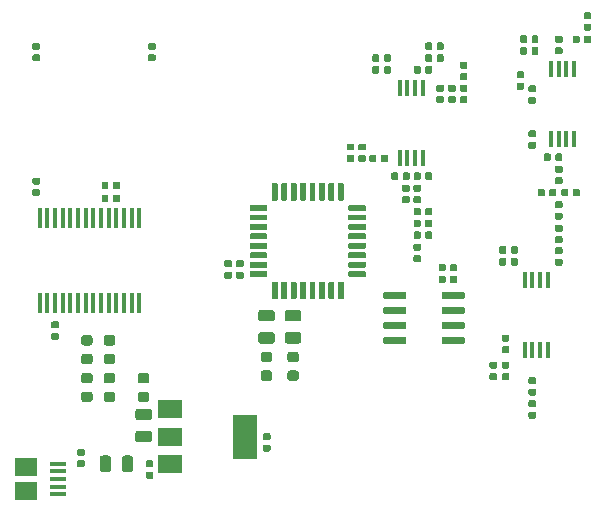
<source format=gbr>
G04 #@! TF.GenerationSoftware,KiCad,Pcbnew,(5.1.5)-3*
G04 #@! TF.CreationDate,2020-05-23T10:42:04+01:00*
G04 #@! TF.ProjectId,Chronos,4368726f-6e6f-4732-9e6b-696361645f70,X302*
G04 #@! TF.SameCoordinates,Original*
G04 #@! TF.FileFunction,Paste,Top*
G04 #@! TF.FilePolarity,Positive*
%FSLAX46Y46*%
G04 Gerber Fmt 4.6, Leading zero omitted, Abs format (unit mm)*
G04 Created by KiCad (PCBNEW (5.1.5)-3) date 2020-05-23 10:42:04*
%MOMM*%
%LPD*%
G04 APERTURE LIST*
%ADD10C,0.100000*%
%ADD11R,0.450000X1.450000*%
%ADD12R,0.450000X1.750000*%
%ADD13R,2.000000X1.500000*%
%ADD14R,2.000000X3.800000*%
%ADD15R,1.900000X1.500000*%
%ADD16R,1.350000X0.400000*%
G04 APERTURE END LIST*
D10*
G36*
X225186958Y-126590710D02*
G01*
X225201276Y-126592834D01*
X225215317Y-126596351D01*
X225228946Y-126601228D01*
X225242031Y-126607417D01*
X225254447Y-126614858D01*
X225266073Y-126623481D01*
X225276798Y-126633202D01*
X225286519Y-126643927D01*
X225295142Y-126655553D01*
X225302583Y-126667969D01*
X225308772Y-126681054D01*
X225313649Y-126694683D01*
X225317166Y-126708724D01*
X225319290Y-126723042D01*
X225320000Y-126737500D01*
X225320000Y-127032500D01*
X225319290Y-127046958D01*
X225317166Y-127061276D01*
X225313649Y-127075317D01*
X225308772Y-127088946D01*
X225302583Y-127102031D01*
X225295142Y-127114447D01*
X225286519Y-127126073D01*
X225276798Y-127136798D01*
X225266073Y-127146519D01*
X225254447Y-127155142D01*
X225242031Y-127162583D01*
X225228946Y-127168772D01*
X225215317Y-127173649D01*
X225201276Y-127177166D01*
X225186958Y-127179290D01*
X225172500Y-127180000D01*
X224827500Y-127180000D01*
X224813042Y-127179290D01*
X224798724Y-127177166D01*
X224784683Y-127173649D01*
X224771054Y-127168772D01*
X224757969Y-127162583D01*
X224745553Y-127155142D01*
X224733927Y-127146519D01*
X224723202Y-127136798D01*
X224713481Y-127126073D01*
X224704858Y-127114447D01*
X224697417Y-127102031D01*
X224691228Y-127088946D01*
X224686351Y-127075317D01*
X224682834Y-127061276D01*
X224680710Y-127046958D01*
X224680000Y-127032500D01*
X224680000Y-126737500D01*
X224680710Y-126723042D01*
X224682834Y-126708724D01*
X224686351Y-126694683D01*
X224691228Y-126681054D01*
X224697417Y-126667969D01*
X224704858Y-126655553D01*
X224713481Y-126643927D01*
X224723202Y-126633202D01*
X224733927Y-126623481D01*
X224745553Y-126614858D01*
X224757969Y-126607417D01*
X224771054Y-126601228D01*
X224784683Y-126596351D01*
X224798724Y-126592834D01*
X224813042Y-126590710D01*
X224827500Y-126590000D01*
X225172500Y-126590000D01*
X225186958Y-126590710D01*
G37*
G36*
X225186958Y-125620710D02*
G01*
X225201276Y-125622834D01*
X225215317Y-125626351D01*
X225228946Y-125631228D01*
X225242031Y-125637417D01*
X225254447Y-125644858D01*
X225266073Y-125653481D01*
X225276798Y-125663202D01*
X225286519Y-125673927D01*
X225295142Y-125685553D01*
X225302583Y-125697969D01*
X225308772Y-125711054D01*
X225313649Y-125724683D01*
X225317166Y-125738724D01*
X225319290Y-125753042D01*
X225320000Y-125767500D01*
X225320000Y-126062500D01*
X225319290Y-126076958D01*
X225317166Y-126091276D01*
X225313649Y-126105317D01*
X225308772Y-126118946D01*
X225302583Y-126132031D01*
X225295142Y-126144447D01*
X225286519Y-126156073D01*
X225276798Y-126166798D01*
X225266073Y-126176519D01*
X225254447Y-126185142D01*
X225242031Y-126192583D01*
X225228946Y-126198772D01*
X225215317Y-126203649D01*
X225201276Y-126207166D01*
X225186958Y-126209290D01*
X225172500Y-126210000D01*
X224827500Y-126210000D01*
X224813042Y-126209290D01*
X224798724Y-126207166D01*
X224784683Y-126203649D01*
X224771054Y-126198772D01*
X224757969Y-126192583D01*
X224745553Y-126185142D01*
X224733927Y-126176519D01*
X224723202Y-126166798D01*
X224713481Y-126156073D01*
X224704858Y-126144447D01*
X224697417Y-126132031D01*
X224691228Y-126118946D01*
X224686351Y-126105317D01*
X224682834Y-126091276D01*
X224680710Y-126076958D01*
X224680000Y-126062500D01*
X224680000Y-125767500D01*
X224680710Y-125753042D01*
X224682834Y-125738724D01*
X224686351Y-125724683D01*
X224691228Y-125711054D01*
X224697417Y-125697969D01*
X224704858Y-125685553D01*
X224713481Y-125673927D01*
X224723202Y-125663202D01*
X224733927Y-125653481D01*
X224745553Y-125644858D01*
X224757969Y-125637417D01*
X224771054Y-125631228D01*
X224784683Y-125626351D01*
X224798724Y-125622834D01*
X224813042Y-125620710D01*
X224827500Y-125620000D01*
X225172500Y-125620000D01*
X225186958Y-125620710D01*
G37*
G36*
X186978207Y-152585710D02*
G01*
X186992525Y-152587834D01*
X187006566Y-152591351D01*
X187020195Y-152596228D01*
X187033280Y-152602417D01*
X187045696Y-152609858D01*
X187057322Y-152618481D01*
X187068047Y-152628202D01*
X187077768Y-152638927D01*
X187086391Y-152650553D01*
X187093832Y-152662969D01*
X187100021Y-152676054D01*
X187104898Y-152689683D01*
X187108415Y-152703724D01*
X187110539Y-152718042D01*
X187111249Y-152732500D01*
X187111249Y-153027500D01*
X187110539Y-153041958D01*
X187108415Y-153056276D01*
X187104898Y-153070317D01*
X187100021Y-153083946D01*
X187093832Y-153097031D01*
X187086391Y-153109447D01*
X187077768Y-153121073D01*
X187068047Y-153131798D01*
X187057322Y-153141519D01*
X187045696Y-153150142D01*
X187033280Y-153157583D01*
X187020195Y-153163772D01*
X187006566Y-153168649D01*
X186992525Y-153172166D01*
X186978207Y-153174290D01*
X186963749Y-153175000D01*
X186618749Y-153175000D01*
X186604291Y-153174290D01*
X186589973Y-153172166D01*
X186575932Y-153168649D01*
X186562303Y-153163772D01*
X186549218Y-153157583D01*
X186536802Y-153150142D01*
X186525176Y-153141519D01*
X186514451Y-153131798D01*
X186504730Y-153121073D01*
X186496107Y-153109447D01*
X186488666Y-153097031D01*
X186482477Y-153083946D01*
X186477600Y-153070317D01*
X186474083Y-153056276D01*
X186471959Y-153041958D01*
X186471249Y-153027500D01*
X186471249Y-152732500D01*
X186471959Y-152718042D01*
X186474083Y-152703724D01*
X186477600Y-152689683D01*
X186482477Y-152676054D01*
X186488666Y-152662969D01*
X186496107Y-152650553D01*
X186504730Y-152638927D01*
X186514451Y-152628202D01*
X186525176Y-152618481D01*
X186536802Y-152609858D01*
X186549218Y-152602417D01*
X186562303Y-152596228D01*
X186575932Y-152591351D01*
X186589973Y-152587834D01*
X186604291Y-152585710D01*
X186618749Y-152585000D01*
X186963749Y-152585000D01*
X186978207Y-152585710D01*
G37*
G36*
X186978207Y-153555710D02*
G01*
X186992525Y-153557834D01*
X187006566Y-153561351D01*
X187020195Y-153566228D01*
X187033280Y-153572417D01*
X187045696Y-153579858D01*
X187057322Y-153588481D01*
X187068047Y-153598202D01*
X187077768Y-153608927D01*
X187086391Y-153620553D01*
X187093832Y-153632969D01*
X187100021Y-153646054D01*
X187104898Y-153659683D01*
X187108415Y-153673724D01*
X187110539Y-153688042D01*
X187111249Y-153702500D01*
X187111249Y-153997500D01*
X187110539Y-154011958D01*
X187108415Y-154026276D01*
X187104898Y-154040317D01*
X187100021Y-154053946D01*
X187093832Y-154067031D01*
X187086391Y-154079447D01*
X187077768Y-154091073D01*
X187068047Y-154101798D01*
X187057322Y-154111519D01*
X187045696Y-154120142D01*
X187033280Y-154127583D01*
X187020195Y-154133772D01*
X187006566Y-154138649D01*
X186992525Y-154142166D01*
X186978207Y-154144290D01*
X186963749Y-154145000D01*
X186618749Y-154145000D01*
X186604291Y-154144290D01*
X186589973Y-154142166D01*
X186575932Y-154138649D01*
X186562303Y-154133772D01*
X186549218Y-154127583D01*
X186536802Y-154120142D01*
X186525176Y-154111519D01*
X186514451Y-154101798D01*
X186504730Y-154091073D01*
X186496107Y-154079447D01*
X186488666Y-154067031D01*
X186482477Y-154053946D01*
X186477600Y-154040317D01*
X186474083Y-154026276D01*
X186471959Y-154011958D01*
X186471249Y-153997500D01*
X186471249Y-153702500D01*
X186471959Y-153688042D01*
X186474083Y-153673724D01*
X186477600Y-153659683D01*
X186482477Y-153646054D01*
X186488666Y-153632969D01*
X186496107Y-153620553D01*
X186504730Y-153608927D01*
X186514451Y-153598202D01*
X186525176Y-153588481D01*
X186536802Y-153579858D01*
X186549218Y-153572417D01*
X186562303Y-153566228D01*
X186575932Y-153561351D01*
X186589973Y-153557834D01*
X186604291Y-153555710D01*
X186618749Y-153555000D01*
X186963749Y-153555000D01*
X186978207Y-153555710D01*
G37*
G36*
X227436958Y-117620710D02*
G01*
X227451276Y-117622834D01*
X227465317Y-117626351D01*
X227478946Y-117631228D01*
X227492031Y-117637417D01*
X227504447Y-117644858D01*
X227516073Y-117653481D01*
X227526798Y-117663202D01*
X227536519Y-117673927D01*
X227545142Y-117685553D01*
X227552583Y-117697969D01*
X227558772Y-117711054D01*
X227563649Y-117724683D01*
X227567166Y-117738724D01*
X227569290Y-117753042D01*
X227570000Y-117767500D01*
X227570000Y-118062500D01*
X227569290Y-118076958D01*
X227567166Y-118091276D01*
X227563649Y-118105317D01*
X227558772Y-118118946D01*
X227552583Y-118132031D01*
X227545142Y-118144447D01*
X227536519Y-118156073D01*
X227526798Y-118166798D01*
X227516073Y-118176519D01*
X227504447Y-118185142D01*
X227492031Y-118192583D01*
X227478946Y-118198772D01*
X227465317Y-118203649D01*
X227451276Y-118207166D01*
X227436958Y-118209290D01*
X227422500Y-118210000D01*
X227077500Y-118210000D01*
X227063042Y-118209290D01*
X227048724Y-118207166D01*
X227034683Y-118203649D01*
X227021054Y-118198772D01*
X227007969Y-118192583D01*
X226995553Y-118185142D01*
X226983927Y-118176519D01*
X226973202Y-118166798D01*
X226963481Y-118156073D01*
X226954858Y-118144447D01*
X226947417Y-118132031D01*
X226941228Y-118118946D01*
X226936351Y-118105317D01*
X226932834Y-118091276D01*
X226930710Y-118076958D01*
X226930000Y-118062500D01*
X226930000Y-117767500D01*
X226930710Y-117753042D01*
X226932834Y-117738724D01*
X226936351Y-117724683D01*
X226941228Y-117711054D01*
X226947417Y-117697969D01*
X226954858Y-117685553D01*
X226963481Y-117673927D01*
X226973202Y-117663202D01*
X226983927Y-117653481D01*
X226995553Y-117644858D01*
X227007969Y-117637417D01*
X227021054Y-117631228D01*
X227034683Y-117626351D01*
X227048724Y-117622834D01*
X227063042Y-117620710D01*
X227077500Y-117620000D01*
X227422500Y-117620000D01*
X227436958Y-117620710D01*
G37*
G36*
X227436958Y-118590710D02*
G01*
X227451276Y-118592834D01*
X227465317Y-118596351D01*
X227478946Y-118601228D01*
X227492031Y-118607417D01*
X227504447Y-118614858D01*
X227516073Y-118623481D01*
X227526798Y-118633202D01*
X227536519Y-118643927D01*
X227545142Y-118655553D01*
X227552583Y-118667969D01*
X227558772Y-118681054D01*
X227563649Y-118694683D01*
X227567166Y-118708724D01*
X227569290Y-118723042D01*
X227570000Y-118737500D01*
X227570000Y-119032500D01*
X227569290Y-119046958D01*
X227567166Y-119061276D01*
X227563649Y-119075317D01*
X227558772Y-119088946D01*
X227552583Y-119102031D01*
X227545142Y-119114447D01*
X227536519Y-119126073D01*
X227526798Y-119136798D01*
X227516073Y-119146519D01*
X227504447Y-119155142D01*
X227492031Y-119162583D01*
X227478946Y-119168772D01*
X227465317Y-119173649D01*
X227451276Y-119177166D01*
X227436958Y-119179290D01*
X227422500Y-119180000D01*
X227077500Y-119180000D01*
X227063042Y-119179290D01*
X227048724Y-119177166D01*
X227034683Y-119173649D01*
X227021054Y-119168772D01*
X227007969Y-119162583D01*
X226995553Y-119155142D01*
X226983927Y-119146519D01*
X226973202Y-119136798D01*
X226963481Y-119126073D01*
X226954858Y-119114447D01*
X226947417Y-119102031D01*
X226941228Y-119088946D01*
X226936351Y-119075317D01*
X226932834Y-119061276D01*
X226930710Y-119046958D01*
X226930000Y-119032500D01*
X226930000Y-118737500D01*
X226930710Y-118723042D01*
X226932834Y-118708724D01*
X226936351Y-118694683D01*
X226941228Y-118681054D01*
X226947417Y-118667969D01*
X226954858Y-118655553D01*
X226963481Y-118643927D01*
X226973202Y-118633202D01*
X226983927Y-118623481D01*
X226995553Y-118614858D01*
X227007969Y-118607417D01*
X227021054Y-118601228D01*
X227034683Y-118596351D01*
X227048724Y-118592834D01*
X227063042Y-118590710D01*
X227077500Y-118590000D01*
X227422500Y-118590000D01*
X227436958Y-118590710D01*
G37*
G36*
X192786958Y-154525710D02*
G01*
X192801276Y-154527834D01*
X192815317Y-154531351D01*
X192828946Y-154536228D01*
X192842031Y-154542417D01*
X192854447Y-154549858D01*
X192866073Y-154558481D01*
X192876798Y-154568202D01*
X192886519Y-154578927D01*
X192895142Y-154590553D01*
X192902583Y-154602969D01*
X192908772Y-154616054D01*
X192913649Y-154629683D01*
X192917166Y-154643724D01*
X192919290Y-154658042D01*
X192920000Y-154672500D01*
X192920000Y-154967500D01*
X192919290Y-154981958D01*
X192917166Y-154996276D01*
X192913649Y-155010317D01*
X192908772Y-155023946D01*
X192902583Y-155037031D01*
X192895142Y-155049447D01*
X192886519Y-155061073D01*
X192876798Y-155071798D01*
X192866073Y-155081519D01*
X192854447Y-155090142D01*
X192842031Y-155097583D01*
X192828946Y-155103772D01*
X192815317Y-155108649D01*
X192801276Y-155112166D01*
X192786958Y-155114290D01*
X192772500Y-155115000D01*
X192427500Y-155115000D01*
X192413042Y-155114290D01*
X192398724Y-155112166D01*
X192384683Y-155108649D01*
X192371054Y-155103772D01*
X192357969Y-155097583D01*
X192345553Y-155090142D01*
X192333927Y-155081519D01*
X192323202Y-155071798D01*
X192313481Y-155061073D01*
X192304858Y-155049447D01*
X192297417Y-155037031D01*
X192291228Y-155023946D01*
X192286351Y-155010317D01*
X192282834Y-154996276D01*
X192280710Y-154981958D01*
X192280000Y-154967500D01*
X192280000Y-154672500D01*
X192280710Y-154658042D01*
X192282834Y-154643724D01*
X192286351Y-154629683D01*
X192291228Y-154616054D01*
X192297417Y-154602969D01*
X192304858Y-154590553D01*
X192313481Y-154578927D01*
X192323202Y-154568202D01*
X192333927Y-154558481D01*
X192345553Y-154549858D01*
X192357969Y-154542417D01*
X192371054Y-154536228D01*
X192384683Y-154531351D01*
X192398724Y-154527834D01*
X192413042Y-154525710D01*
X192427500Y-154525000D01*
X192772500Y-154525000D01*
X192786958Y-154525710D01*
G37*
G36*
X192786958Y-153555710D02*
G01*
X192801276Y-153557834D01*
X192815317Y-153561351D01*
X192828946Y-153566228D01*
X192842031Y-153572417D01*
X192854447Y-153579858D01*
X192866073Y-153588481D01*
X192876798Y-153598202D01*
X192886519Y-153608927D01*
X192895142Y-153620553D01*
X192902583Y-153632969D01*
X192908772Y-153646054D01*
X192913649Y-153659683D01*
X192917166Y-153673724D01*
X192919290Y-153688042D01*
X192920000Y-153702500D01*
X192920000Y-153997500D01*
X192919290Y-154011958D01*
X192917166Y-154026276D01*
X192913649Y-154040317D01*
X192908772Y-154053946D01*
X192902583Y-154067031D01*
X192895142Y-154079447D01*
X192886519Y-154091073D01*
X192876798Y-154101798D01*
X192866073Y-154111519D01*
X192854447Y-154120142D01*
X192842031Y-154127583D01*
X192828946Y-154133772D01*
X192815317Y-154138649D01*
X192801276Y-154142166D01*
X192786958Y-154144290D01*
X192772500Y-154145000D01*
X192427500Y-154145000D01*
X192413042Y-154144290D01*
X192398724Y-154142166D01*
X192384683Y-154138649D01*
X192371054Y-154133772D01*
X192357969Y-154127583D01*
X192345553Y-154120142D01*
X192333927Y-154111519D01*
X192323202Y-154101798D01*
X192313481Y-154091073D01*
X192304858Y-154079447D01*
X192297417Y-154067031D01*
X192291228Y-154053946D01*
X192286351Y-154040317D01*
X192282834Y-154026276D01*
X192280710Y-154011958D01*
X192280000Y-153997500D01*
X192280000Y-153702500D01*
X192280710Y-153688042D01*
X192282834Y-153673724D01*
X192286351Y-153659683D01*
X192291228Y-153646054D01*
X192297417Y-153632969D01*
X192304858Y-153620553D01*
X192313481Y-153608927D01*
X192323202Y-153598202D01*
X192333927Y-153588481D01*
X192345553Y-153579858D01*
X192357969Y-153572417D01*
X192371054Y-153566228D01*
X192384683Y-153561351D01*
X192398724Y-153557834D01*
X192413042Y-153555710D01*
X192427500Y-153555000D01*
X192772500Y-153555000D01*
X192786958Y-153555710D01*
G37*
G36*
X202711958Y-152225710D02*
G01*
X202726276Y-152227834D01*
X202740317Y-152231351D01*
X202753946Y-152236228D01*
X202767031Y-152242417D01*
X202779447Y-152249858D01*
X202791073Y-152258481D01*
X202801798Y-152268202D01*
X202811519Y-152278927D01*
X202820142Y-152290553D01*
X202827583Y-152302969D01*
X202833772Y-152316054D01*
X202838649Y-152329683D01*
X202842166Y-152343724D01*
X202844290Y-152358042D01*
X202845000Y-152372500D01*
X202845000Y-152667500D01*
X202844290Y-152681958D01*
X202842166Y-152696276D01*
X202838649Y-152710317D01*
X202833772Y-152723946D01*
X202827583Y-152737031D01*
X202820142Y-152749447D01*
X202811519Y-152761073D01*
X202801798Y-152771798D01*
X202791073Y-152781519D01*
X202779447Y-152790142D01*
X202767031Y-152797583D01*
X202753946Y-152803772D01*
X202740317Y-152808649D01*
X202726276Y-152812166D01*
X202711958Y-152814290D01*
X202697500Y-152815000D01*
X202352500Y-152815000D01*
X202338042Y-152814290D01*
X202323724Y-152812166D01*
X202309683Y-152808649D01*
X202296054Y-152803772D01*
X202282969Y-152797583D01*
X202270553Y-152790142D01*
X202258927Y-152781519D01*
X202248202Y-152771798D01*
X202238481Y-152761073D01*
X202229858Y-152749447D01*
X202222417Y-152737031D01*
X202216228Y-152723946D01*
X202211351Y-152710317D01*
X202207834Y-152696276D01*
X202205710Y-152681958D01*
X202205000Y-152667500D01*
X202205000Y-152372500D01*
X202205710Y-152358042D01*
X202207834Y-152343724D01*
X202211351Y-152329683D01*
X202216228Y-152316054D01*
X202222417Y-152302969D01*
X202229858Y-152290553D01*
X202238481Y-152278927D01*
X202248202Y-152268202D01*
X202258927Y-152258481D01*
X202270553Y-152249858D01*
X202282969Y-152242417D01*
X202296054Y-152236228D01*
X202309683Y-152231351D01*
X202323724Y-152227834D01*
X202338042Y-152225710D01*
X202352500Y-152225000D01*
X202697500Y-152225000D01*
X202711958Y-152225710D01*
G37*
G36*
X202711958Y-151255710D02*
G01*
X202726276Y-151257834D01*
X202740317Y-151261351D01*
X202753946Y-151266228D01*
X202767031Y-151272417D01*
X202779447Y-151279858D01*
X202791073Y-151288481D01*
X202801798Y-151298202D01*
X202811519Y-151308927D01*
X202820142Y-151320553D01*
X202827583Y-151332969D01*
X202833772Y-151346054D01*
X202838649Y-151359683D01*
X202842166Y-151373724D01*
X202844290Y-151388042D01*
X202845000Y-151402500D01*
X202845000Y-151697500D01*
X202844290Y-151711958D01*
X202842166Y-151726276D01*
X202838649Y-151740317D01*
X202833772Y-151753946D01*
X202827583Y-151767031D01*
X202820142Y-151779447D01*
X202811519Y-151791073D01*
X202801798Y-151801798D01*
X202791073Y-151811519D01*
X202779447Y-151820142D01*
X202767031Y-151827583D01*
X202753946Y-151833772D01*
X202740317Y-151838649D01*
X202726276Y-151842166D01*
X202711958Y-151844290D01*
X202697500Y-151845000D01*
X202352500Y-151845000D01*
X202338042Y-151844290D01*
X202323724Y-151842166D01*
X202309683Y-151838649D01*
X202296054Y-151833772D01*
X202282969Y-151827583D01*
X202270553Y-151820142D01*
X202258927Y-151811519D01*
X202248202Y-151801798D01*
X202238481Y-151791073D01*
X202229858Y-151779447D01*
X202222417Y-151767031D01*
X202216228Y-151753946D01*
X202211351Y-151740317D01*
X202207834Y-151726276D01*
X202205710Y-151711958D01*
X202205000Y-151697500D01*
X202205000Y-151402500D01*
X202205710Y-151388042D01*
X202207834Y-151373724D01*
X202211351Y-151359683D01*
X202216228Y-151346054D01*
X202222417Y-151332969D01*
X202229858Y-151320553D01*
X202238481Y-151308927D01*
X202248202Y-151298202D01*
X202258927Y-151288481D01*
X202270553Y-151279858D01*
X202282969Y-151272417D01*
X202296054Y-151266228D01*
X202309683Y-151261351D01*
X202323724Y-151257834D01*
X202338042Y-151255710D01*
X202352500Y-151255000D01*
X202697500Y-151255000D01*
X202711958Y-151255710D01*
G37*
D11*
X213775000Y-122050000D03*
X214425000Y-122050000D03*
X215075000Y-122050000D03*
X215725000Y-122050000D03*
X215725000Y-127950000D03*
X215075000Y-127950000D03*
X214425000Y-127950000D03*
X213775000Y-127950000D03*
X226600000Y-120450000D03*
X227250000Y-120450000D03*
X227900000Y-120450000D03*
X228550000Y-120450000D03*
X228550000Y-126350000D03*
X227900000Y-126350000D03*
X227250000Y-126350000D03*
X226600000Y-126350000D03*
D10*
G36*
X219164703Y-139295722D02*
G01*
X219179264Y-139297882D01*
X219193543Y-139301459D01*
X219207403Y-139306418D01*
X219220710Y-139312712D01*
X219233336Y-139320280D01*
X219245159Y-139329048D01*
X219256066Y-139338934D01*
X219265952Y-139349841D01*
X219274720Y-139361664D01*
X219282288Y-139374290D01*
X219288582Y-139387597D01*
X219293541Y-139401457D01*
X219297118Y-139415736D01*
X219299278Y-139430297D01*
X219300000Y-139445000D01*
X219300000Y-139745000D01*
X219299278Y-139759703D01*
X219297118Y-139774264D01*
X219293541Y-139788543D01*
X219288582Y-139802403D01*
X219282288Y-139815710D01*
X219274720Y-139828336D01*
X219265952Y-139840159D01*
X219256066Y-139851066D01*
X219245159Y-139860952D01*
X219233336Y-139869720D01*
X219220710Y-139877288D01*
X219207403Y-139883582D01*
X219193543Y-139888541D01*
X219179264Y-139892118D01*
X219164703Y-139894278D01*
X219150000Y-139895000D01*
X217500000Y-139895000D01*
X217485297Y-139894278D01*
X217470736Y-139892118D01*
X217456457Y-139888541D01*
X217442597Y-139883582D01*
X217429290Y-139877288D01*
X217416664Y-139869720D01*
X217404841Y-139860952D01*
X217393934Y-139851066D01*
X217384048Y-139840159D01*
X217375280Y-139828336D01*
X217367712Y-139815710D01*
X217361418Y-139802403D01*
X217356459Y-139788543D01*
X217352882Y-139774264D01*
X217350722Y-139759703D01*
X217350000Y-139745000D01*
X217350000Y-139445000D01*
X217350722Y-139430297D01*
X217352882Y-139415736D01*
X217356459Y-139401457D01*
X217361418Y-139387597D01*
X217367712Y-139374290D01*
X217375280Y-139361664D01*
X217384048Y-139349841D01*
X217393934Y-139338934D01*
X217404841Y-139329048D01*
X217416664Y-139320280D01*
X217429290Y-139312712D01*
X217442597Y-139306418D01*
X217456457Y-139301459D01*
X217470736Y-139297882D01*
X217485297Y-139295722D01*
X217500000Y-139295000D01*
X219150000Y-139295000D01*
X219164703Y-139295722D01*
G37*
G36*
X219164703Y-140565722D02*
G01*
X219179264Y-140567882D01*
X219193543Y-140571459D01*
X219207403Y-140576418D01*
X219220710Y-140582712D01*
X219233336Y-140590280D01*
X219245159Y-140599048D01*
X219256066Y-140608934D01*
X219265952Y-140619841D01*
X219274720Y-140631664D01*
X219282288Y-140644290D01*
X219288582Y-140657597D01*
X219293541Y-140671457D01*
X219297118Y-140685736D01*
X219299278Y-140700297D01*
X219300000Y-140715000D01*
X219300000Y-141015000D01*
X219299278Y-141029703D01*
X219297118Y-141044264D01*
X219293541Y-141058543D01*
X219288582Y-141072403D01*
X219282288Y-141085710D01*
X219274720Y-141098336D01*
X219265952Y-141110159D01*
X219256066Y-141121066D01*
X219245159Y-141130952D01*
X219233336Y-141139720D01*
X219220710Y-141147288D01*
X219207403Y-141153582D01*
X219193543Y-141158541D01*
X219179264Y-141162118D01*
X219164703Y-141164278D01*
X219150000Y-141165000D01*
X217500000Y-141165000D01*
X217485297Y-141164278D01*
X217470736Y-141162118D01*
X217456457Y-141158541D01*
X217442597Y-141153582D01*
X217429290Y-141147288D01*
X217416664Y-141139720D01*
X217404841Y-141130952D01*
X217393934Y-141121066D01*
X217384048Y-141110159D01*
X217375280Y-141098336D01*
X217367712Y-141085710D01*
X217361418Y-141072403D01*
X217356459Y-141058543D01*
X217352882Y-141044264D01*
X217350722Y-141029703D01*
X217350000Y-141015000D01*
X217350000Y-140715000D01*
X217350722Y-140700297D01*
X217352882Y-140685736D01*
X217356459Y-140671457D01*
X217361418Y-140657597D01*
X217367712Y-140644290D01*
X217375280Y-140631664D01*
X217384048Y-140619841D01*
X217393934Y-140608934D01*
X217404841Y-140599048D01*
X217416664Y-140590280D01*
X217429290Y-140582712D01*
X217442597Y-140576418D01*
X217456457Y-140571459D01*
X217470736Y-140567882D01*
X217485297Y-140565722D01*
X217500000Y-140565000D01*
X219150000Y-140565000D01*
X219164703Y-140565722D01*
G37*
G36*
X219164703Y-141835722D02*
G01*
X219179264Y-141837882D01*
X219193543Y-141841459D01*
X219207403Y-141846418D01*
X219220710Y-141852712D01*
X219233336Y-141860280D01*
X219245159Y-141869048D01*
X219256066Y-141878934D01*
X219265952Y-141889841D01*
X219274720Y-141901664D01*
X219282288Y-141914290D01*
X219288582Y-141927597D01*
X219293541Y-141941457D01*
X219297118Y-141955736D01*
X219299278Y-141970297D01*
X219300000Y-141985000D01*
X219300000Y-142285000D01*
X219299278Y-142299703D01*
X219297118Y-142314264D01*
X219293541Y-142328543D01*
X219288582Y-142342403D01*
X219282288Y-142355710D01*
X219274720Y-142368336D01*
X219265952Y-142380159D01*
X219256066Y-142391066D01*
X219245159Y-142400952D01*
X219233336Y-142409720D01*
X219220710Y-142417288D01*
X219207403Y-142423582D01*
X219193543Y-142428541D01*
X219179264Y-142432118D01*
X219164703Y-142434278D01*
X219150000Y-142435000D01*
X217500000Y-142435000D01*
X217485297Y-142434278D01*
X217470736Y-142432118D01*
X217456457Y-142428541D01*
X217442597Y-142423582D01*
X217429290Y-142417288D01*
X217416664Y-142409720D01*
X217404841Y-142400952D01*
X217393934Y-142391066D01*
X217384048Y-142380159D01*
X217375280Y-142368336D01*
X217367712Y-142355710D01*
X217361418Y-142342403D01*
X217356459Y-142328543D01*
X217352882Y-142314264D01*
X217350722Y-142299703D01*
X217350000Y-142285000D01*
X217350000Y-141985000D01*
X217350722Y-141970297D01*
X217352882Y-141955736D01*
X217356459Y-141941457D01*
X217361418Y-141927597D01*
X217367712Y-141914290D01*
X217375280Y-141901664D01*
X217384048Y-141889841D01*
X217393934Y-141878934D01*
X217404841Y-141869048D01*
X217416664Y-141860280D01*
X217429290Y-141852712D01*
X217442597Y-141846418D01*
X217456457Y-141841459D01*
X217470736Y-141837882D01*
X217485297Y-141835722D01*
X217500000Y-141835000D01*
X219150000Y-141835000D01*
X219164703Y-141835722D01*
G37*
G36*
X219164703Y-143105722D02*
G01*
X219179264Y-143107882D01*
X219193543Y-143111459D01*
X219207403Y-143116418D01*
X219220710Y-143122712D01*
X219233336Y-143130280D01*
X219245159Y-143139048D01*
X219256066Y-143148934D01*
X219265952Y-143159841D01*
X219274720Y-143171664D01*
X219282288Y-143184290D01*
X219288582Y-143197597D01*
X219293541Y-143211457D01*
X219297118Y-143225736D01*
X219299278Y-143240297D01*
X219300000Y-143255000D01*
X219300000Y-143555000D01*
X219299278Y-143569703D01*
X219297118Y-143584264D01*
X219293541Y-143598543D01*
X219288582Y-143612403D01*
X219282288Y-143625710D01*
X219274720Y-143638336D01*
X219265952Y-143650159D01*
X219256066Y-143661066D01*
X219245159Y-143670952D01*
X219233336Y-143679720D01*
X219220710Y-143687288D01*
X219207403Y-143693582D01*
X219193543Y-143698541D01*
X219179264Y-143702118D01*
X219164703Y-143704278D01*
X219150000Y-143705000D01*
X217500000Y-143705000D01*
X217485297Y-143704278D01*
X217470736Y-143702118D01*
X217456457Y-143698541D01*
X217442597Y-143693582D01*
X217429290Y-143687288D01*
X217416664Y-143679720D01*
X217404841Y-143670952D01*
X217393934Y-143661066D01*
X217384048Y-143650159D01*
X217375280Y-143638336D01*
X217367712Y-143625710D01*
X217361418Y-143612403D01*
X217356459Y-143598543D01*
X217352882Y-143584264D01*
X217350722Y-143569703D01*
X217350000Y-143555000D01*
X217350000Y-143255000D01*
X217350722Y-143240297D01*
X217352882Y-143225736D01*
X217356459Y-143211457D01*
X217361418Y-143197597D01*
X217367712Y-143184290D01*
X217375280Y-143171664D01*
X217384048Y-143159841D01*
X217393934Y-143148934D01*
X217404841Y-143139048D01*
X217416664Y-143130280D01*
X217429290Y-143122712D01*
X217442597Y-143116418D01*
X217456457Y-143111459D01*
X217470736Y-143107882D01*
X217485297Y-143105722D01*
X217500000Y-143105000D01*
X219150000Y-143105000D01*
X219164703Y-143105722D01*
G37*
G36*
X214214703Y-143105722D02*
G01*
X214229264Y-143107882D01*
X214243543Y-143111459D01*
X214257403Y-143116418D01*
X214270710Y-143122712D01*
X214283336Y-143130280D01*
X214295159Y-143139048D01*
X214306066Y-143148934D01*
X214315952Y-143159841D01*
X214324720Y-143171664D01*
X214332288Y-143184290D01*
X214338582Y-143197597D01*
X214343541Y-143211457D01*
X214347118Y-143225736D01*
X214349278Y-143240297D01*
X214350000Y-143255000D01*
X214350000Y-143555000D01*
X214349278Y-143569703D01*
X214347118Y-143584264D01*
X214343541Y-143598543D01*
X214338582Y-143612403D01*
X214332288Y-143625710D01*
X214324720Y-143638336D01*
X214315952Y-143650159D01*
X214306066Y-143661066D01*
X214295159Y-143670952D01*
X214283336Y-143679720D01*
X214270710Y-143687288D01*
X214257403Y-143693582D01*
X214243543Y-143698541D01*
X214229264Y-143702118D01*
X214214703Y-143704278D01*
X214200000Y-143705000D01*
X212550000Y-143705000D01*
X212535297Y-143704278D01*
X212520736Y-143702118D01*
X212506457Y-143698541D01*
X212492597Y-143693582D01*
X212479290Y-143687288D01*
X212466664Y-143679720D01*
X212454841Y-143670952D01*
X212443934Y-143661066D01*
X212434048Y-143650159D01*
X212425280Y-143638336D01*
X212417712Y-143625710D01*
X212411418Y-143612403D01*
X212406459Y-143598543D01*
X212402882Y-143584264D01*
X212400722Y-143569703D01*
X212400000Y-143555000D01*
X212400000Y-143255000D01*
X212400722Y-143240297D01*
X212402882Y-143225736D01*
X212406459Y-143211457D01*
X212411418Y-143197597D01*
X212417712Y-143184290D01*
X212425280Y-143171664D01*
X212434048Y-143159841D01*
X212443934Y-143148934D01*
X212454841Y-143139048D01*
X212466664Y-143130280D01*
X212479290Y-143122712D01*
X212492597Y-143116418D01*
X212506457Y-143111459D01*
X212520736Y-143107882D01*
X212535297Y-143105722D01*
X212550000Y-143105000D01*
X214200000Y-143105000D01*
X214214703Y-143105722D01*
G37*
G36*
X214214703Y-141835722D02*
G01*
X214229264Y-141837882D01*
X214243543Y-141841459D01*
X214257403Y-141846418D01*
X214270710Y-141852712D01*
X214283336Y-141860280D01*
X214295159Y-141869048D01*
X214306066Y-141878934D01*
X214315952Y-141889841D01*
X214324720Y-141901664D01*
X214332288Y-141914290D01*
X214338582Y-141927597D01*
X214343541Y-141941457D01*
X214347118Y-141955736D01*
X214349278Y-141970297D01*
X214350000Y-141985000D01*
X214350000Y-142285000D01*
X214349278Y-142299703D01*
X214347118Y-142314264D01*
X214343541Y-142328543D01*
X214338582Y-142342403D01*
X214332288Y-142355710D01*
X214324720Y-142368336D01*
X214315952Y-142380159D01*
X214306066Y-142391066D01*
X214295159Y-142400952D01*
X214283336Y-142409720D01*
X214270710Y-142417288D01*
X214257403Y-142423582D01*
X214243543Y-142428541D01*
X214229264Y-142432118D01*
X214214703Y-142434278D01*
X214200000Y-142435000D01*
X212550000Y-142435000D01*
X212535297Y-142434278D01*
X212520736Y-142432118D01*
X212506457Y-142428541D01*
X212492597Y-142423582D01*
X212479290Y-142417288D01*
X212466664Y-142409720D01*
X212454841Y-142400952D01*
X212443934Y-142391066D01*
X212434048Y-142380159D01*
X212425280Y-142368336D01*
X212417712Y-142355710D01*
X212411418Y-142342403D01*
X212406459Y-142328543D01*
X212402882Y-142314264D01*
X212400722Y-142299703D01*
X212400000Y-142285000D01*
X212400000Y-141985000D01*
X212400722Y-141970297D01*
X212402882Y-141955736D01*
X212406459Y-141941457D01*
X212411418Y-141927597D01*
X212417712Y-141914290D01*
X212425280Y-141901664D01*
X212434048Y-141889841D01*
X212443934Y-141878934D01*
X212454841Y-141869048D01*
X212466664Y-141860280D01*
X212479290Y-141852712D01*
X212492597Y-141846418D01*
X212506457Y-141841459D01*
X212520736Y-141837882D01*
X212535297Y-141835722D01*
X212550000Y-141835000D01*
X214200000Y-141835000D01*
X214214703Y-141835722D01*
G37*
G36*
X214214703Y-140565722D02*
G01*
X214229264Y-140567882D01*
X214243543Y-140571459D01*
X214257403Y-140576418D01*
X214270710Y-140582712D01*
X214283336Y-140590280D01*
X214295159Y-140599048D01*
X214306066Y-140608934D01*
X214315952Y-140619841D01*
X214324720Y-140631664D01*
X214332288Y-140644290D01*
X214338582Y-140657597D01*
X214343541Y-140671457D01*
X214347118Y-140685736D01*
X214349278Y-140700297D01*
X214350000Y-140715000D01*
X214350000Y-141015000D01*
X214349278Y-141029703D01*
X214347118Y-141044264D01*
X214343541Y-141058543D01*
X214338582Y-141072403D01*
X214332288Y-141085710D01*
X214324720Y-141098336D01*
X214315952Y-141110159D01*
X214306066Y-141121066D01*
X214295159Y-141130952D01*
X214283336Y-141139720D01*
X214270710Y-141147288D01*
X214257403Y-141153582D01*
X214243543Y-141158541D01*
X214229264Y-141162118D01*
X214214703Y-141164278D01*
X214200000Y-141165000D01*
X212550000Y-141165000D01*
X212535297Y-141164278D01*
X212520736Y-141162118D01*
X212506457Y-141158541D01*
X212492597Y-141153582D01*
X212479290Y-141147288D01*
X212466664Y-141139720D01*
X212454841Y-141130952D01*
X212443934Y-141121066D01*
X212434048Y-141110159D01*
X212425280Y-141098336D01*
X212417712Y-141085710D01*
X212411418Y-141072403D01*
X212406459Y-141058543D01*
X212402882Y-141044264D01*
X212400722Y-141029703D01*
X212400000Y-141015000D01*
X212400000Y-140715000D01*
X212400722Y-140700297D01*
X212402882Y-140685736D01*
X212406459Y-140671457D01*
X212411418Y-140657597D01*
X212417712Y-140644290D01*
X212425280Y-140631664D01*
X212434048Y-140619841D01*
X212443934Y-140608934D01*
X212454841Y-140599048D01*
X212466664Y-140590280D01*
X212479290Y-140582712D01*
X212492597Y-140576418D01*
X212506457Y-140571459D01*
X212520736Y-140567882D01*
X212535297Y-140565722D01*
X212550000Y-140565000D01*
X214200000Y-140565000D01*
X214214703Y-140565722D01*
G37*
G36*
X214214703Y-139295722D02*
G01*
X214229264Y-139297882D01*
X214243543Y-139301459D01*
X214257403Y-139306418D01*
X214270710Y-139312712D01*
X214283336Y-139320280D01*
X214295159Y-139329048D01*
X214306066Y-139338934D01*
X214315952Y-139349841D01*
X214324720Y-139361664D01*
X214332288Y-139374290D01*
X214338582Y-139387597D01*
X214343541Y-139401457D01*
X214347118Y-139415736D01*
X214349278Y-139430297D01*
X214350000Y-139445000D01*
X214350000Y-139745000D01*
X214349278Y-139759703D01*
X214347118Y-139774264D01*
X214343541Y-139788543D01*
X214338582Y-139802403D01*
X214332288Y-139815710D01*
X214324720Y-139828336D01*
X214315952Y-139840159D01*
X214306066Y-139851066D01*
X214295159Y-139860952D01*
X214283336Y-139869720D01*
X214270710Y-139877288D01*
X214257403Y-139883582D01*
X214243543Y-139888541D01*
X214229264Y-139892118D01*
X214214703Y-139894278D01*
X214200000Y-139895000D01*
X212550000Y-139895000D01*
X212535297Y-139894278D01*
X212520736Y-139892118D01*
X212506457Y-139888541D01*
X212492597Y-139883582D01*
X212479290Y-139877288D01*
X212466664Y-139869720D01*
X212454841Y-139860952D01*
X212443934Y-139851066D01*
X212434048Y-139840159D01*
X212425280Y-139828336D01*
X212417712Y-139815710D01*
X212411418Y-139802403D01*
X212406459Y-139788543D01*
X212402882Y-139774264D01*
X212400722Y-139759703D01*
X212400000Y-139745000D01*
X212400000Y-139445000D01*
X212400722Y-139430297D01*
X212402882Y-139415736D01*
X212406459Y-139401457D01*
X212411418Y-139387597D01*
X212417712Y-139374290D01*
X212425280Y-139361664D01*
X212434048Y-139349841D01*
X212443934Y-139338934D01*
X212454841Y-139329048D01*
X212466664Y-139320280D01*
X212479290Y-139312712D01*
X212492597Y-139306418D01*
X212506457Y-139301459D01*
X212520736Y-139297882D01*
X212535297Y-139295722D01*
X212550000Y-139295000D01*
X214200000Y-139295000D01*
X214214703Y-139295722D01*
G37*
D11*
X224350000Y-138300000D03*
X225000000Y-138300000D03*
X225650000Y-138300000D03*
X226300000Y-138300000D03*
X226300000Y-144200000D03*
X225650000Y-144200000D03*
X225000000Y-144200000D03*
X224350000Y-144200000D03*
D12*
X191750000Y-140275000D03*
X191100000Y-140275000D03*
X190450000Y-140275000D03*
X189800000Y-140275000D03*
X189150000Y-140275000D03*
X188500000Y-140275000D03*
X187850000Y-140275000D03*
X187200000Y-140275000D03*
X186550000Y-140275000D03*
X185900000Y-140275000D03*
X185250000Y-140275000D03*
X184600000Y-140275000D03*
X183950000Y-140275000D03*
X183300000Y-140275000D03*
X183300000Y-133075000D03*
X183950000Y-133075000D03*
X184600000Y-133075000D03*
X185250000Y-133075000D03*
X185900000Y-133075000D03*
X186550000Y-133075000D03*
X187200000Y-133075000D03*
X187850000Y-133075000D03*
X188500000Y-133075000D03*
X189150000Y-133075000D03*
X189800000Y-133075000D03*
X190450000Y-133075000D03*
X191100000Y-133075000D03*
X191750000Y-133075000D03*
D13*
X194375000Y-149250000D03*
X194375000Y-153850000D03*
X194375000Y-151550000D03*
D14*
X200675000Y-151550000D03*
D10*
G36*
X203337252Y-130075602D02*
G01*
X203349386Y-130077402D01*
X203361286Y-130080382D01*
X203372835Y-130084515D01*
X203383925Y-130089760D01*
X203394446Y-130096066D01*
X203404299Y-130103374D01*
X203413388Y-130111612D01*
X203421626Y-130120701D01*
X203428934Y-130130554D01*
X203435240Y-130141075D01*
X203440485Y-130152165D01*
X203444618Y-130163714D01*
X203447598Y-130175614D01*
X203449398Y-130187748D01*
X203450000Y-130200000D01*
X203450000Y-131450000D01*
X203449398Y-131462252D01*
X203447598Y-131474386D01*
X203444618Y-131486286D01*
X203440485Y-131497835D01*
X203435240Y-131508925D01*
X203428934Y-131519446D01*
X203421626Y-131529299D01*
X203413388Y-131538388D01*
X203404299Y-131546626D01*
X203394446Y-131553934D01*
X203383925Y-131560240D01*
X203372835Y-131565485D01*
X203361286Y-131569618D01*
X203349386Y-131572598D01*
X203337252Y-131574398D01*
X203325000Y-131575000D01*
X203075000Y-131575000D01*
X203062748Y-131574398D01*
X203050614Y-131572598D01*
X203038714Y-131569618D01*
X203027165Y-131565485D01*
X203016075Y-131560240D01*
X203005554Y-131553934D01*
X202995701Y-131546626D01*
X202986612Y-131538388D01*
X202978374Y-131529299D01*
X202971066Y-131519446D01*
X202964760Y-131508925D01*
X202959515Y-131497835D01*
X202955382Y-131486286D01*
X202952402Y-131474386D01*
X202950602Y-131462252D01*
X202950000Y-131450000D01*
X202950000Y-130200000D01*
X202950602Y-130187748D01*
X202952402Y-130175614D01*
X202955382Y-130163714D01*
X202959515Y-130152165D01*
X202964760Y-130141075D01*
X202971066Y-130130554D01*
X202978374Y-130120701D01*
X202986612Y-130111612D01*
X202995701Y-130103374D01*
X203005554Y-130096066D01*
X203016075Y-130089760D01*
X203027165Y-130084515D01*
X203038714Y-130080382D01*
X203050614Y-130077402D01*
X203062748Y-130075602D01*
X203075000Y-130075000D01*
X203325000Y-130075000D01*
X203337252Y-130075602D01*
G37*
G36*
X204137252Y-130075602D02*
G01*
X204149386Y-130077402D01*
X204161286Y-130080382D01*
X204172835Y-130084515D01*
X204183925Y-130089760D01*
X204194446Y-130096066D01*
X204204299Y-130103374D01*
X204213388Y-130111612D01*
X204221626Y-130120701D01*
X204228934Y-130130554D01*
X204235240Y-130141075D01*
X204240485Y-130152165D01*
X204244618Y-130163714D01*
X204247598Y-130175614D01*
X204249398Y-130187748D01*
X204250000Y-130200000D01*
X204250000Y-131450000D01*
X204249398Y-131462252D01*
X204247598Y-131474386D01*
X204244618Y-131486286D01*
X204240485Y-131497835D01*
X204235240Y-131508925D01*
X204228934Y-131519446D01*
X204221626Y-131529299D01*
X204213388Y-131538388D01*
X204204299Y-131546626D01*
X204194446Y-131553934D01*
X204183925Y-131560240D01*
X204172835Y-131565485D01*
X204161286Y-131569618D01*
X204149386Y-131572598D01*
X204137252Y-131574398D01*
X204125000Y-131575000D01*
X203875000Y-131575000D01*
X203862748Y-131574398D01*
X203850614Y-131572598D01*
X203838714Y-131569618D01*
X203827165Y-131565485D01*
X203816075Y-131560240D01*
X203805554Y-131553934D01*
X203795701Y-131546626D01*
X203786612Y-131538388D01*
X203778374Y-131529299D01*
X203771066Y-131519446D01*
X203764760Y-131508925D01*
X203759515Y-131497835D01*
X203755382Y-131486286D01*
X203752402Y-131474386D01*
X203750602Y-131462252D01*
X203750000Y-131450000D01*
X203750000Y-130200000D01*
X203750602Y-130187748D01*
X203752402Y-130175614D01*
X203755382Y-130163714D01*
X203759515Y-130152165D01*
X203764760Y-130141075D01*
X203771066Y-130130554D01*
X203778374Y-130120701D01*
X203786612Y-130111612D01*
X203795701Y-130103374D01*
X203805554Y-130096066D01*
X203816075Y-130089760D01*
X203827165Y-130084515D01*
X203838714Y-130080382D01*
X203850614Y-130077402D01*
X203862748Y-130075602D01*
X203875000Y-130075000D01*
X204125000Y-130075000D01*
X204137252Y-130075602D01*
G37*
G36*
X204937252Y-130075602D02*
G01*
X204949386Y-130077402D01*
X204961286Y-130080382D01*
X204972835Y-130084515D01*
X204983925Y-130089760D01*
X204994446Y-130096066D01*
X205004299Y-130103374D01*
X205013388Y-130111612D01*
X205021626Y-130120701D01*
X205028934Y-130130554D01*
X205035240Y-130141075D01*
X205040485Y-130152165D01*
X205044618Y-130163714D01*
X205047598Y-130175614D01*
X205049398Y-130187748D01*
X205050000Y-130200000D01*
X205050000Y-131450000D01*
X205049398Y-131462252D01*
X205047598Y-131474386D01*
X205044618Y-131486286D01*
X205040485Y-131497835D01*
X205035240Y-131508925D01*
X205028934Y-131519446D01*
X205021626Y-131529299D01*
X205013388Y-131538388D01*
X205004299Y-131546626D01*
X204994446Y-131553934D01*
X204983925Y-131560240D01*
X204972835Y-131565485D01*
X204961286Y-131569618D01*
X204949386Y-131572598D01*
X204937252Y-131574398D01*
X204925000Y-131575000D01*
X204675000Y-131575000D01*
X204662748Y-131574398D01*
X204650614Y-131572598D01*
X204638714Y-131569618D01*
X204627165Y-131565485D01*
X204616075Y-131560240D01*
X204605554Y-131553934D01*
X204595701Y-131546626D01*
X204586612Y-131538388D01*
X204578374Y-131529299D01*
X204571066Y-131519446D01*
X204564760Y-131508925D01*
X204559515Y-131497835D01*
X204555382Y-131486286D01*
X204552402Y-131474386D01*
X204550602Y-131462252D01*
X204550000Y-131450000D01*
X204550000Y-130200000D01*
X204550602Y-130187748D01*
X204552402Y-130175614D01*
X204555382Y-130163714D01*
X204559515Y-130152165D01*
X204564760Y-130141075D01*
X204571066Y-130130554D01*
X204578374Y-130120701D01*
X204586612Y-130111612D01*
X204595701Y-130103374D01*
X204605554Y-130096066D01*
X204616075Y-130089760D01*
X204627165Y-130084515D01*
X204638714Y-130080382D01*
X204650614Y-130077402D01*
X204662748Y-130075602D01*
X204675000Y-130075000D01*
X204925000Y-130075000D01*
X204937252Y-130075602D01*
G37*
G36*
X205737252Y-130075602D02*
G01*
X205749386Y-130077402D01*
X205761286Y-130080382D01*
X205772835Y-130084515D01*
X205783925Y-130089760D01*
X205794446Y-130096066D01*
X205804299Y-130103374D01*
X205813388Y-130111612D01*
X205821626Y-130120701D01*
X205828934Y-130130554D01*
X205835240Y-130141075D01*
X205840485Y-130152165D01*
X205844618Y-130163714D01*
X205847598Y-130175614D01*
X205849398Y-130187748D01*
X205850000Y-130200000D01*
X205850000Y-131450000D01*
X205849398Y-131462252D01*
X205847598Y-131474386D01*
X205844618Y-131486286D01*
X205840485Y-131497835D01*
X205835240Y-131508925D01*
X205828934Y-131519446D01*
X205821626Y-131529299D01*
X205813388Y-131538388D01*
X205804299Y-131546626D01*
X205794446Y-131553934D01*
X205783925Y-131560240D01*
X205772835Y-131565485D01*
X205761286Y-131569618D01*
X205749386Y-131572598D01*
X205737252Y-131574398D01*
X205725000Y-131575000D01*
X205475000Y-131575000D01*
X205462748Y-131574398D01*
X205450614Y-131572598D01*
X205438714Y-131569618D01*
X205427165Y-131565485D01*
X205416075Y-131560240D01*
X205405554Y-131553934D01*
X205395701Y-131546626D01*
X205386612Y-131538388D01*
X205378374Y-131529299D01*
X205371066Y-131519446D01*
X205364760Y-131508925D01*
X205359515Y-131497835D01*
X205355382Y-131486286D01*
X205352402Y-131474386D01*
X205350602Y-131462252D01*
X205350000Y-131450000D01*
X205350000Y-130200000D01*
X205350602Y-130187748D01*
X205352402Y-130175614D01*
X205355382Y-130163714D01*
X205359515Y-130152165D01*
X205364760Y-130141075D01*
X205371066Y-130130554D01*
X205378374Y-130120701D01*
X205386612Y-130111612D01*
X205395701Y-130103374D01*
X205405554Y-130096066D01*
X205416075Y-130089760D01*
X205427165Y-130084515D01*
X205438714Y-130080382D01*
X205450614Y-130077402D01*
X205462748Y-130075602D01*
X205475000Y-130075000D01*
X205725000Y-130075000D01*
X205737252Y-130075602D01*
G37*
G36*
X206537252Y-130075602D02*
G01*
X206549386Y-130077402D01*
X206561286Y-130080382D01*
X206572835Y-130084515D01*
X206583925Y-130089760D01*
X206594446Y-130096066D01*
X206604299Y-130103374D01*
X206613388Y-130111612D01*
X206621626Y-130120701D01*
X206628934Y-130130554D01*
X206635240Y-130141075D01*
X206640485Y-130152165D01*
X206644618Y-130163714D01*
X206647598Y-130175614D01*
X206649398Y-130187748D01*
X206650000Y-130200000D01*
X206650000Y-131450000D01*
X206649398Y-131462252D01*
X206647598Y-131474386D01*
X206644618Y-131486286D01*
X206640485Y-131497835D01*
X206635240Y-131508925D01*
X206628934Y-131519446D01*
X206621626Y-131529299D01*
X206613388Y-131538388D01*
X206604299Y-131546626D01*
X206594446Y-131553934D01*
X206583925Y-131560240D01*
X206572835Y-131565485D01*
X206561286Y-131569618D01*
X206549386Y-131572598D01*
X206537252Y-131574398D01*
X206525000Y-131575000D01*
X206275000Y-131575000D01*
X206262748Y-131574398D01*
X206250614Y-131572598D01*
X206238714Y-131569618D01*
X206227165Y-131565485D01*
X206216075Y-131560240D01*
X206205554Y-131553934D01*
X206195701Y-131546626D01*
X206186612Y-131538388D01*
X206178374Y-131529299D01*
X206171066Y-131519446D01*
X206164760Y-131508925D01*
X206159515Y-131497835D01*
X206155382Y-131486286D01*
X206152402Y-131474386D01*
X206150602Y-131462252D01*
X206150000Y-131450000D01*
X206150000Y-130200000D01*
X206150602Y-130187748D01*
X206152402Y-130175614D01*
X206155382Y-130163714D01*
X206159515Y-130152165D01*
X206164760Y-130141075D01*
X206171066Y-130130554D01*
X206178374Y-130120701D01*
X206186612Y-130111612D01*
X206195701Y-130103374D01*
X206205554Y-130096066D01*
X206216075Y-130089760D01*
X206227165Y-130084515D01*
X206238714Y-130080382D01*
X206250614Y-130077402D01*
X206262748Y-130075602D01*
X206275000Y-130075000D01*
X206525000Y-130075000D01*
X206537252Y-130075602D01*
G37*
G36*
X207337252Y-130075602D02*
G01*
X207349386Y-130077402D01*
X207361286Y-130080382D01*
X207372835Y-130084515D01*
X207383925Y-130089760D01*
X207394446Y-130096066D01*
X207404299Y-130103374D01*
X207413388Y-130111612D01*
X207421626Y-130120701D01*
X207428934Y-130130554D01*
X207435240Y-130141075D01*
X207440485Y-130152165D01*
X207444618Y-130163714D01*
X207447598Y-130175614D01*
X207449398Y-130187748D01*
X207450000Y-130200000D01*
X207450000Y-131450000D01*
X207449398Y-131462252D01*
X207447598Y-131474386D01*
X207444618Y-131486286D01*
X207440485Y-131497835D01*
X207435240Y-131508925D01*
X207428934Y-131519446D01*
X207421626Y-131529299D01*
X207413388Y-131538388D01*
X207404299Y-131546626D01*
X207394446Y-131553934D01*
X207383925Y-131560240D01*
X207372835Y-131565485D01*
X207361286Y-131569618D01*
X207349386Y-131572598D01*
X207337252Y-131574398D01*
X207325000Y-131575000D01*
X207075000Y-131575000D01*
X207062748Y-131574398D01*
X207050614Y-131572598D01*
X207038714Y-131569618D01*
X207027165Y-131565485D01*
X207016075Y-131560240D01*
X207005554Y-131553934D01*
X206995701Y-131546626D01*
X206986612Y-131538388D01*
X206978374Y-131529299D01*
X206971066Y-131519446D01*
X206964760Y-131508925D01*
X206959515Y-131497835D01*
X206955382Y-131486286D01*
X206952402Y-131474386D01*
X206950602Y-131462252D01*
X206950000Y-131450000D01*
X206950000Y-130200000D01*
X206950602Y-130187748D01*
X206952402Y-130175614D01*
X206955382Y-130163714D01*
X206959515Y-130152165D01*
X206964760Y-130141075D01*
X206971066Y-130130554D01*
X206978374Y-130120701D01*
X206986612Y-130111612D01*
X206995701Y-130103374D01*
X207005554Y-130096066D01*
X207016075Y-130089760D01*
X207027165Y-130084515D01*
X207038714Y-130080382D01*
X207050614Y-130077402D01*
X207062748Y-130075602D01*
X207075000Y-130075000D01*
X207325000Y-130075000D01*
X207337252Y-130075602D01*
G37*
G36*
X208137252Y-130075602D02*
G01*
X208149386Y-130077402D01*
X208161286Y-130080382D01*
X208172835Y-130084515D01*
X208183925Y-130089760D01*
X208194446Y-130096066D01*
X208204299Y-130103374D01*
X208213388Y-130111612D01*
X208221626Y-130120701D01*
X208228934Y-130130554D01*
X208235240Y-130141075D01*
X208240485Y-130152165D01*
X208244618Y-130163714D01*
X208247598Y-130175614D01*
X208249398Y-130187748D01*
X208250000Y-130200000D01*
X208250000Y-131450000D01*
X208249398Y-131462252D01*
X208247598Y-131474386D01*
X208244618Y-131486286D01*
X208240485Y-131497835D01*
X208235240Y-131508925D01*
X208228934Y-131519446D01*
X208221626Y-131529299D01*
X208213388Y-131538388D01*
X208204299Y-131546626D01*
X208194446Y-131553934D01*
X208183925Y-131560240D01*
X208172835Y-131565485D01*
X208161286Y-131569618D01*
X208149386Y-131572598D01*
X208137252Y-131574398D01*
X208125000Y-131575000D01*
X207875000Y-131575000D01*
X207862748Y-131574398D01*
X207850614Y-131572598D01*
X207838714Y-131569618D01*
X207827165Y-131565485D01*
X207816075Y-131560240D01*
X207805554Y-131553934D01*
X207795701Y-131546626D01*
X207786612Y-131538388D01*
X207778374Y-131529299D01*
X207771066Y-131519446D01*
X207764760Y-131508925D01*
X207759515Y-131497835D01*
X207755382Y-131486286D01*
X207752402Y-131474386D01*
X207750602Y-131462252D01*
X207750000Y-131450000D01*
X207750000Y-130200000D01*
X207750602Y-130187748D01*
X207752402Y-130175614D01*
X207755382Y-130163714D01*
X207759515Y-130152165D01*
X207764760Y-130141075D01*
X207771066Y-130130554D01*
X207778374Y-130120701D01*
X207786612Y-130111612D01*
X207795701Y-130103374D01*
X207805554Y-130096066D01*
X207816075Y-130089760D01*
X207827165Y-130084515D01*
X207838714Y-130080382D01*
X207850614Y-130077402D01*
X207862748Y-130075602D01*
X207875000Y-130075000D01*
X208125000Y-130075000D01*
X208137252Y-130075602D01*
G37*
G36*
X208937252Y-130075602D02*
G01*
X208949386Y-130077402D01*
X208961286Y-130080382D01*
X208972835Y-130084515D01*
X208983925Y-130089760D01*
X208994446Y-130096066D01*
X209004299Y-130103374D01*
X209013388Y-130111612D01*
X209021626Y-130120701D01*
X209028934Y-130130554D01*
X209035240Y-130141075D01*
X209040485Y-130152165D01*
X209044618Y-130163714D01*
X209047598Y-130175614D01*
X209049398Y-130187748D01*
X209050000Y-130200000D01*
X209050000Y-131450000D01*
X209049398Y-131462252D01*
X209047598Y-131474386D01*
X209044618Y-131486286D01*
X209040485Y-131497835D01*
X209035240Y-131508925D01*
X209028934Y-131519446D01*
X209021626Y-131529299D01*
X209013388Y-131538388D01*
X209004299Y-131546626D01*
X208994446Y-131553934D01*
X208983925Y-131560240D01*
X208972835Y-131565485D01*
X208961286Y-131569618D01*
X208949386Y-131572598D01*
X208937252Y-131574398D01*
X208925000Y-131575000D01*
X208675000Y-131575000D01*
X208662748Y-131574398D01*
X208650614Y-131572598D01*
X208638714Y-131569618D01*
X208627165Y-131565485D01*
X208616075Y-131560240D01*
X208605554Y-131553934D01*
X208595701Y-131546626D01*
X208586612Y-131538388D01*
X208578374Y-131529299D01*
X208571066Y-131519446D01*
X208564760Y-131508925D01*
X208559515Y-131497835D01*
X208555382Y-131486286D01*
X208552402Y-131474386D01*
X208550602Y-131462252D01*
X208550000Y-131450000D01*
X208550000Y-130200000D01*
X208550602Y-130187748D01*
X208552402Y-130175614D01*
X208555382Y-130163714D01*
X208559515Y-130152165D01*
X208564760Y-130141075D01*
X208571066Y-130130554D01*
X208578374Y-130120701D01*
X208586612Y-130111612D01*
X208595701Y-130103374D01*
X208605554Y-130096066D01*
X208616075Y-130089760D01*
X208627165Y-130084515D01*
X208638714Y-130080382D01*
X208650614Y-130077402D01*
X208662748Y-130075602D01*
X208675000Y-130075000D01*
X208925000Y-130075000D01*
X208937252Y-130075602D01*
G37*
G36*
X210812252Y-131950602D02*
G01*
X210824386Y-131952402D01*
X210836286Y-131955382D01*
X210847835Y-131959515D01*
X210858925Y-131964760D01*
X210869446Y-131971066D01*
X210879299Y-131978374D01*
X210888388Y-131986612D01*
X210896626Y-131995701D01*
X210903934Y-132005554D01*
X210910240Y-132016075D01*
X210915485Y-132027165D01*
X210919618Y-132038714D01*
X210922598Y-132050614D01*
X210924398Y-132062748D01*
X210925000Y-132075000D01*
X210925000Y-132325000D01*
X210924398Y-132337252D01*
X210922598Y-132349386D01*
X210919618Y-132361286D01*
X210915485Y-132372835D01*
X210910240Y-132383925D01*
X210903934Y-132394446D01*
X210896626Y-132404299D01*
X210888388Y-132413388D01*
X210879299Y-132421626D01*
X210869446Y-132428934D01*
X210858925Y-132435240D01*
X210847835Y-132440485D01*
X210836286Y-132444618D01*
X210824386Y-132447598D01*
X210812252Y-132449398D01*
X210800000Y-132450000D01*
X209550000Y-132450000D01*
X209537748Y-132449398D01*
X209525614Y-132447598D01*
X209513714Y-132444618D01*
X209502165Y-132440485D01*
X209491075Y-132435240D01*
X209480554Y-132428934D01*
X209470701Y-132421626D01*
X209461612Y-132413388D01*
X209453374Y-132404299D01*
X209446066Y-132394446D01*
X209439760Y-132383925D01*
X209434515Y-132372835D01*
X209430382Y-132361286D01*
X209427402Y-132349386D01*
X209425602Y-132337252D01*
X209425000Y-132325000D01*
X209425000Y-132075000D01*
X209425602Y-132062748D01*
X209427402Y-132050614D01*
X209430382Y-132038714D01*
X209434515Y-132027165D01*
X209439760Y-132016075D01*
X209446066Y-132005554D01*
X209453374Y-131995701D01*
X209461612Y-131986612D01*
X209470701Y-131978374D01*
X209480554Y-131971066D01*
X209491075Y-131964760D01*
X209502165Y-131959515D01*
X209513714Y-131955382D01*
X209525614Y-131952402D01*
X209537748Y-131950602D01*
X209550000Y-131950000D01*
X210800000Y-131950000D01*
X210812252Y-131950602D01*
G37*
G36*
X210812252Y-132750602D02*
G01*
X210824386Y-132752402D01*
X210836286Y-132755382D01*
X210847835Y-132759515D01*
X210858925Y-132764760D01*
X210869446Y-132771066D01*
X210879299Y-132778374D01*
X210888388Y-132786612D01*
X210896626Y-132795701D01*
X210903934Y-132805554D01*
X210910240Y-132816075D01*
X210915485Y-132827165D01*
X210919618Y-132838714D01*
X210922598Y-132850614D01*
X210924398Y-132862748D01*
X210925000Y-132875000D01*
X210925000Y-133125000D01*
X210924398Y-133137252D01*
X210922598Y-133149386D01*
X210919618Y-133161286D01*
X210915485Y-133172835D01*
X210910240Y-133183925D01*
X210903934Y-133194446D01*
X210896626Y-133204299D01*
X210888388Y-133213388D01*
X210879299Y-133221626D01*
X210869446Y-133228934D01*
X210858925Y-133235240D01*
X210847835Y-133240485D01*
X210836286Y-133244618D01*
X210824386Y-133247598D01*
X210812252Y-133249398D01*
X210800000Y-133250000D01*
X209550000Y-133250000D01*
X209537748Y-133249398D01*
X209525614Y-133247598D01*
X209513714Y-133244618D01*
X209502165Y-133240485D01*
X209491075Y-133235240D01*
X209480554Y-133228934D01*
X209470701Y-133221626D01*
X209461612Y-133213388D01*
X209453374Y-133204299D01*
X209446066Y-133194446D01*
X209439760Y-133183925D01*
X209434515Y-133172835D01*
X209430382Y-133161286D01*
X209427402Y-133149386D01*
X209425602Y-133137252D01*
X209425000Y-133125000D01*
X209425000Y-132875000D01*
X209425602Y-132862748D01*
X209427402Y-132850614D01*
X209430382Y-132838714D01*
X209434515Y-132827165D01*
X209439760Y-132816075D01*
X209446066Y-132805554D01*
X209453374Y-132795701D01*
X209461612Y-132786612D01*
X209470701Y-132778374D01*
X209480554Y-132771066D01*
X209491075Y-132764760D01*
X209502165Y-132759515D01*
X209513714Y-132755382D01*
X209525614Y-132752402D01*
X209537748Y-132750602D01*
X209550000Y-132750000D01*
X210800000Y-132750000D01*
X210812252Y-132750602D01*
G37*
G36*
X210812252Y-133550602D02*
G01*
X210824386Y-133552402D01*
X210836286Y-133555382D01*
X210847835Y-133559515D01*
X210858925Y-133564760D01*
X210869446Y-133571066D01*
X210879299Y-133578374D01*
X210888388Y-133586612D01*
X210896626Y-133595701D01*
X210903934Y-133605554D01*
X210910240Y-133616075D01*
X210915485Y-133627165D01*
X210919618Y-133638714D01*
X210922598Y-133650614D01*
X210924398Y-133662748D01*
X210925000Y-133675000D01*
X210925000Y-133925000D01*
X210924398Y-133937252D01*
X210922598Y-133949386D01*
X210919618Y-133961286D01*
X210915485Y-133972835D01*
X210910240Y-133983925D01*
X210903934Y-133994446D01*
X210896626Y-134004299D01*
X210888388Y-134013388D01*
X210879299Y-134021626D01*
X210869446Y-134028934D01*
X210858925Y-134035240D01*
X210847835Y-134040485D01*
X210836286Y-134044618D01*
X210824386Y-134047598D01*
X210812252Y-134049398D01*
X210800000Y-134050000D01*
X209550000Y-134050000D01*
X209537748Y-134049398D01*
X209525614Y-134047598D01*
X209513714Y-134044618D01*
X209502165Y-134040485D01*
X209491075Y-134035240D01*
X209480554Y-134028934D01*
X209470701Y-134021626D01*
X209461612Y-134013388D01*
X209453374Y-134004299D01*
X209446066Y-133994446D01*
X209439760Y-133983925D01*
X209434515Y-133972835D01*
X209430382Y-133961286D01*
X209427402Y-133949386D01*
X209425602Y-133937252D01*
X209425000Y-133925000D01*
X209425000Y-133675000D01*
X209425602Y-133662748D01*
X209427402Y-133650614D01*
X209430382Y-133638714D01*
X209434515Y-133627165D01*
X209439760Y-133616075D01*
X209446066Y-133605554D01*
X209453374Y-133595701D01*
X209461612Y-133586612D01*
X209470701Y-133578374D01*
X209480554Y-133571066D01*
X209491075Y-133564760D01*
X209502165Y-133559515D01*
X209513714Y-133555382D01*
X209525614Y-133552402D01*
X209537748Y-133550602D01*
X209550000Y-133550000D01*
X210800000Y-133550000D01*
X210812252Y-133550602D01*
G37*
G36*
X210812252Y-134350602D02*
G01*
X210824386Y-134352402D01*
X210836286Y-134355382D01*
X210847835Y-134359515D01*
X210858925Y-134364760D01*
X210869446Y-134371066D01*
X210879299Y-134378374D01*
X210888388Y-134386612D01*
X210896626Y-134395701D01*
X210903934Y-134405554D01*
X210910240Y-134416075D01*
X210915485Y-134427165D01*
X210919618Y-134438714D01*
X210922598Y-134450614D01*
X210924398Y-134462748D01*
X210925000Y-134475000D01*
X210925000Y-134725000D01*
X210924398Y-134737252D01*
X210922598Y-134749386D01*
X210919618Y-134761286D01*
X210915485Y-134772835D01*
X210910240Y-134783925D01*
X210903934Y-134794446D01*
X210896626Y-134804299D01*
X210888388Y-134813388D01*
X210879299Y-134821626D01*
X210869446Y-134828934D01*
X210858925Y-134835240D01*
X210847835Y-134840485D01*
X210836286Y-134844618D01*
X210824386Y-134847598D01*
X210812252Y-134849398D01*
X210800000Y-134850000D01*
X209550000Y-134850000D01*
X209537748Y-134849398D01*
X209525614Y-134847598D01*
X209513714Y-134844618D01*
X209502165Y-134840485D01*
X209491075Y-134835240D01*
X209480554Y-134828934D01*
X209470701Y-134821626D01*
X209461612Y-134813388D01*
X209453374Y-134804299D01*
X209446066Y-134794446D01*
X209439760Y-134783925D01*
X209434515Y-134772835D01*
X209430382Y-134761286D01*
X209427402Y-134749386D01*
X209425602Y-134737252D01*
X209425000Y-134725000D01*
X209425000Y-134475000D01*
X209425602Y-134462748D01*
X209427402Y-134450614D01*
X209430382Y-134438714D01*
X209434515Y-134427165D01*
X209439760Y-134416075D01*
X209446066Y-134405554D01*
X209453374Y-134395701D01*
X209461612Y-134386612D01*
X209470701Y-134378374D01*
X209480554Y-134371066D01*
X209491075Y-134364760D01*
X209502165Y-134359515D01*
X209513714Y-134355382D01*
X209525614Y-134352402D01*
X209537748Y-134350602D01*
X209550000Y-134350000D01*
X210800000Y-134350000D01*
X210812252Y-134350602D01*
G37*
G36*
X210812252Y-135150602D02*
G01*
X210824386Y-135152402D01*
X210836286Y-135155382D01*
X210847835Y-135159515D01*
X210858925Y-135164760D01*
X210869446Y-135171066D01*
X210879299Y-135178374D01*
X210888388Y-135186612D01*
X210896626Y-135195701D01*
X210903934Y-135205554D01*
X210910240Y-135216075D01*
X210915485Y-135227165D01*
X210919618Y-135238714D01*
X210922598Y-135250614D01*
X210924398Y-135262748D01*
X210925000Y-135275000D01*
X210925000Y-135525000D01*
X210924398Y-135537252D01*
X210922598Y-135549386D01*
X210919618Y-135561286D01*
X210915485Y-135572835D01*
X210910240Y-135583925D01*
X210903934Y-135594446D01*
X210896626Y-135604299D01*
X210888388Y-135613388D01*
X210879299Y-135621626D01*
X210869446Y-135628934D01*
X210858925Y-135635240D01*
X210847835Y-135640485D01*
X210836286Y-135644618D01*
X210824386Y-135647598D01*
X210812252Y-135649398D01*
X210800000Y-135650000D01*
X209550000Y-135650000D01*
X209537748Y-135649398D01*
X209525614Y-135647598D01*
X209513714Y-135644618D01*
X209502165Y-135640485D01*
X209491075Y-135635240D01*
X209480554Y-135628934D01*
X209470701Y-135621626D01*
X209461612Y-135613388D01*
X209453374Y-135604299D01*
X209446066Y-135594446D01*
X209439760Y-135583925D01*
X209434515Y-135572835D01*
X209430382Y-135561286D01*
X209427402Y-135549386D01*
X209425602Y-135537252D01*
X209425000Y-135525000D01*
X209425000Y-135275000D01*
X209425602Y-135262748D01*
X209427402Y-135250614D01*
X209430382Y-135238714D01*
X209434515Y-135227165D01*
X209439760Y-135216075D01*
X209446066Y-135205554D01*
X209453374Y-135195701D01*
X209461612Y-135186612D01*
X209470701Y-135178374D01*
X209480554Y-135171066D01*
X209491075Y-135164760D01*
X209502165Y-135159515D01*
X209513714Y-135155382D01*
X209525614Y-135152402D01*
X209537748Y-135150602D01*
X209550000Y-135150000D01*
X210800000Y-135150000D01*
X210812252Y-135150602D01*
G37*
G36*
X210812252Y-135950602D02*
G01*
X210824386Y-135952402D01*
X210836286Y-135955382D01*
X210847835Y-135959515D01*
X210858925Y-135964760D01*
X210869446Y-135971066D01*
X210879299Y-135978374D01*
X210888388Y-135986612D01*
X210896626Y-135995701D01*
X210903934Y-136005554D01*
X210910240Y-136016075D01*
X210915485Y-136027165D01*
X210919618Y-136038714D01*
X210922598Y-136050614D01*
X210924398Y-136062748D01*
X210925000Y-136075000D01*
X210925000Y-136325000D01*
X210924398Y-136337252D01*
X210922598Y-136349386D01*
X210919618Y-136361286D01*
X210915485Y-136372835D01*
X210910240Y-136383925D01*
X210903934Y-136394446D01*
X210896626Y-136404299D01*
X210888388Y-136413388D01*
X210879299Y-136421626D01*
X210869446Y-136428934D01*
X210858925Y-136435240D01*
X210847835Y-136440485D01*
X210836286Y-136444618D01*
X210824386Y-136447598D01*
X210812252Y-136449398D01*
X210800000Y-136450000D01*
X209550000Y-136450000D01*
X209537748Y-136449398D01*
X209525614Y-136447598D01*
X209513714Y-136444618D01*
X209502165Y-136440485D01*
X209491075Y-136435240D01*
X209480554Y-136428934D01*
X209470701Y-136421626D01*
X209461612Y-136413388D01*
X209453374Y-136404299D01*
X209446066Y-136394446D01*
X209439760Y-136383925D01*
X209434515Y-136372835D01*
X209430382Y-136361286D01*
X209427402Y-136349386D01*
X209425602Y-136337252D01*
X209425000Y-136325000D01*
X209425000Y-136075000D01*
X209425602Y-136062748D01*
X209427402Y-136050614D01*
X209430382Y-136038714D01*
X209434515Y-136027165D01*
X209439760Y-136016075D01*
X209446066Y-136005554D01*
X209453374Y-135995701D01*
X209461612Y-135986612D01*
X209470701Y-135978374D01*
X209480554Y-135971066D01*
X209491075Y-135964760D01*
X209502165Y-135959515D01*
X209513714Y-135955382D01*
X209525614Y-135952402D01*
X209537748Y-135950602D01*
X209550000Y-135950000D01*
X210800000Y-135950000D01*
X210812252Y-135950602D01*
G37*
G36*
X210812252Y-136750602D02*
G01*
X210824386Y-136752402D01*
X210836286Y-136755382D01*
X210847835Y-136759515D01*
X210858925Y-136764760D01*
X210869446Y-136771066D01*
X210879299Y-136778374D01*
X210888388Y-136786612D01*
X210896626Y-136795701D01*
X210903934Y-136805554D01*
X210910240Y-136816075D01*
X210915485Y-136827165D01*
X210919618Y-136838714D01*
X210922598Y-136850614D01*
X210924398Y-136862748D01*
X210925000Y-136875000D01*
X210925000Y-137125000D01*
X210924398Y-137137252D01*
X210922598Y-137149386D01*
X210919618Y-137161286D01*
X210915485Y-137172835D01*
X210910240Y-137183925D01*
X210903934Y-137194446D01*
X210896626Y-137204299D01*
X210888388Y-137213388D01*
X210879299Y-137221626D01*
X210869446Y-137228934D01*
X210858925Y-137235240D01*
X210847835Y-137240485D01*
X210836286Y-137244618D01*
X210824386Y-137247598D01*
X210812252Y-137249398D01*
X210800000Y-137250000D01*
X209550000Y-137250000D01*
X209537748Y-137249398D01*
X209525614Y-137247598D01*
X209513714Y-137244618D01*
X209502165Y-137240485D01*
X209491075Y-137235240D01*
X209480554Y-137228934D01*
X209470701Y-137221626D01*
X209461612Y-137213388D01*
X209453374Y-137204299D01*
X209446066Y-137194446D01*
X209439760Y-137183925D01*
X209434515Y-137172835D01*
X209430382Y-137161286D01*
X209427402Y-137149386D01*
X209425602Y-137137252D01*
X209425000Y-137125000D01*
X209425000Y-136875000D01*
X209425602Y-136862748D01*
X209427402Y-136850614D01*
X209430382Y-136838714D01*
X209434515Y-136827165D01*
X209439760Y-136816075D01*
X209446066Y-136805554D01*
X209453374Y-136795701D01*
X209461612Y-136786612D01*
X209470701Y-136778374D01*
X209480554Y-136771066D01*
X209491075Y-136764760D01*
X209502165Y-136759515D01*
X209513714Y-136755382D01*
X209525614Y-136752402D01*
X209537748Y-136750602D01*
X209550000Y-136750000D01*
X210800000Y-136750000D01*
X210812252Y-136750602D01*
G37*
G36*
X210812252Y-137550602D02*
G01*
X210824386Y-137552402D01*
X210836286Y-137555382D01*
X210847835Y-137559515D01*
X210858925Y-137564760D01*
X210869446Y-137571066D01*
X210879299Y-137578374D01*
X210888388Y-137586612D01*
X210896626Y-137595701D01*
X210903934Y-137605554D01*
X210910240Y-137616075D01*
X210915485Y-137627165D01*
X210919618Y-137638714D01*
X210922598Y-137650614D01*
X210924398Y-137662748D01*
X210925000Y-137675000D01*
X210925000Y-137925000D01*
X210924398Y-137937252D01*
X210922598Y-137949386D01*
X210919618Y-137961286D01*
X210915485Y-137972835D01*
X210910240Y-137983925D01*
X210903934Y-137994446D01*
X210896626Y-138004299D01*
X210888388Y-138013388D01*
X210879299Y-138021626D01*
X210869446Y-138028934D01*
X210858925Y-138035240D01*
X210847835Y-138040485D01*
X210836286Y-138044618D01*
X210824386Y-138047598D01*
X210812252Y-138049398D01*
X210800000Y-138050000D01*
X209550000Y-138050000D01*
X209537748Y-138049398D01*
X209525614Y-138047598D01*
X209513714Y-138044618D01*
X209502165Y-138040485D01*
X209491075Y-138035240D01*
X209480554Y-138028934D01*
X209470701Y-138021626D01*
X209461612Y-138013388D01*
X209453374Y-138004299D01*
X209446066Y-137994446D01*
X209439760Y-137983925D01*
X209434515Y-137972835D01*
X209430382Y-137961286D01*
X209427402Y-137949386D01*
X209425602Y-137937252D01*
X209425000Y-137925000D01*
X209425000Y-137675000D01*
X209425602Y-137662748D01*
X209427402Y-137650614D01*
X209430382Y-137638714D01*
X209434515Y-137627165D01*
X209439760Y-137616075D01*
X209446066Y-137605554D01*
X209453374Y-137595701D01*
X209461612Y-137586612D01*
X209470701Y-137578374D01*
X209480554Y-137571066D01*
X209491075Y-137564760D01*
X209502165Y-137559515D01*
X209513714Y-137555382D01*
X209525614Y-137552402D01*
X209537748Y-137550602D01*
X209550000Y-137550000D01*
X210800000Y-137550000D01*
X210812252Y-137550602D01*
G37*
G36*
X208937252Y-138425602D02*
G01*
X208949386Y-138427402D01*
X208961286Y-138430382D01*
X208972835Y-138434515D01*
X208983925Y-138439760D01*
X208994446Y-138446066D01*
X209004299Y-138453374D01*
X209013388Y-138461612D01*
X209021626Y-138470701D01*
X209028934Y-138480554D01*
X209035240Y-138491075D01*
X209040485Y-138502165D01*
X209044618Y-138513714D01*
X209047598Y-138525614D01*
X209049398Y-138537748D01*
X209050000Y-138550000D01*
X209050000Y-139800000D01*
X209049398Y-139812252D01*
X209047598Y-139824386D01*
X209044618Y-139836286D01*
X209040485Y-139847835D01*
X209035240Y-139858925D01*
X209028934Y-139869446D01*
X209021626Y-139879299D01*
X209013388Y-139888388D01*
X209004299Y-139896626D01*
X208994446Y-139903934D01*
X208983925Y-139910240D01*
X208972835Y-139915485D01*
X208961286Y-139919618D01*
X208949386Y-139922598D01*
X208937252Y-139924398D01*
X208925000Y-139925000D01*
X208675000Y-139925000D01*
X208662748Y-139924398D01*
X208650614Y-139922598D01*
X208638714Y-139919618D01*
X208627165Y-139915485D01*
X208616075Y-139910240D01*
X208605554Y-139903934D01*
X208595701Y-139896626D01*
X208586612Y-139888388D01*
X208578374Y-139879299D01*
X208571066Y-139869446D01*
X208564760Y-139858925D01*
X208559515Y-139847835D01*
X208555382Y-139836286D01*
X208552402Y-139824386D01*
X208550602Y-139812252D01*
X208550000Y-139800000D01*
X208550000Y-138550000D01*
X208550602Y-138537748D01*
X208552402Y-138525614D01*
X208555382Y-138513714D01*
X208559515Y-138502165D01*
X208564760Y-138491075D01*
X208571066Y-138480554D01*
X208578374Y-138470701D01*
X208586612Y-138461612D01*
X208595701Y-138453374D01*
X208605554Y-138446066D01*
X208616075Y-138439760D01*
X208627165Y-138434515D01*
X208638714Y-138430382D01*
X208650614Y-138427402D01*
X208662748Y-138425602D01*
X208675000Y-138425000D01*
X208925000Y-138425000D01*
X208937252Y-138425602D01*
G37*
G36*
X208137252Y-138425602D02*
G01*
X208149386Y-138427402D01*
X208161286Y-138430382D01*
X208172835Y-138434515D01*
X208183925Y-138439760D01*
X208194446Y-138446066D01*
X208204299Y-138453374D01*
X208213388Y-138461612D01*
X208221626Y-138470701D01*
X208228934Y-138480554D01*
X208235240Y-138491075D01*
X208240485Y-138502165D01*
X208244618Y-138513714D01*
X208247598Y-138525614D01*
X208249398Y-138537748D01*
X208250000Y-138550000D01*
X208250000Y-139800000D01*
X208249398Y-139812252D01*
X208247598Y-139824386D01*
X208244618Y-139836286D01*
X208240485Y-139847835D01*
X208235240Y-139858925D01*
X208228934Y-139869446D01*
X208221626Y-139879299D01*
X208213388Y-139888388D01*
X208204299Y-139896626D01*
X208194446Y-139903934D01*
X208183925Y-139910240D01*
X208172835Y-139915485D01*
X208161286Y-139919618D01*
X208149386Y-139922598D01*
X208137252Y-139924398D01*
X208125000Y-139925000D01*
X207875000Y-139925000D01*
X207862748Y-139924398D01*
X207850614Y-139922598D01*
X207838714Y-139919618D01*
X207827165Y-139915485D01*
X207816075Y-139910240D01*
X207805554Y-139903934D01*
X207795701Y-139896626D01*
X207786612Y-139888388D01*
X207778374Y-139879299D01*
X207771066Y-139869446D01*
X207764760Y-139858925D01*
X207759515Y-139847835D01*
X207755382Y-139836286D01*
X207752402Y-139824386D01*
X207750602Y-139812252D01*
X207750000Y-139800000D01*
X207750000Y-138550000D01*
X207750602Y-138537748D01*
X207752402Y-138525614D01*
X207755382Y-138513714D01*
X207759515Y-138502165D01*
X207764760Y-138491075D01*
X207771066Y-138480554D01*
X207778374Y-138470701D01*
X207786612Y-138461612D01*
X207795701Y-138453374D01*
X207805554Y-138446066D01*
X207816075Y-138439760D01*
X207827165Y-138434515D01*
X207838714Y-138430382D01*
X207850614Y-138427402D01*
X207862748Y-138425602D01*
X207875000Y-138425000D01*
X208125000Y-138425000D01*
X208137252Y-138425602D01*
G37*
G36*
X207337252Y-138425602D02*
G01*
X207349386Y-138427402D01*
X207361286Y-138430382D01*
X207372835Y-138434515D01*
X207383925Y-138439760D01*
X207394446Y-138446066D01*
X207404299Y-138453374D01*
X207413388Y-138461612D01*
X207421626Y-138470701D01*
X207428934Y-138480554D01*
X207435240Y-138491075D01*
X207440485Y-138502165D01*
X207444618Y-138513714D01*
X207447598Y-138525614D01*
X207449398Y-138537748D01*
X207450000Y-138550000D01*
X207450000Y-139800000D01*
X207449398Y-139812252D01*
X207447598Y-139824386D01*
X207444618Y-139836286D01*
X207440485Y-139847835D01*
X207435240Y-139858925D01*
X207428934Y-139869446D01*
X207421626Y-139879299D01*
X207413388Y-139888388D01*
X207404299Y-139896626D01*
X207394446Y-139903934D01*
X207383925Y-139910240D01*
X207372835Y-139915485D01*
X207361286Y-139919618D01*
X207349386Y-139922598D01*
X207337252Y-139924398D01*
X207325000Y-139925000D01*
X207075000Y-139925000D01*
X207062748Y-139924398D01*
X207050614Y-139922598D01*
X207038714Y-139919618D01*
X207027165Y-139915485D01*
X207016075Y-139910240D01*
X207005554Y-139903934D01*
X206995701Y-139896626D01*
X206986612Y-139888388D01*
X206978374Y-139879299D01*
X206971066Y-139869446D01*
X206964760Y-139858925D01*
X206959515Y-139847835D01*
X206955382Y-139836286D01*
X206952402Y-139824386D01*
X206950602Y-139812252D01*
X206950000Y-139800000D01*
X206950000Y-138550000D01*
X206950602Y-138537748D01*
X206952402Y-138525614D01*
X206955382Y-138513714D01*
X206959515Y-138502165D01*
X206964760Y-138491075D01*
X206971066Y-138480554D01*
X206978374Y-138470701D01*
X206986612Y-138461612D01*
X206995701Y-138453374D01*
X207005554Y-138446066D01*
X207016075Y-138439760D01*
X207027165Y-138434515D01*
X207038714Y-138430382D01*
X207050614Y-138427402D01*
X207062748Y-138425602D01*
X207075000Y-138425000D01*
X207325000Y-138425000D01*
X207337252Y-138425602D01*
G37*
G36*
X206537252Y-138425602D02*
G01*
X206549386Y-138427402D01*
X206561286Y-138430382D01*
X206572835Y-138434515D01*
X206583925Y-138439760D01*
X206594446Y-138446066D01*
X206604299Y-138453374D01*
X206613388Y-138461612D01*
X206621626Y-138470701D01*
X206628934Y-138480554D01*
X206635240Y-138491075D01*
X206640485Y-138502165D01*
X206644618Y-138513714D01*
X206647598Y-138525614D01*
X206649398Y-138537748D01*
X206650000Y-138550000D01*
X206650000Y-139800000D01*
X206649398Y-139812252D01*
X206647598Y-139824386D01*
X206644618Y-139836286D01*
X206640485Y-139847835D01*
X206635240Y-139858925D01*
X206628934Y-139869446D01*
X206621626Y-139879299D01*
X206613388Y-139888388D01*
X206604299Y-139896626D01*
X206594446Y-139903934D01*
X206583925Y-139910240D01*
X206572835Y-139915485D01*
X206561286Y-139919618D01*
X206549386Y-139922598D01*
X206537252Y-139924398D01*
X206525000Y-139925000D01*
X206275000Y-139925000D01*
X206262748Y-139924398D01*
X206250614Y-139922598D01*
X206238714Y-139919618D01*
X206227165Y-139915485D01*
X206216075Y-139910240D01*
X206205554Y-139903934D01*
X206195701Y-139896626D01*
X206186612Y-139888388D01*
X206178374Y-139879299D01*
X206171066Y-139869446D01*
X206164760Y-139858925D01*
X206159515Y-139847835D01*
X206155382Y-139836286D01*
X206152402Y-139824386D01*
X206150602Y-139812252D01*
X206150000Y-139800000D01*
X206150000Y-138550000D01*
X206150602Y-138537748D01*
X206152402Y-138525614D01*
X206155382Y-138513714D01*
X206159515Y-138502165D01*
X206164760Y-138491075D01*
X206171066Y-138480554D01*
X206178374Y-138470701D01*
X206186612Y-138461612D01*
X206195701Y-138453374D01*
X206205554Y-138446066D01*
X206216075Y-138439760D01*
X206227165Y-138434515D01*
X206238714Y-138430382D01*
X206250614Y-138427402D01*
X206262748Y-138425602D01*
X206275000Y-138425000D01*
X206525000Y-138425000D01*
X206537252Y-138425602D01*
G37*
G36*
X205737252Y-138425602D02*
G01*
X205749386Y-138427402D01*
X205761286Y-138430382D01*
X205772835Y-138434515D01*
X205783925Y-138439760D01*
X205794446Y-138446066D01*
X205804299Y-138453374D01*
X205813388Y-138461612D01*
X205821626Y-138470701D01*
X205828934Y-138480554D01*
X205835240Y-138491075D01*
X205840485Y-138502165D01*
X205844618Y-138513714D01*
X205847598Y-138525614D01*
X205849398Y-138537748D01*
X205850000Y-138550000D01*
X205850000Y-139800000D01*
X205849398Y-139812252D01*
X205847598Y-139824386D01*
X205844618Y-139836286D01*
X205840485Y-139847835D01*
X205835240Y-139858925D01*
X205828934Y-139869446D01*
X205821626Y-139879299D01*
X205813388Y-139888388D01*
X205804299Y-139896626D01*
X205794446Y-139903934D01*
X205783925Y-139910240D01*
X205772835Y-139915485D01*
X205761286Y-139919618D01*
X205749386Y-139922598D01*
X205737252Y-139924398D01*
X205725000Y-139925000D01*
X205475000Y-139925000D01*
X205462748Y-139924398D01*
X205450614Y-139922598D01*
X205438714Y-139919618D01*
X205427165Y-139915485D01*
X205416075Y-139910240D01*
X205405554Y-139903934D01*
X205395701Y-139896626D01*
X205386612Y-139888388D01*
X205378374Y-139879299D01*
X205371066Y-139869446D01*
X205364760Y-139858925D01*
X205359515Y-139847835D01*
X205355382Y-139836286D01*
X205352402Y-139824386D01*
X205350602Y-139812252D01*
X205350000Y-139800000D01*
X205350000Y-138550000D01*
X205350602Y-138537748D01*
X205352402Y-138525614D01*
X205355382Y-138513714D01*
X205359515Y-138502165D01*
X205364760Y-138491075D01*
X205371066Y-138480554D01*
X205378374Y-138470701D01*
X205386612Y-138461612D01*
X205395701Y-138453374D01*
X205405554Y-138446066D01*
X205416075Y-138439760D01*
X205427165Y-138434515D01*
X205438714Y-138430382D01*
X205450614Y-138427402D01*
X205462748Y-138425602D01*
X205475000Y-138425000D01*
X205725000Y-138425000D01*
X205737252Y-138425602D01*
G37*
G36*
X204937252Y-138425602D02*
G01*
X204949386Y-138427402D01*
X204961286Y-138430382D01*
X204972835Y-138434515D01*
X204983925Y-138439760D01*
X204994446Y-138446066D01*
X205004299Y-138453374D01*
X205013388Y-138461612D01*
X205021626Y-138470701D01*
X205028934Y-138480554D01*
X205035240Y-138491075D01*
X205040485Y-138502165D01*
X205044618Y-138513714D01*
X205047598Y-138525614D01*
X205049398Y-138537748D01*
X205050000Y-138550000D01*
X205050000Y-139800000D01*
X205049398Y-139812252D01*
X205047598Y-139824386D01*
X205044618Y-139836286D01*
X205040485Y-139847835D01*
X205035240Y-139858925D01*
X205028934Y-139869446D01*
X205021626Y-139879299D01*
X205013388Y-139888388D01*
X205004299Y-139896626D01*
X204994446Y-139903934D01*
X204983925Y-139910240D01*
X204972835Y-139915485D01*
X204961286Y-139919618D01*
X204949386Y-139922598D01*
X204937252Y-139924398D01*
X204925000Y-139925000D01*
X204675000Y-139925000D01*
X204662748Y-139924398D01*
X204650614Y-139922598D01*
X204638714Y-139919618D01*
X204627165Y-139915485D01*
X204616075Y-139910240D01*
X204605554Y-139903934D01*
X204595701Y-139896626D01*
X204586612Y-139888388D01*
X204578374Y-139879299D01*
X204571066Y-139869446D01*
X204564760Y-139858925D01*
X204559515Y-139847835D01*
X204555382Y-139836286D01*
X204552402Y-139824386D01*
X204550602Y-139812252D01*
X204550000Y-139800000D01*
X204550000Y-138550000D01*
X204550602Y-138537748D01*
X204552402Y-138525614D01*
X204555382Y-138513714D01*
X204559515Y-138502165D01*
X204564760Y-138491075D01*
X204571066Y-138480554D01*
X204578374Y-138470701D01*
X204586612Y-138461612D01*
X204595701Y-138453374D01*
X204605554Y-138446066D01*
X204616075Y-138439760D01*
X204627165Y-138434515D01*
X204638714Y-138430382D01*
X204650614Y-138427402D01*
X204662748Y-138425602D01*
X204675000Y-138425000D01*
X204925000Y-138425000D01*
X204937252Y-138425602D01*
G37*
G36*
X204137252Y-138425602D02*
G01*
X204149386Y-138427402D01*
X204161286Y-138430382D01*
X204172835Y-138434515D01*
X204183925Y-138439760D01*
X204194446Y-138446066D01*
X204204299Y-138453374D01*
X204213388Y-138461612D01*
X204221626Y-138470701D01*
X204228934Y-138480554D01*
X204235240Y-138491075D01*
X204240485Y-138502165D01*
X204244618Y-138513714D01*
X204247598Y-138525614D01*
X204249398Y-138537748D01*
X204250000Y-138550000D01*
X204250000Y-139800000D01*
X204249398Y-139812252D01*
X204247598Y-139824386D01*
X204244618Y-139836286D01*
X204240485Y-139847835D01*
X204235240Y-139858925D01*
X204228934Y-139869446D01*
X204221626Y-139879299D01*
X204213388Y-139888388D01*
X204204299Y-139896626D01*
X204194446Y-139903934D01*
X204183925Y-139910240D01*
X204172835Y-139915485D01*
X204161286Y-139919618D01*
X204149386Y-139922598D01*
X204137252Y-139924398D01*
X204125000Y-139925000D01*
X203875000Y-139925000D01*
X203862748Y-139924398D01*
X203850614Y-139922598D01*
X203838714Y-139919618D01*
X203827165Y-139915485D01*
X203816075Y-139910240D01*
X203805554Y-139903934D01*
X203795701Y-139896626D01*
X203786612Y-139888388D01*
X203778374Y-139879299D01*
X203771066Y-139869446D01*
X203764760Y-139858925D01*
X203759515Y-139847835D01*
X203755382Y-139836286D01*
X203752402Y-139824386D01*
X203750602Y-139812252D01*
X203750000Y-139800000D01*
X203750000Y-138550000D01*
X203750602Y-138537748D01*
X203752402Y-138525614D01*
X203755382Y-138513714D01*
X203759515Y-138502165D01*
X203764760Y-138491075D01*
X203771066Y-138480554D01*
X203778374Y-138470701D01*
X203786612Y-138461612D01*
X203795701Y-138453374D01*
X203805554Y-138446066D01*
X203816075Y-138439760D01*
X203827165Y-138434515D01*
X203838714Y-138430382D01*
X203850614Y-138427402D01*
X203862748Y-138425602D01*
X203875000Y-138425000D01*
X204125000Y-138425000D01*
X204137252Y-138425602D01*
G37*
G36*
X203337252Y-138425602D02*
G01*
X203349386Y-138427402D01*
X203361286Y-138430382D01*
X203372835Y-138434515D01*
X203383925Y-138439760D01*
X203394446Y-138446066D01*
X203404299Y-138453374D01*
X203413388Y-138461612D01*
X203421626Y-138470701D01*
X203428934Y-138480554D01*
X203435240Y-138491075D01*
X203440485Y-138502165D01*
X203444618Y-138513714D01*
X203447598Y-138525614D01*
X203449398Y-138537748D01*
X203450000Y-138550000D01*
X203450000Y-139800000D01*
X203449398Y-139812252D01*
X203447598Y-139824386D01*
X203444618Y-139836286D01*
X203440485Y-139847835D01*
X203435240Y-139858925D01*
X203428934Y-139869446D01*
X203421626Y-139879299D01*
X203413388Y-139888388D01*
X203404299Y-139896626D01*
X203394446Y-139903934D01*
X203383925Y-139910240D01*
X203372835Y-139915485D01*
X203361286Y-139919618D01*
X203349386Y-139922598D01*
X203337252Y-139924398D01*
X203325000Y-139925000D01*
X203075000Y-139925000D01*
X203062748Y-139924398D01*
X203050614Y-139922598D01*
X203038714Y-139919618D01*
X203027165Y-139915485D01*
X203016075Y-139910240D01*
X203005554Y-139903934D01*
X202995701Y-139896626D01*
X202986612Y-139888388D01*
X202978374Y-139879299D01*
X202971066Y-139869446D01*
X202964760Y-139858925D01*
X202959515Y-139847835D01*
X202955382Y-139836286D01*
X202952402Y-139824386D01*
X202950602Y-139812252D01*
X202950000Y-139800000D01*
X202950000Y-138550000D01*
X202950602Y-138537748D01*
X202952402Y-138525614D01*
X202955382Y-138513714D01*
X202959515Y-138502165D01*
X202964760Y-138491075D01*
X202971066Y-138480554D01*
X202978374Y-138470701D01*
X202986612Y-138461612D01*
X202995701Y-138453374D01*
X203005554Y-138446066D01*
X203016075Y-138439760D01*
X203027165Y-138434515D01*
X203038714Y-138430382D01*
X203050614Y-138427402D01*
X203062748Y-138425602D01*
X203075000Y-138425000D01*
X203325000Y-138425000D01*
X203337252Y-138425602D01*
G37*
G36*
X202462252Y-137550602D02*
G01*
X202474386Y-137552402D01*
X202486286Y-137555382D01*
X202497835Y-137559515D01*
X202508925Y-137564760D01*
X202519446Y-137571066D01*
X202529299Y-137578374D01*
X202538388Y-137586612D01*
X202546626Y-137595701D01*
X202553934Y-137605554D01*
X202560240Y-137616075D01*
X202565485Y-137627165D01*
X202569618Y-137638714D01*
X202572598Y-137650614D01*
X202574398Y-137662748D01*
X202575000Y-137675000D01*
X202575000Y-137925000D01*
X202574398Y-137937252D01*
X202572598Y-137949386D01*
X202569618Y-137961286D01*
X202565485Y-137972835D01*
X202560240Y-137983925D01*
X202553934Y-137994446D01*
X202546626Y-138004299D01*
X202538388Y-138013388D01*
X202529299Y-138021626D01*
X202519446Y-138028934D01*
X202508925Y-138035240D01*
X202497835Y-138040485D01*
X202486286Y-138044618D01*
X202474386Y-138047598D01*
X202462252Y-138049398D01*
X202450000Y-138050000D01*
X201200000Y-138050000D01*
X201187748Y-138049398D01*
X201175614Y-138047598D01*
X201163714Y-138044618D01*
X201152165Y-138040485D01*
X201141075Y-138035240D01*
X201130554Y-138028934D01*
X201120701Y-138021626D01*
X201111612Y-138013388D01*
X201103374Y-138004299D01*
X201096066Y-137994446D01*
X201089760Y-137983925D01*
X201084515Y-137972835D01*
X201080382Y-137961286D01*
X201077402Y-137949386D01*
X201075602Y-137937252D01*
X201075000Y-137925000D01*
X201075000Y-137675000D01*
X201075602Y-137662748D01*
X201077402Y-137650614D01*
X201080382Y-137638714D01*
X201084515Y-137627165D01*
X201089760Y-137616075D01*
X201096066Y-137605554D01*
X201103374Y-137595701D01*
X201111612Y-137586612D01*
X201120701Y-137578374D01*
X201130554Y-137571066D01*
X201141075Y-137564760D01*
X201152165Y-137559515D01*
X201163714Y-137555382D01*
X201175614Y-137552402D01*
X201187748Y-137550602D01*
X201200000Y-137550000D01*
X202450000Y-137550000D01*
X202462252Y-137550602D01*
G37*
G36*
X202462252Y-136750602D02*
G01*
X202474386Y-136752402D01*
X202486286Y-136755382D01*
X202497835Y-136759515D01*
X202508925Y-136764760D01*
X202519446Y-136771066D01*
X202529299Y-136778374D01*
X202538388Y-136786612D01*
X202546626Y-136795701D01*
X202553934Y-136805554D01*
X202560240Y-136816075D01*
X202565485Y-136827165D01*
X202569618Y-136838714D01*
X202572598Y-136850614D01*
X202574398Y-136862748D01*
X202575000Y-136875000D01*
X202575000Y-137125000D01*
X202574398Y-137137252D01*
X202572598Y-137149386D01*
X202569618Y-137161286D01*
X202565485Y-137172835D01*
X202560240Y-137183925D01*
X202553934Y-137194446D01*
X202546626Y-137204299D01*
X202538388Y-137213388D01*
X202529299Y-137221626D01*
X202519446Y-137228934D01*
X202508925Y-137235240D01*
X202497835Y-137240485D01*
X202486286Y-137244618D01*
X202474386Y-137247598D01*
X202462252Y-137249398D01*
X202450000Y-137250000D01*
X201200000Y-137250000D01*
X201187748Y-137249398D01*
X201175614Y-137247598D01*
X201163714Y-137244618D01*
X201152165Y-137240485D01*
X201141075Y-137235240D01*
X201130554Y-137228934D01*
X201120701Y-137221626D01*
X201111612Y-137213388D01*
X201103374Y-137204299D01*
X201096066Y-137194446D01*
X201089760Y-137183925D01*
X201084515Y-137172835D01*
X201080382Y-137161286D01*
X201077402Y-137149386D01*
X201075602Y-137137252D01*
X201075000Y-137125000D01*
X201075000Y-136875000D01*
X201075602Y-136862748D01*
X201077402Y-136850614D01*
X201080382Y-136838714D01*
X201084515Y-136827165D01*
X201089760Y-136816075D01*
X201096066Y-136805554D01*
X201103374Y-136795701D01*
X201111612Y-136786612D01*
X201120701Y-136778374D01*
X201130554Y-136771066D01*
X201141075Y-136764760D01*
X201152165Y-136759515D01*
X201163714Y-136755382D01*
X201175614Y-136752402D01*
X201187748Y-136750602D01*
X201200000Y-136750000D01*
X202450000Y-136750000D01*
X202462252Y-136750602D01*
G37*
G36*
X202462252Y-135950602D02*
G01*
X202474386Y-135952402D01*
X202486286Y-135955382D01*
X202497835Y-135959515D01*
X202508925Y-135964760D01*
X202519446Y-135971066D01*
X202529299Y-135978374D01*
X202538388Y-135986612D01*
X202546626Y-135995701D01*
X202553934Y-136005554D01*
X202560240Y-136016075D01*
X202565485Y-136027165D01*
X202569618Y-136038714D01*
X202572598Y-136050614D01*
X202574398Y-136062748D01*
X202575000Y-136075000D01*
X202575000Y-136325000D01*
X202574398Y-136337252D01*
X202572598Y-136349386D01*
X202569618Y-136361286D01*
X202565485Y-136372835D01*
X202560240Y-136383925D01*
X202553934Y-136394446D01*
X202546626Y-136404299D01*
X202538388Y-136413388D01*
X202529299Y-136421626D01*
X202519446Y-136428934D01*
X202508925Y-136435240D01*
X202497835Y-136440485D01*
X202486286Y-136444618D01*
X202474386Y-136447598D01*
X202462252Y-136449398D01*
X202450000Y-136450000D01*
X201200000Y-136450000D01*
X201187748Y-136449398D01*
X201175614Y-136447598D01*
X201163714Y-136444618D01*
X201152165Y-136440485D01*
X201141075Y-136435240D01*
X201130554Y-136428934D01*
X201120701Y-136421626D01*
X201111612Y-136413388D01*
X201103374Y-136404299D01*
X201096066Y-136394446D01*
X201089760Y-136383925D01*
X201084515Y-136372835D01*
X201080382Y-136361286D01*
X201077402Y-136349386D01*
X201075602Y-136337252D01*
X201075000Y-136325000D01*
X201075000Y-136075000D01*
X201075602Y-136062748D01*
X201077402Y-136050614D01*
X201080382Y-136038714D01*
X201084515Y-136027165D01*
X201089760Y-136016075D01*
X201096066Y-136005554D01*
X201103374Y-135995701D01*
X201111612Y-135986612D01*
X201120701Y-135978374D01*
X201130554Y-135971066D01*
X201141075Y-135964760D01*
X201152165Y-135959515D01*
X201163714Y-135955382D01*
X201175614Y-135952402D01*
X201187748Y-135950602D01*
X201200000Y-135950000D01*
X202450000Y-135950000D01*
X202462252Y-135950602D01*
G37*
G36*
X202462252Y-135150602D02*
G01*
X202474386Y-135152402D01*
X202486286Y-135155382D01*
X202497835Y-135159515D01*
X202508925Y-135164760D01*
X202519446Y-135171066D01*
X202529299Y-135178374D01*
X202538388Y-135186612D01*
X202546626Y-135195701D01*
X202553934Y-135205554D01*
X202560240Y-135216075D01*
X202565485Y-135227165D01*
X202569618Y-135238714D01*
X202572598Y-135250614D01*
X202574398Y-135262748D01*
X202575000Y-135275000D01*
X202575000Y-135525000D01*
X202574398Y-135537252D01*
X202572598Y-135549386D01*
X202569618Y-135561286D01*
X202565485Y-135572835D01*
X202560240Y-135583925D01*
X202553934Y-135594446D01*
X202546626Y-135604299D01*
X202538388Y-135613388D01*
X202529299Y-135621626D01*
X202519446Y-135628934D01*
X202508925Y-135635240D01*
X202497835Y-135640485D01*
X202486286Y-135644618D01*
X202474386Y-135647598D01*
X202462252Y-135649398D01*
X202450000Y-135650000D01*
X201200000Y-135650000D01*
X201187748Y-135649398D01*
X201175614Y-135647598D01*
X201163714Y-135644618D01*
X201152165Y-135640485D01*
X201141075Y-135635240D01*
X201130554Y-135628934D01*
X201120701Y-135621626D01*
X201111612Y-135613388D01*
X201103374Y-135604299D01*
X201096066Y-135594446D01*
X201089760Y-135583925D01*
X201084515Y-135572835D01*
X201080382Y-135561286D01*
X201077402Y-135549386D01*
X201075602Y-135537252D01*
X201075000Y-135525000D01*
X201075000Y-135275000D01*
X201075602Y-135262748D01*
X201077402Y-135250614D01*
X201080382Y-135238714D01*
X201084515Y-135227165D01*
X201089760Y-135216075D01*
X201096066Y-135205554D01*
X201103374Y-135195701D01*
X201111612Y-135186612D01*
X201120701Y-135178374D01*
X201130554Y-135171066D01*
X201141075Y-135164760D01*
X201152165Y-135159515D01*
X201163714Y-135155382D01*
X201175614Y-135152402D01*
X201187748Y-135150602D01*
X201200000Y-135150000D01*
X202450000Y-135150000D01*
X202462252Y-135150602D01*
G37*
G36*
X202462252Y-134350602D02*
G01*
X202474386Y-134352402D01*
X202486286Y-134355382D01*
X202497835Y-134359515D01*
X202508925Y-134364760D01*
X202519446Y-134371066D01*
X202529299Y-134378374D01*
X202538388Y-134386612D01*
X202546626Y-134395701D01*
X202553934Y-134405554D01*
X202560240Y-134416075D01*
X202565485Y-134427165D01*
X202569618Y-134438714D01*
X202572598Y-134450614D01*
X202574398Y-134462748D01*
X202575000Y-134475000D01*
X202575000Y-134725000D01*
X202574398Y-134737252D01*
X202572598Y-134749386D01*
X202569618Y-134761286D01*
X202565485Y-134772835D01*
X202560240Y-134783925D01*
X202553934Y-134794446D01*
X202546626Y-134804299D01*
X202538388Y-134813388D01*
X202529299Y-134821626D01*
X202519446Y-134828934D01*
X202508925Y-134835240D01*
X202497835Y-134840485D01*
X202486286Y-134844618D01*
X202474386Y-134847598D01*
X202462252Y-134849398D01*
X202450000Y-134850000D01*
X201200000Y-134850000D01*
X201187748Y-134849398D01*
X201175614Y-134847598D01*
X201163714Y-134844618D01*
X201152165Y-134840485D01*
X201141075Y-134835240D01*
X201130554Y-134828934D01*
X201120701Y-134821626D01*
X201111612Y-134813388D01*
X201103374Y-134804299D01*
X201096066Y-134794446D01*
X201089760Y-134783925D01*
X201084515Y-134772835D01*
X201080382Y-134761286D01*
X201077402Y-134749386D01*
X201075602Y-134737252D01*
X201075000Y-134725000D01*
X201075000Y-134475000D01*
X201075602Y-134462748D01*
X201077402Y-134450614D01*
X201080382Y-134438714D01*
X201084515Y-134427165D01*
X201089760Y-134416075D01*
X201096066Y-134405554D01*
X201103374Y-134395701D01*
X201111612Y-134386612D01*
X201120701Y-134378374D01*
X201130554Y-134371066D01*
X201141075Y-134364760D01*
X201152165Y-134359515D01*
X201163714Y-134355382D01*
X201175614Y-134352402D01*
X201187748Y-134350602D01*
X201200000Y-134350000D01*
X202450000Y-134350000D01*
X202462252Y-134350602D01*
G37*
G36*
X202462252Y-133550602D02*
G01*
X202474386Y-133552402D01*
X202486286Y-133555382D01*
X202497835Y-133559515D01*
X202508925Y-133564760D01*
X202519446Y-133571066D01*
X202529299Y-133578374D01*
X202538388Y-133586612D01*
X202546626Y-133595701D01*
X202553934Y-133605554D01*
X202560240Y-133616075D01*
X202565485Y-133627165D01*
X202569618Y-133638714D01*
X202572598Y-133650614D01*
X202574398Y-133662748D01*
X202575000Y-133675000D01*
X202575000Y-133925000D01*
X202574398Y-133937252D01*
X202572598Y-133949386D01*
X202569618Y-133961286D01*
X202565485Y-133972835D01*
X202560240Y-133983925D01*
X202553934Y-133994446D01*
X202546626Y-134004299D01*
X202538388Y-134013388D01*
X202529299Y-134021626D01*
X202519446Y-134028934D01*
X202508925Y-134035240D01*
X202497835Y-134040485D01*
X202486286Y-134044618D01*
X202474386Y-134047598D01*
X202462252Y-134049398D01*
X202450000Y-134050000D01*
X201200000Y-134050000D01*
X201187748Y-134049398D01*
X201175614Y-134047598D01*
X201163714Y-134044618D01*
X201152165Y-134040485D01*
X201141075Y-134035240D01*
X201130554Y-134028934D01*
X201120701Y-134021626D01*
X201111612Y-134013388D01*
X201103374Y-134004299D01*
X201096066Y-133994446D01*
X201089760Y-133983925D01*
X201084515Y-133972835D01*
X201080382Y-133961286D01*
X201077402Y-133949386D01*
X201075602Y-133937252D01*
X201075000Y-133925000D01*
X201075000Y-133675000D01*
X201075602Y-133662748D01*
X201077402Y-133650614D01*
X201080382Y-133638714D01*
X201084515Y-133627165D01*
X201089760Y-133616075D01*
X201096066Y-133605554D01*
X201103374Y-133595701D01*
X201111612Y-133586612D01*
X201120701Y-133578374D01*
X201130554Y-133571066D01*
X201141075Y-133564760D01*
X201152165Y-133559515D01*
X201163714Y-133555382D01*
X201175614Y-133552402D01*
X201187748Y-133550602D01*
X201200000Y-133550000D01*
X202450000Y-133550000D01*
X202462252Y-133550602D01*
G37*
G36*
X202462252Y-132750602D02*
G01*
X202474386Y-132752402D01*
X202486286Y-132755382D01*
X202497835Y-132759515D01*
X202508925Y-132764760D01*
X202519446Y-132771066D01*
X202529299Y-132778374D01*
X202538388Y-132786612D01*
X202546626Y-132795701D01*
X202553934Y-132805554D01*
X202560240Y-132816075D01*
X202565485Y-132827165D01*
X202569618Y-132838714D01*
X202572598Y-132850614D01*
X202574398Y-132862748D01*
X202575000Y-132875000D01*
X202575000Y-133125000D01*
X202574398Y-133137252D01*
X202572598Y-133149386D01*
X202569618Y-133161286D01*
X202565485Y-133172835D01*
X202560240Y-133183925D01*
X202553934Y-133194446D01*
X202546626Y-133204299D01*
X202538388Y-133213388D01*
X202529299Y-133221626D01*
X202519446Y-133228934D01*
X202508925Y-133235240D01*
X202497835Y-133240485D01*
X202486286Y-133244618D01*
X202474386Y-133247598D01*
X202462252Y-133249398D01*
X202450000Y-133250000D01*
X201200000Y-133250000D01*
X201187748Y-133249398D01*
X201175614Y-133247598D01*
X201163714Y-133244618D01*
X201152165Y-133240485D01*
X201141075Y-133235240D01*
X201130554Y-133228934D01*
X201120701Y-133221626D01*
X201111612Y-133213388D01*
X201103374Y-133204299D01*
X201096066Y-133194446D01*
X201089760Y-133183925D01*
X201084515Y-133172835D01*
X201080382Y-133161286D01*
X201077402Y-133149386D01*
X201075602Y-133137252D01*
X201075000Y-133125000D01*
X201075000Y-132875000D01*
X201075602Y-132862748D01*
X201077402Y-132850614D01*
X201080382Y-132838714D01*
X201084515Y-132827165D01*
X201089760Y-132816075D01*
X201096066Y-132805554D01*
X201103374Y-132795701D01*
X201111612Y-132786612D01*
X201120701Y-132778374D01*
X201130554Y-132771066D01*
X201141075Y-132764760D01*
X201152165Y-132759515D01*
X201163714Y-132755382D01*
X201175614Y-132752402D01*
X201187748Y-132750602D01*
X201200000Y-132750000D01*
X202450000Y-132750000D01*
X202462252Y-132750602D01*
G37*
G36*
X202462252Y-131950602D02*
G01*
X202474386Y-131952402D01*
X202486286Y-131955382D01*
X202497835Y-131959515D01*
X202508925Y-131964760D01*
X202519446Y-131971066D01*
X202529299Y-131978374D01*
X202538388Y-131986612D01*
X202546626Y-131995701D01*
X202553934Y-132005554D01*
X202560240Y-132016075D01*
X202565485Y-132027165D01*
X202569618Y-132038714D01*
X202572598Y-132050614D01*
X202574398Y-132062748D01*
X202575000Y-132075000D01*
X202575000Y-132325000D01*
X202574398Y-132337252D01*
X202572598Y-132349386D01*
X202569618Y-132361286D01*
X202565485Y-132372835D01*
X202560240Y-132383925D01*
X202553934Y-132394446D01*
X202546626Y-132404299D01*
X202538388Y-132413388D01*
X202529299Y-132421626D01*
X202519446Y-132428934D01*
X202508925Y-132435240D01*
X202497835Y-132440485D01*
X202486286Y-132444618D01*
X202474386Y-132447598D01*
X202462252Y-132449398D01*
X202450000Y-132450000D01*
X201200000Y-132450000D01*
X201187748Y-132449398D01*
X201175614Y-132447598D01*
X201163714Y-132444618D01*
X201152165Y-132440485D01*
X201141075Y-132435240D01*
X201130554Y-132428934D01*
X201120701Y-132421626D01*
X201111612Y-132413388D01*
X201103374Y-132404299D01*
X201096066Y-132394446D01*
X201089760Y-132383925D01*
X201084515Y-132372835D01*
X201080382Y-132361286D01*
X201077402Y-132349386D01*
X201075602Y-132337252D01*
X201075000Y-132325000D01*
X201075000Y-132075000D01*
X201075602Y-132062748D01*
X201077402Y-132050614D01*
X201080382Y-132038714D01*
X201084515Y-132027165D01*
X201089760Y-132016075D01*
X201096066Y-132005554D01*
X201103374Y-131995701D01*
X201111612Y-131986612D01*
X201120701Y-131978374D01*
X201130554Y-131971066D01*
X201141075Y-131964760D01*
X201152165Y-131959515D01*
X201163714Y-131955382D01*
X201175614Y-131952402D01*
X201187748Y-131950602D01*
X201200000Y-131950000D01*
X202450000Y-131950000D01*
X202462252Y-131950602D01*
G37*
G36*
X215426958Y-120180710D02*
G01*
X215441276Y-120182834D01*
X215455317Y-120186351D01*
X215468946Y-120191228D01*
X215482031Y-120197417D01*
X215494447Y-120204858D01*
X215506073Y-120213481D01*
X215516798Y-120223202D01*
X215526519Y-120233927D01*
X215535142Y-120245553D01*
X215542583Y-120257969D01*
X215548772Y-120271054D01*
X215553649Y-120284683D01*
X215557166Y-120298724D01*
X215559290Y-120313042D01*
X215560000Y-120327500D01*
X215560000Y-120672500D01*
X215559290Y-120686958D01*
X215557166Y-120701276D01*
X215553649Y-120715317D01*
X215548772Y-120728946D01*
X215542583Y-120742031D01*
X215535142Y-120754447D01*
X215526519Y-120766073D01*
X215516798Y-120776798D01*
X215506073Y-120786519D01*
X215494447Y-120795142D01*
X215482031Y-120802583D01*
X215468946Y-120808772D01*
X215455317Y-120813649D01*
X215441276Y-120817166D01*
X215426958Y-120819290D01*
X215412500Y-120820000D01*
X215117500Y-120820000D01*
X215103042Y-120819290D01*
X215088724Y-120817166D01*
X215074683Y-120813649D01*
X215061054Y-120808772D01*
X215047969Y-120802583D01*
X215035553Y-120795142D01*
X215023927Y-120786519D01*
X215013202Y-120776798D01*
X215003481Y-120766073D01*
X214994858Y-120754447D01*
X214987417Y-120742031D01*
X214981228Y-120728946D01*
X214976351Y-120715317D01*
X214972834Y-120701276D01*
X214970710Y-120686958D01*
X214970000Y-120672500D01*
X214970000Y-120327500D01*
X214970710Y-120313042D01*
X214972834Y-120298724D01*
X214976351Y-120284683D01*
X214981228Y-120271054D01*
X214987417Y-120257969D01*
X214994858Y-120245553D01*
X215003481Y-120233927D01*
X215013202Y-120223202D01*
X215023927Y-120213481D01*
X215035553Y-120204858D01*
X215047969Y-120197417D01*
X215061054Y-120191228D01*
X215074683Y-120186351D01*
X215088724Y-120182834D01*
X215103042Y-120180710D01*
X215117500Y-120180000D01*
X215412500Y-120180000D01*
X215426958Y-120180710D01*
G37*
G36*
X216396958Y-120180710D02*
G01*
X216411276Y-120182834D01*
X216425317Y-120186351D01*
X216438946Y-120191228D01*
X216452031Y-120197417D01*
X216464447Y-120204858D01*
X216476073Y-120213481D01*
X216486798Y-120223202D01*
X216496519Y-120233927D01*
X216505142Y-120245553D01*
X216512583Y-120257969D01*
X216518772Y-120271054D01*
X216523649Y-120284683D01*
X216527166Y-120298724D01*
X216529290Y-120313042D01*
X216530000Y-120327500D01*
X216530000Y-120672500D01*
X216529290Y-120686958D01*
X216527166Y-120701276D01*
X216523649Y-120715317D01*
X216518772Y-120728946D01*
X216512583Y-120742031D01*
X216505142Y-120754447D01*
X216496519Y-120766073D01*
X216486798Y-120776798D01*
X216476073Y-120786519D01*
X216464447Y-120795142D01*
X216452031Y-120802583D01*
X216438946Y-120808772D01*
X216425317Y-120813649D01*
X216411276Y-120817166D01*
X216396958Y-120819290D01*
X216382500Y-120820000D01*
X216087500Y-120820000D01*
X216073042Y-120819290D01*
X216058724Y-120817166D01*
X216044683Y-120813649D01*
X216031054Y-120808772D01*
X216017969Y-120802583D01*
X216005553Y-120795142D01*
X215993927Y-120786519D01*
X215983202Y-120776798D01*
X215973481Y-120766073D01*
X215964858Y-120754447D01*
X215957417Y-120742031D01*
X215951228Y-120728946D01*
X215946351Y-120715317D01*
X215942834Y-120701276D01*
X215940710Y-120686958D01*
X215940000Y-120672500D01*
X215940000Y-120327500D01*
X215940710Y-120313042D01*
X215942834Y-120298724D01*
X215946351Y-120284683D01*
X215951228Y-120271054D01*
X215957417Y-120257969D01*
X215964858Y-120245553D01*
X215973481Y-120233927D01*
X215983202Y-120223202D01*
X215993927Y-120213481D01*
X216005553Y-120204858D01*
X216017969Y-120197417D01*
X216031054Y-120191228D01*
X216044683Y-120186351D01*
X216058724Y-120182834D01*
X216073042Y-120180710D01*
X216087500Y-120180000D01*
X216382500Y-120180000D01*
X216396958Y-120180710D01*
G37*
G36*
X219386958Y-122725710D02*
G01*
X219401276Y-122727834D01*
X219415317Y-122731351D01*
X219428946Y-122736228D01*
X219442031Y-122742417D01*
X219454447Y-122749858D01*
X219466073Y-122758481D01*
X219476798Y-122768202D01*
X219486519Y-122778927D01*
X219495142Y-122790553D01*
X219502583Y-122802969D01*
X219508772Y-122816054D01*
X219513649Y-122829683D01*
X219517166Y-122843724D01*
X219519290Y-122858042D01*
X219520000Y-122872500D01*
X219520000Y-123167500D01*
X219519290Y-123181958D01*
X219517166Y-123196276D01*
X219513649Y-123210317D01*
X219508772Y-123223946D01*
X219502583Y-123237031D01*
X219495142Y-123249447D01*
X219486519Y-123261073D01*
X219476798Y-123271798D01*
X219466073Y-123281519D01*
X219454447Y-123290142D01*
X219442031Y-123297583D01*
X219428946Y-123303772D01*
X219415317Y-123308649D01*
X219401276Y-123312166D01*
X219386958Y-123314290D01*
X219372500Y-123315000D01*
X219027500Y-123315000D01*
X219013042Y-123314290D01*
X218998724Y-123312166D01*
X218984683Y-123308649D01*
X218971054Y-123303772D01*
X218957969Y-123297583D01*
X218945553Y-123290142D01*
X218933927Y-123281519D01*
X218923202Y-123271798D01*
X218913481Y-123261073D01*
X218904858Y-123249447D01*
X218897417Y-123237031D01*
X218891228Y-123223946D01*
X218886351Y-123210317D01*
X218882834Y-123196276D01*
X218880710Y-123181958D01*
X218880000Y-123167500D01*
X218880000Y-122872500D01*
X218880710Y-122858042D01*
X218882834Y-122843724D01*
X218886351Y-122829683D01*
X218891228Y-122816054D01*
X218897417Y-122802969D01*
X218904858Y-122790553D01*
X218913481Y-122778927D01*
X218923202Y-122768202D01*
X218933927Y-122758481D01*
X218945553Y-122749858D01*
X218957969Y-122742417D01*
X218971054Y-122736228D01*
X218984683Y-122731351D01*
X218998724Y-122727834D01*
X219013042Y-122725710D01*
X219027500Y-122725000D01*
X219372500Y-122725000D01*
X219386958Y-122725710D01*
G37*
G36*
X219386958Y-121755710D02*
G01*
X219401276Y-121757834D01*
X219415317Y-121761351D01*
X219428946Y-121766228D01*
X219442031Y-121772417D01*
X219454447Y-121779858D01*
X219466073Y-121788481D01*
X219476798Y-121798202D01*
X219486519Y-121808927D01*
X219495142Y-121820553D01*
X219502583Y-121832969D01*
X219508772Y-121846054D01*
X219513649Y-121859683D01*
X219517166Y-121873724D01*
X219519290Y-121888042D01*
X219520000Y-121902500D01*
X219520000Y-122197500D01*
X219519290Y-122211958D01*
X219517166Y-122226276D01*
X219513649Y-122240317D01*
X219508772Y-122253946D01*
X219502583Y-122267031D01*
X219495142Y-122279447D01*
X219486519Y-122291073D01*
X219476798Y-122301798D01*
X219466073Y-122311519D01*
X219454447Y-122320142D01*
X219442031Y-122327583D01*
X219428946Y-122333772D01*
X219415317Y-122338649D01*
X219401276Y-122342166D01*
X219386958Y-122344290D01*
X219372500Y-122345000D01*
X219027500Y-122345000D01*
X219013042Y-122344290D01*
X218998724Y-122342166D01*
X218984683Y-122338649D01*
X218971054Y-122333772D01*
X218957969Y-122327583D01*
X218945553Y-122320142D01*
X218933927Y-122311519D01*
X218923202Y-122301798D01*
X218913481Y-122291073D01*
X218904858Y-122279447D01*
X218897417Y-122267031D01*
X218891228Y-122253946D01*
X218886351Y-122240317D01*
X218882834Y-122226276D01*
X218880710Y-122211958D01*
X218880000Y-122197500D01*
X218880000Y-121902500D01*
X218880710Y-121888042D01*
X218882834Y-121873724D01*
X218886351Y-121859683D01*
X218891228Y-121846054D01*
X218897417Y-121832969D01*
X218904858Y-121820553D01*
X218913481Y-121808927D01*
X218923202Y-121798202D01*
X218933927Y-121788481D01*
X218945553Y-121779858D01*
X218957969Y-121772417D01*
X218971054Y-121766228D01*
X218984683Y-121761351D01*
X218998724Y-121757834D01*
X219013042Y-121755710D01*
X219027500Y-121755000D01*
X219372500Y-121755000D01*
X219386958Y-121755710D01*
G37*
G36*
X219386958Y-120790710D02*
G01*
X219401276Y-120792834D01*
X219415317Y-120796351D01*
X219428946Y-120801228D01*
X219442031Y-120807417D01*
X219454447Y-120814858D01*
X219466073Y-120823481D01*
X219476798Y-120833202D01*
X219486519Y-120843927D01*
X219495142Y-120855553D01*
X219502583Y-120867969D01*
X219508772Y-120881054D01*
X219513649Y-120894683D01*
X219517166Y-120908724D01*
X219519290Y-120923042D01*
X219520000Y-120937500D01*
X219520000Y-121232500D01*
X219519290Y-121246958D01*
X219517166Y-121261276D01*
X219513649Y-121275317D01*
X219508772Y-121288946D01*
X219502583Y-121302031D01*
X219495142Y-121314447D01*
X219486519Y-121326073D01*
X219476798Y-121336798D01*
X219466073Y-121346519D01*
X219454447Y-121355142D01*
X219442031Y-121362583D01*
X219428946Y-121368772D01*
X219415317Y-121373649D01*
X219401276Y-121377166D01*
X219386958Y-121379290D01*
X219372500Y-121380000D01*
X219027500Y-121380000D01*
X219013042Y-121379290D01*
X218998724Y-121377166D01*
X218984683Y-121373649D01*
X218971054Y-121368772D01*
X218957969Y-121362583D01*
X218945553Y-121355142D01*
X218933927Y-121346519D01*
X218923202Y-121336798D01*
X218913481Y-121326073D01*
X218904858Y-121314447D01*
X218897417Y-121302031D01*
X218891228Y-121288946D01*
X218886351Y-121275317D01*
X218882834Y-121261276D01*
X218880710Y-121246958D01*
X218880000Y-121232500D01*
X218880000Y-120937500D01*
X218880710Y-120923042D01*
X218882834Y-120908724D01*
X218886351Y-120894683D01*
X218891228Y-120881054D01*
X218897417Y-120867969D01*
X218904858Y-120855553D01*
X218913481Y-120843927D01*
X218923202Y-120833202D01*
X218933927Y-120823481D01*
X218945553Y-120814858D01*
X218957969Y-120807417D01*
X218971054Y-120801228D01*
X218984683Y-120796351D01*
X218998724Y-120792834D01*
X219013042Y-120790710D01*
X219027500Y-120790000D01*
X219372500Y-120790000D01*
X219386958Y-120790710D01*
G37*
G36*
X219386958Y-119820710D02*
G01*
X219401276Y-119822834D01*
X219415317Y-119826351D01*
X219428946Y-119831228D01*
X219442031Y-119837417D01*
X219454447Y-119844858D01*
X219466073Y-119853481D01*
X219476798Y-119863202D01*
X219486519Y-119873927D01*
X219495142Y-119885553D01*
X219502583Y-119897969D01*
X219508772Y-119911054D01*
X219513649Y-119924683D01*
X219517166Y-119938724D01*
X219519290Y-119953042D01*
X219520000Y-119967500D01*
X219520000Y-120262500D01*
X219519290Y-120276958D01*
X219517166Y-120291276D01*
X219513649Y-120305317D01*
X219508772Y-120318946D01*
X219502583Y-120332031D01*
X219495142Y-120344447D01*
X219486519Y-120356073D01*
X219476798Y-120366798D01*
X219466073Y-120376519D01*
X219454447Y-120385142D01*
X219442031Y-120392583D01*
X219428946Y-120398772D01*
X219415317Y-120403649D01*
X219401276Y-120407166D01*
X219386958Y-120409290D01*
X219372500Y-120410000D01*
X219027500Y-120410000D01*
X219013042Y-120409290D01*
X218998724Y-120407166D01*
X218984683Y-120403649D01*
X218971054Y-120398772D01*
X218957969Y-120392583D01*
X218945553Y-120385142D01*
X218933927Y-120376519D01*
X218923202Y-120366798D01*
X218913481Y-120356073D01*
X218904858Y-120344447D01*
X218897417Y-120332031D01*
X218891228Y-120318946D01*
X218886351Y-120305317D01*
X218882834Y-120291276D01*
X218880710Y-120276958D01*
X218880000Y-120262500D01*
X218880000Y-119967500D01*
X218880710Y-119953042D01*
X218882834Y-119938724D01*
X218886351Y-119924683D01*
X218891228Y-119911054D01*
X218897417Y-119897969D01*
X218904858Y-119885553D01*
X218913481Y-119873927D01*
X218923202Y-119863202D01*
X218933927Y-119853481D01*
X218945553Y-119844858D01*
X218957969Y-119837417D01*
X218971054Y-119831228D01*
X218984683Y-119826351D01*
X218998724Y-119822834D01*
X219013042Y-119820710D01*
X219027500Y-119820000D01*
X219372500Y-119820000D01*
X219386958Y-119820710D01*
G37*
G36*
X212646958Y-127680710D02*
G01*
X212661276Y-127682834D01*
X212675317Y-127686351D01*
X212688946Y-127691228D01*
X212702031Y-127697417D01*
X212714447Y-127704858D01*
X212726073Y-127713481D01*
X212736798Y-127723202D01*
X212746519Y-127733927D01*
X212755142Y-127745553D01*
X212762583Y-127757969D01*
X212768772Y-127771054D01*
X212773649Y-127784683D01*
X212777166Y-127798724D01*
X212779290Y-127813042D01*
X212780000Y-127827500D01*
X212780000Y-128172500D01*
X212779290Y-128186958D01*
X212777166Y-128201276D01*
X212773649Y-128215317D01*
X212768772Y-128228946D01*
X212762583Y-128242031D01*
X212755142Y-128254447D01*
X212746519Y-128266073D01*
X212736798Y-128276798D01*
X212726073Y-128286519D01*
X212714447Y-128295142D01*
X212702031Y-128302583D01*
X212688946Y-128308772D01*
X212675317Y-128313649D01*
X212661276Y-128317166D01*
X212646958Y-128319290D01*
X212632500Y-128320000D01*
X212337500Y-128320000D01*
X212323042Y-128319290D01*
X212308724Y-128317166D01*
X212294683Y-128313649D01*
X212281054Y-128308772D01*
X212267969Y-128302583D01*
X212255553Y-128295142D01*
X212243927Y-128286519D01*
X212233202Y-128276798D01*
X212223481Y-128266073D01*
X212214858Y-128254447D01*
X212207417Y-128242031D01*
X212201228Y-128228946D01*
X212196351Y-128215317D01*
X212192834Y-128201276D01*
X212190710Y-128186958D01*
X212190000Y-128172500D01*
X212190000Y-127827500D01*
X212190710Y-127813042D01*
X212192834Y-127798724D01*
X212196351Y-127784683D01*
X212201228Y-127771054D01*
X212207417Y-127757969D01*
X212214858Y-127745553D01*
X212223481Y-127733927D01*
X212233202Y-127723202D01*
X212243927Y-127713481D01*
X212255553Y-127704858D01*
X212267969Y-127697417D01*
X212281054Y-127691228D01*
X212294683Y-127686351D01*
X212308724Y-127682834D01*
X212323042Y-127680710D01*
X212337500Y-127680000D01*
X212632500Y-127680000D01*
X212646958Y-127680710D01*
G37*
G36*
X211676958Y-127680710D02*
G01*
X211691276Y-127682834D01*
X211705317Y-127686351D01*
X211718946Y-127691228D01*
X211732031Y-127697417D01*
X211744447Y-127704858D01*
X211756073Y-127713481D01*
X211766798Y-127723202D01*
X211776519Y-127733927D01*
X211785142Y-127745553D01*
X211792583Y-127757969D01*
X211798772Y-127771054D01*
X211803649Y-127784683D01*
X211807166Y-127798724D01*
X211809290Y-127813042D01*
X211810000Y-127827500D01*
X211810000Y-128172500D01*
X211809290Y-128186958D01*
X211807166Y-128201276D01*
X211803649Y-128215317D01*
X211798772Y-128228946D01*
X211792583Y-128242031D01*
X211785142Y-128254447D01*
X211776519Y-128266073D01*
X211766798Y-128276798D01*
X211756073Y-128286519D01*
X211744447Y-128295142D01*
X211732031Y-128302583D01*
X211718946Y-128308772D01*
X211705317Y-128313649D01*
X211691276Y-128317166D01*
X211676958Y-128319290D01*
X211662500Y-128320000D01*
X211367500Y-128320000D01*
X211353042Y-128319290D01*
X211338724Y-128317166D01*
X211324683Y-128313649D01*
X211311054Y-128308772D01*
X211297969Y-128302583D01*
X211285553Y-128295142D01*
X211273927Y-128286519D01*
X211263202Y-128276798D01*
X211253481Y-128266073D01*
X211244858Y-128254447D01*
X211237417Y-128242031D01*
X211231228Y-128228946D01*
X211226351Y-128215317D01*
X211222834Y-128201276D01*
X211220710Y-128186958D01*
X211220000Y-128172500D01*
X211220000Y-127827500D01*
X211220710Y-127813042D01*
X211222834Y-127798724D01*
X211226351Y-127784683D01*
X211231228Y-127771054D01*
X211237417Y-127757969D01*
X211244858Y-127745553D01*
X211253481Y-127733927D01*
X211263202Y-127723202D01*
X211273927Y-127713481D01*
X211285553Y-127704858D01*
X211297969Y-127697417D01*
X211311054Y-127691228D01*
X211324683Y-127686351D01*
X211338724Y-127682834D01*
X211353042Y-127680710D01*
X211367500Y-127680000D01*
X211662500Y-127680000D01*
X211676958Y-127680710D01*
G37*
G36*
X214496958Y-129180710D02*
G01*
X214511276Y-129182834D01*
X214525317Y-129186351D01*
X214538946Y-129191228D01*
X214552031Y-129197417D01*
X214564447Y-129204858D01*
X214576073Y-129213481D01*
X214586798Y-129223202D01*
X214596519Y-129233927D01*
X214605142Y-129245553D01*
X214612583Y-129257969D01*
X214618772Y-129271054D01*
X214623649Y-129284683D01*
X214627166Y-129298724D01*
X214629290Y-129313042D01*
X214630000Y-129327500D01*
X214630000Y-129672500D01*
X214629290Y-129686958D01*
X214627166Y-129701276D01*
X214623649Y-129715317D01*
X214618772Y-129728946D01*
X214612583Y-129742031D01*
X214605142Y-129754447D01*
X214596519Y-129766073D01*
X214586798Y-129776798D01*
X214576073Y-129786519D01*
X214564447Y-129795142D01*
X214552031Y-129802583D01*
X214538946Y-129808772D01*
X214525317Y-129813649D01*
X214511276Y-129817166D01*
X214496958Y-129819290D01*
X214482500Y-129820000D01*
X214187500Y-129820000D01*
X214173042Y-129819290D01*
X214158724Y-129817166D01*
X214144683Y-129813649D01*
X214131054Y-129808772D01*
X214117969Y-129802583D01*
X214105553Y-129795142D01*
X214093927Y-129786519D01*
X214083202Y-129776798D01*
X214073481Y-129766073D01*
X214064858Y-129754447D01*
X214057417Y-129742031D01*
X214051228Y-129728946D01*
X214046351Y-129715317D01*
X214042834Y-129701276D01*
X214040710Y-129686958D01*
X214040000Y-129672500D01*
X214040000Y-129327500D01*
X214040710Y-129313042D01*
X214042834Y-129298724D01*
X214046351Y-129284683D01*
X214051228Y-129271054D01*
X214057417Y-129257969D01*
X214064858Y-129245553D01*
X214073481Y-129233927D01*
X214083202Y-129223202D01*
X214093927Y-129213481D01*
X214105553Y-129204858D01*
X214117969Y-129197417D01*
X214131054Y-129191228D01*
X214144683Y-129186351D01*
X214158724Y-129182834D01*
X214173042Y-129180710D01*
X214187500Y-129180000D01*
X214482500Y-129180000D01*
X214496958Y-129180710D01*
G37*
G36*
X213526958Y-129180710D02*
G01*
X213541276Y-129182834D01*
X213555317Y-129186351D01*
X213568946Y-129191228D01*
X213582031Y-129197417D01*
X213594447Y-129204858D01*
X213606073Y-129213481D01*
X213616798Y-129223202D01*
X213626519Y-129233927D01*
X213635142Y-129245553D01*
X213642583Y-129257969D01*
X213648772Y-129271054D01*
X213653649Y-129284683D01*
X213657166Y-129298724D01*
X213659290Y-129313042D01*
X213660000Y-129327500D01*
X213660000Y-129672500D01*
X213659290Y-129686958D01*
X213657166Y-129701276D01*
X213653649Y-129715317D01*
X213648772Y-129728946D01*
X213642583Y-129742031D01*
X213635142Y-129754447D01*
X213626519Y-129766073D01*
X213616798Y-129776798D01*
X213606073Y-129786519D01*
X213594447Y-129795142D01*
X213582031Y-129802583D01*
X213568946Y-129808772D01*
X213555317Y-129813649D01*
X213541276Y-129817166D01*
X213526958Y-129819290D01*
X213512500Y-129820000D01*
X213217500Y-129820000D01*
X213203042Y-129819290D01*
X213188724Y-129817166D01*
X213174683Y-129813649D01*
X213161054Y-129808772D01*
X213147969Y-129802583D01*
X213135553Y-129795142D01*
X213123927Y-129786519D01*
X213113202Y-129776798D01*
X213103481Y-129766073D01*
X213094858Y-129754447D01*
X213087417Y-129742031D01*
X213081228Y-129728946D01*
X213076351Y-129715317D01*
X213072834Y-129701276D01*
X213070710Y-129686958D01*
X213070000Y-129672500D01*
X213070000Y-129327500D01*
X213070710Y-129313042D01*
X213072834Y-129298724D01*
X213076351Y-129284683D01*
X213081228Y-129271054D01*
X213087417Y-129257969D01*
X213094858Y-129245553D01*
X213103481Y-129233927D01*
X213113202Y-129223202D01*
X213123927Y-129213481D01*
X213135553Y-129204858D01*
X213147969Y-129197417D01*
X213161054Y-129191228D01*
X213174683Y-129186351D01*
X213188724Y-129182834D01*
X213203042Y-129180710D01*
X213217500Y-129180000D01*
X213512500Y-129180000D01*
X213526958Y-129180710D01*
G37*
G36*
X216396958Y-129180710D02*
G01*
X216411276Y-129182834D01*
X216425317Y-129186351D01*
X216438946Y-129191228D01*
X216452031Y-129197417D01*
X216464447Y-129204858D01*
X216476073Y-129213481D01*
X216486798Y-129223202D01*
X216496519Y-129233927D01*
X216505142Y-129245553D01*
X216512583Y-129257969D01*
X216518772Y-129271054D01*
X216523649Y-129284683D01*
X216527166Y-129298724D01*
X216529290Y-129313042D01*
X216530000Y-129327500D01*
X216530000Y-129672500D01*
X216529290Y-129686958D01*
X216527166Y-129701276D01*
X216523649Y-129715317D01*
X216518772Y-129728946D01*
X216512583Y-129742031D01*
X216505142Y-129754447D01*
X216496519Y-129766073D01*
X216486798Y-129776798D01*
X216476073Y-129786519D01*
X216464447Y-129795142D01*
X216452031Y-129802583D01*
X216438946Y-129808772D01*
X216425317Y-129813649D01*
X216411276Y-129817166D01*
X216396958Y-129819290D01*
X216382500Y-129820000D01*
X216087500Y-129820000D01*
X216073042Y-129819290D01*
X216058724Y-129817166D01*
X216044683Y-129813649D01*
X216031054Y-129808772D01*
X216017969Y-129802583D01*
X216005553Y-129795142D01*
X215993927Y-129786519D01*
X215983202Y-129776798D01*
X215973481Y-129766073D01*
X215964858Y-129754447D01*
X215957417Y-129742031D01*
X215951228Y-129728946D01*
X215946351Y-129715317D01*
X215942834Y-129701276D01*
X215940710Y-129686958D01*
X215940000Y-129672500D01*
X215940000Y-129327500D01*
X215940710Y-129313042D01*
X215942834Y-129298724D01*
X215946351Y-129284683D01*
X215951228Y-129271054D01*
X215957417Y-129257969D01*
X215964858Y-129245553D01*
X215973481Y-129233927D01*
X215983202Y-129223202D01*
X215993927Y-129213481D01*
X216005553Y-129204858D01*
X216017969Y-129197417D01*
X216031054Y-129191228D01*
X216044683Y-129186351D01*
X216058724Y-129182834D01*
X216073042Y-129180710D01*
X216087500Y-129180000D01*
X216382500Y-129180000D01*
X216396958Y-129180710D01*
G37*
G36*
X215426958Y-129180710D02*
G01*
X215441276Y-129182834D01*
X215455317Y-129186351D01*
X215468946Y-129191228D01*
X215482031Y-129197417D01*
X215494447Y-129204858D01*
X215506073Y-129213481D01*
X215516798Y-129223202D01*
X215526519Y-129233927D01*
X215535142Y-129245553D01*
X215542583Y-129257969D01*
X215548772Y-129271054D01*
X215553649Y-129284683D01*
X215557166Y-129298724D01*
X215559290Y-129313042D01*
X215560000Y-129327500D01*
X215560000Y-129672500D01*
X215559290Y-129686958D01*
X215557166Y-129701276D01*
X215553649Y-129715317D01*
X215548772Y-129728946D01*
X215542583Y-129742031D01*
X215535142Y-129754447D01*
X215526519Y-129766073D01*
X215516798Y-129776798D01*
X215506073Y-129786519D01*
X215494447Y-129795142D01*
X215482031Y-129802583D01*
X215468946Y-129808772D01*
X215455317Y-129813649D01*
X215441276Y-129817166D01*
X215426958Y-129819290D01*
X215412500Y-129820000D01*
X215117500Y-129820000D01*
X215103042Y-129819290D01*
X215088724Y-129817166D01*
X215074683Y-129813649D01*
X215061054Y-129808772D01*
X215047969Y-129802583D01*
X215035553Y-129795142D01*
X215023927Y-129786519D01*
X215013202Y-129776798D01*
X215003481Y-129766073D01*
X214994858Y-129754447D01*
X214987417Y-129742031D01*
X214981228Y-129728946D01*
X214976351Y-129715317D01*
X214972834Y-129701276D01*
X214970710Y-129686958D01*
X214970000Y-129672500D01*
X214970000Y-129327500D01*
X214970710Y-129313042D01*
X214972834Y-129298724D01*
X214976351Y-129284683D01*
X214981228Y-129271054D01*
X214987417Y-129257969D01*
X214994858Y-129245553D01*
X215003481Y-129233927D01*
X215013202Y-129223202D01*
X215023927Y-129213481D01*
X215035553Y-129204858D01*
X215047969Y-129197417D01*
X215061054Y-129191228D01*
X215074683Y-129186351D01*
X215088724Y-129182834D01*
X215103042Y-129180710D01*
X215117500Y-129180000D01*
X215412500Y-129180000D01*
X215426958Y-129180710D01*
G37*
G36*
X215451958Y-131190710D02*
G01*
X215466276Y-131192834D01*
X215480317Y-131196351D01*
X215493946Y-131201228D01*
X215507031Y-131207417D01*
X215519447Y-131214858D01*
X215531073Y-131223481D01*
X215541798Y-131233202D01*
X215551519Y-131243927D01*
X215560142Y-131255553D01*
X215567583Y-131267969D01*
X215573772Y-131281054D01*
X215578649Y-131294683D01*
X215582166Y-131308724D01*
X215584290Y-131323042D01*
X215585000Y-131337500D01*
X215585000Y-131632500D01*
X215584290Y-131646958D01*
X215582166Y-131661276D01*
X215578649Y-131675317D01*
X215573772Y-131688946D01*
X215567583Y-131702031D01*
X215560142Y-131714447D01*
X215551519Y-131726073D01*
X215541798Y-131736798D01*
X215531073Y-131746519D01*
X215519447Y-131755142D01*
X215507031Y-131762583D01*
X215493946Y-131768772D01*
X215480317Y-131773649D01*
X215466276Y-131777166D01*
X215451958Y-131779290D01*
X215437500Y-131780000D01*
X215092500Y-131780000D01*
X215078042Y-131779290D01*
X215063724Y-131777166D01*
X215049683Y-131773649D01*
X215036054Y-131768772D01*
X215022969Y-131762583D01*
X215010553Y-131755142D01*
X214998927Y-131746519D01*
X214988202Y-131736798D01*
X214978481Y-131726073D01*
X214969858Y-131714447D01*
X214962417Y-131702031D01*
X214956228Y-131688946D01*
X214951351Y-131675317D01*
X214947834Y-131661276D01*
X214945710Y-131646958D01*
X214945000Y-131632500D01*
X214945000Y-131337500D01*
X214945710Y-131323042D01*
X214947834Y-131308724D01*
X214951351Y-131294683D01*
X214956228Y-131281054D01*
X214962417Y-131267969D01*
X214969858Y-131255553D01*
X214978481Y-131243927D01*
X214988202Y-131233202D01*
X214998927Y-131223481D01*
X215010553Y-131214858D01*
X215022969Y-131207417D01*
X215036054Y-131201228D01*
X215049683Y-131196351D01*
X215063724Y-131192834D01*
X215078042Y-131190710D01*
X215092500Y-131190000D01*
X215437500Y-131190000D01*
X215451958Y-131190710D01*
G37*
G36*
X215451958Y-130220710D02*
G01*
X215466276Y-130222834D01*
X215480317Y-130226351D01*
X215493946Y-130231228D01*
X215507031Y-130237417D01*
X215519447Y-130244858D01*
X215531073Y-130253481D01*
X215541798Y-130263202D01*
X215551519Y-130273927D01*
X215560142Y-130285553D01*
X215567583Y-130297969D01*
X215573772Y-130311054D01*
X215578649Y-130324683D01*
X215582166Y-130338724D01*
X215584290Y-130353042D01*
X215585000Y-130367500D01*
X215585000Y-130662500D01*
X215584290Y-130676958D01*
X215582166Y-130691276D01*
X215578649Y-130705317D01*
X215573772Y-130718946D01*
X215567583Y-130732031D01*
X215560142Y-130744447D01*
X215551519Y-130756073D01*
X215541798Y-130766798D01*
X215531073Y-130776519D01*
X215519447Y-130785142D01*
X215507031Y-130792583D01*
X215493946Y-130798772D01*
X215480317Y-130803649D01*
X215466276Y-130807166D01*
X215451958Y-130809290D01*
X215437500Y-130810000D01*
X215092500Y-130810000D01*
X215078042Y-130809290D01*
X215063724Y-130807166D01*
X215049683Y-130803649D01*
X215036054Y-130798772D01*
X215022969Y-130792583D01*
X215010553Y-130785142D01*
X214998927Y-130776519D01*
X214988202Y-130766798D01*
X214978481Y-130756073D01*
X214969858Y-130744447D01*
X214962417Y-130732031D01*
X214956228Y-130718946D01*
X214951351Y-130705317D01*
X214947834Y-130691276D01*
X214945710Y-130676958D01*
X214945000Y-130662500D01*
X214945000Y-130367500D01*
X214945710Y-130353042D01*
X214947834Y-130338724D01*
X214951351Y-130324683D01*
X214956228Y-130311054D01*
X214962417Y-130297969D01*
X214969858Y-130285553D01*
X214978481Y-130273927D01*
X214988202Y-130263202D01*
X214998927Y-130253481D01*
X215010553Y-130244858D01*
X215022969Y-130237417D01*
X215036054Y-130231228D01*
X215049683Y-130226351D01*
X215063724Y-130222834D01*
X215078042Y-130220710D01*
X215092500Y-130220000D01*
X215437500Y-130220000D01*
X215451958Y-130220710D01*
G37*
G36*
X214486958Y-131190710D02*
G01*
X214501276Y-131192834D01*
X214515317Y-131196351D01*
X214528946Y-131201228D01*
X214542031Y-131207417D01*
X214554447Y-131214858D01*
X214566073Y-131223481D01*
X214576798Y-131233202D01*
X214586519Y-131243927D01*
X214595142Y-131255553D01*
X214602583Y-131267969D01*
X214608772Y-131281054D01*
X214613649Y-131294683D01*
X214617166Y-131308724D01*
X214619290Y-131323042D01*
X214620000Y-131337500D01*
X214620000Y-131632500D01*
X214619290Y-131646958D01*
X214617166Y-131661276D01*
X214613649Y-131675317D01*
X214608772Y-131688946D01*
X214602583Y-131702031D01*
X214595142Y-131714447D01*
X214586519Y-131726073D01*
X214576798Y-131736798D01*
X214566073Y-131746519D01*
X214554447Y-131755142D01*
X214542031Y-131762583D01*
X214528946Y-131768772D01*
X214515317Y-131773649D01*
X214501276Y-131777166D01*
X214486958Y-131779290D01*
X214472500Y-131780000D01*
X214127500Y-131780000D01*
X214113042Y-131779290D01*
X214098724Y-131777166D01*
X214084683Y-131773649D01*
X214071054Y-131768772D01*
X214057969Y-131762583D01*
X214045553Y-131755142D01*
X214033927Y-131746519D01*
X214023202Y-131736798D01*
X214013481Y-131726073D01*
X214004858Y-131714447D01*
X213997417Y-131702031D01*
X213991228Y-131688946D01*
X213986351Y-131675317D01*
X213982834Y-131661276D01*
X213980710Y-131646958D01*
X213980000Y-131632500D01*
X213980000Y-131337500D01*
X213980710Y-131323042D01*
X213982834Y-131308724D01*
X213986351Y-131294683D01*
X213991228Y-131281054D01*
X213997417Y-131267969D01*
X214004858Y-131255553D01*
X214013481Y-131243927D01*
X214023202Y-131233202D01*
X214033927Y-131223481D01*
X214045553Y-131214858D01*
X214057969Y-131207417D01*
X214071054Y-131201228D01*
X214084683Y-131196351D01*
X214098724Y-131192834D01*
X214113042Y-131190710D01*
X214127500Y-131190000D01*
X214472500Y-131190000D01*
X214486958Y-131190710D01*
G37*
G36*
X214486958Y-130220710D02*
G01*
X214501276Y-130222834D01*
X214515317Y-130226351D01*
X214528946Y-130231228D01*
X214542031Y-130237417D01*
X214554447Y-130244858D01*
X214566073Y-130253481D01*
X214576798Y-130263202D01*
X214586519Y-130273927D01*
X214595142Y-130285553D01*
X214602583Y-130297969D01*
X214608772Y-130311054D01*
X214613649Y-130324683D01*
X214617166Y-130338724D01*
X214619290Y-130353042D01*
X214620000Y-130367500D01*
X214620000Y-130662500D01*
X214619290Y-130676958D01*
X214617166Y-130691276D01*
X214613649Y-130705317D01*
X214608772Y-130718946D01*
X214602583Y-130732031D01*
X214595142Y-130744447D01*
X214586519Y-130756073D01*
X214576798Y-130766798D01*
X214566073Y-130776519D01*
X214554447Y-130785142D01*
X214542031Y-130792583D01*
X214528946Y-130798772D01*
X214515317Y-130803649D01*
X214501276Y-130807166D01*
X214486958Y-130809290D01*
X214472500Y-130810000D01*
X214127500Y-130810000D01*
X214113042Y-130809290D01*
X214098724Y-130807166D01*
X214084683Y-130803649D01*
X214071054Y-130798772D01*
X214057969Y-130792583D01*
X214045553Y-130785142D01*
X214033927Y-130776519D01*
X214023202Y-130766798D01*
X214013481Y-130756073D01*
X214004858Y-130744447D01*
X213997417Y-130732031D01*
X213991228Y-130718946D01*
X213986351Y-130705317D01*
X213982834Y-130691276D01*
X213980710Y-130676958D01*
X213980000Y-130662500D01*
X213980000Y-130367500D01*
X213980710Y-130353042D01*
X213982834Y-130338724D01*
X213986351Y-130324683D01*
X213991228Y-130311054D01*
X213997417Y-130297969D01*
X214004858Y-130285553D01*
X214013481Y-130273927D01*
X214023202Y-130263202D01*
X214033927Y-130253481D01*
X214045553Y-130244858D01*
X214057969Y-130237417D01*
X214071054Y-130231228D01*
X214084683Y-130226351D01*
X214098724Y-130222834D01*
X214113042Y-130220710D01*
X214127500Y-130220000D01*
X214472500Y-130220000D01*
X214486958Y-130220710D01*
G37*
G36*
X216396958Y-134180710D02*
G01*
X216411276Y-134182834D01*
X216425317Y-134186351D01*
X216438946Y-134191228D01*
X216452031Y-134197417D01*
X216464447Y-134204858D01*
X216476073Y-134213481D01*
X216486798Y-134223202D01*
X216496519Y-134233927D01*
X216505142Y-134245553D01*
X216512583Y-134257969D01*
X216518772Y-134271054D01*
X216523649Y-134284683D01*
X216527166Y-134298724D01*
X216529290Y-134313042D01*
X216530000Y-134327500D01*
X216530000Y-134672500D01*
X216529290Y-134686958D01*
X216527166Y-134701276D01*
X216523649Y-134715317D01*
X216518772Y-134728946D01*
X216512583Y-134742031D01*
X216505142Y-134754447D01*
X216496519Y-134766073D01*
X216486798Y-134776798D01*
X216476073Y-134786519D01*
X216464447Y-134795142D01*
X216452031Y-134802583D01*
X216438946Y-134808772D01*
X216425317Y-134813649D01*
X216411276Y-134817166D01*
X216396958Y-134819290D01*
X216382500Y-134820000D01*
X216087500Y-134820000D01*
X216073042Y-134819290D01*
X216058724Y-134817166D01*
X216044683Y-134813649D01*
X216031054Y-134808772D01*
X216017969Y-134802583D01*
X216005553Y-134795142D01*
X215993927Y-134786519D01*
X215983202Y-134776798D01*
X215973481Y-134766073D01*
X215964858Y-134754447D01*
X215957417Y-134742031D01*
X215951228Y-134728946D01*
X215946351Y-134715317D01*
X215942834Y-134701276D01*
X215940710Y-134686958D01*
X215940000Y-134672500D01*
X215940000Y-134327500D01*
X215940710Y-134313042D01*
X215942834Y-134298724D01*
X215946351Y-134284683D01*
X215951228Y-134271054D01*
X215957417Y-134257969D01*
X215964858Y-134245553D01*
X215973481Y-134233927D01*
X215983202Y-134223202D01*
X215993927Y-134213481D01*
X216005553Y-134204858D01*
X216017969Y-134197417D01*
X216031054Y-134191228D01*
X216044683Y-134186351D01*
X216058724Y-134182834D01*
X216073042Y-134180710D01*
X216087500Y-134180000D01*
X216382500Y-134180000D01*
X216396958Y-134180710D01*
G37*
G36*
X215426958Y-134180710D02*
G01*
X215441276Y-134182834D01*
X215455317Y-134186351D01*
X215468946Y-134191228D01*
X215482031Y-134197417D01*
X215494447Y-134204858D01*
X215506073Y-134213481D01*
X215516798Y-134223202D01*
X215526519Y-134233927D01*
X215535142Y-134245553D01*
X215542583Y-134257969D01*
X215548772Y-134271054D01*
X215553649Y-134284683D01*
X215557166Y-134298724D01*
X215559290Y-134313042D01*
X215560000Y-134327500D01*
X215560000Y-134672500D01*
X215559290Y-134686958D01*
X215557166Y-134701276D01*
X215553649Y-134715317D01*
X215548772Y-134728946D01*
X215542583Y-134742031D01*
X215535142Y-134754447D01*
X215526519Y-134766073D01*
X215516798Y-134776798D01*
X215506073Y-134786519D01*
X215494447Y-134795142D01*
X215482031Y-134802583D01*
X215468946Y-134808772D01*
X215455317Y-134813649D01*
X215441276Y-134817166D01*
X215426958Y-134819290D01*
X215412500Y-134820000D01*
X215117500Y-134820000D01*
X215103042Y-134819290D01*
X215088724Y-134817166D01*
X215074683Y-134813649D01*
X215061054Y-134808772D01*
X215047969Y-134802583D01*
X215035553Y-134795142D01*
X215023927Y-134786519D01*
X215013202Y-134776798D01*
X215003481Y-134766073D01*
X214994858Y-134754447D01*
X214987417Y-134742031D01*
X214981228Y-134728946D01*
X214976351Y-134715317D01*
X214972834Y-134701276D01*
X214970710Y-134686958D01*
X214970000Y-134672500D01*
X214970000Y-134327500D01*
X214970710Y-134313042D01*
X214972834Y-134298724D01*
X214976351Y-134284683D01*
X214981228Y-134271054D01*
X214987417Y-134257969D01*
X214994858Y-134245553D01*
X215003481Y-134233927D01*
X215013202Y-134223202D01*
X215023927Y-134213481D01*
X215035553Y-134204858D01*
X215047969Y-134197417D01*
X215061054Y-134191228D01*
X215074683Y-134186351D01*
X215088724Y-134182834D01*
X215103042Y-134180710D01*
X215117500Y-134180000D01*
X215412500Y-134180000D01*
X215426958Y-134180710D01*
G37*
G36*
X215451958Y-135220710D02*
G01*
X215466276Y-135222834D01*
X215480317Y-135226351D01*
X215493946Y-135231228D01*
X215507031Y-135237417D01*
X215519447Y-135244858D01*
X215531073Y-135253481D01*
X215541798Y-135263202D01*
X215551519Y-135273927D01*
X215560142Y-135285553D01*
X215567583Y-135297969D01*
X215573772Y-135311054D01*
X215578649Y-135324683D01*
X215582166Y-135338724D01*
X215584290Y-135353042D01*
X215585000Y-135367500D01*
X215585000Y-135662500D01*
X215584290Y-135676958D01*
X215582166Y-135691276D01*
X215578649Y-135705317D01*
X215573772Y-135718946D01*
X215567583Y-135732031D01*
X215560142Y-135744447D01*
X215551519Y-135756073D01*
X215541798Y-135766798D01*
X215531073Y-135776519D01*
X215519447Y-135785142D01*
X215507031Y-135792583D01*
X215493946Y-135798772D01*
X215480317Y-135803649D01*
X215466276Y-135807166D01*
X215451958Y-135809290D01*
X215437500Y-135810000D01*
X215092500Y-135810000D01*
X215078042Y-135809290D01*
X215063724Y-135807166D01*
X215049683Y-135803649D01*
X215036054Y-135798772D01*
X215022969Y-135792583D01*
X215010553Y-135785142D01*
X214998927Y-135776519D01*
X214988202Y-135766798D01*
X214978481Y-135756073D01*
X214969858Y-135744447D01*
X214962417Y-135732031D01*
X214956228Y-135718946D01*
X214951351Y-135705317D01*
X214947834Y-135691276D01*
X214945710Y-135676958D01*
X214945000Y-135662500D01*
X214945000Y-135367500D01*
X214945710Y-135353042D01*
X214947834Y-135338724D01*
X214951351Y-135324683D01*
X214956228Y-135311054D01*
X214962417Y-135297969D01*
X214969858Y-135285553D01*
X214978481Y-135273927D01*
X214988202Y-135263202D01*
X214998927Y-135253481D01*
X215010553Y-135244858D01*
X215022969Y-135237417D01*
X215036054Y-135231228D01*
X215049683Y-135226351D01*
X215063724Y-135222834D01*
X215078042Y-135220710D01*
X215092500Y-135220000D01*
X215437500Y-135220000D01*
X215451958Y-135220710D01*
G37*
G36*
X215451958Y-136190710D02*
G01*
X215466276Y-136192834D01*
X215480317Y-136196351D01*
X215493946Y-136201228D01*
X215507031Y-136207417D01*
X215519447Y-136214858D01*
X215531073Y-136223481D01*
X215541798Y-136233202D01*
X215551519Y-136243927D01*
X215560142Y-136255553D01*
X215567583Y-136267969D01*
X215573772Y-136281054D01*
X215578649Y-136294683D01*
X215582166Y-136308724D01*
X215584290Y-136323042D01*
X215585000Y-136337500D01*
X215585000Y-136632500D01*
X215584290Y-136646958D01*
X215582166Y-136661276D01*
X215578649Y-136675317D01*
X215573772Y-136688946D01*
X215567583Y-136702031D01*
X215560142Y-136714447D01*
X215551519Y-136726073D01*
X215541798Y-136736798D01*
X215531073Y-136746519D01*
X215519447Y-136755142D01*
X215507031Y-136762583D01*
X215493946Y-136768772D01*
X215480317Y-136773649D01*
X215466276Y-136777166D01*
X215451958Y-136779290D01*
X215437500Y-136780000D01*
X215092500Y-136780000D01*
X215078042Y-136779290D01*
X215063724Y-136777166D01*
X215049683Y-136773649D01*
X215036054Y-136768772D01*
X215022969Y-136762583D01*
X215010553Y-136755142D01*
X214998927Y-136746519D01*
X214988202Y-136736798D01*
X214978481Y-136726073D01*
X214969858Y-136714447D01*
X214962417Y-136702031D01*
X214956228Y-136688946D01*
X214951351Y-136675317D01*
X214947834Y-136661276D01*
X214945710Y-136646958D01*
X214945000Y-136632500D01*
X214945000Y-136337500D01*
X214945710Y-136323042D01*
X214947834Y-136308724D01*
X214951351Y-136294683D01*
X214956228Y-136281054D01*
X214962417Y-136267969D01*
X214969858Y-136255553D01*
X214978481Y-136243927D01*
X214988202Y-136233202D01*
X214998927Y-136223481D01*
X215010553Y-136214858D01*
X215022969Y-136207417D01*
X215036054Y-136201228D01*
X215049683Y-136196351D01*
X215063724Y-136192834D01*
X215078042Y-136190710D01*
X215092500Y-136190000D01*
X215437500Y-136190000D01*
X215451958Y-136190710D01*
G37*
G36*
X229871958Y-116590710D02*
G01*
X229886276Y-116592834D01*
X229900317Y-116596351D01*
X229913946Y-116601228D01*
X229927031Y-116607417D01*
X229939447Y-116614858D01*
X229951073Y-116623481D01*
X229961798Y-116633202D01*
X229971519Y-116643927D01*
X229980142Y-116655553D01*
X229987583Y-116667969D01*
X229993772Y-116681054D01*
X229998649Y-116694683D01*
X230002166Y-116708724D01*
X230004290Y-116723042D01*
X230005000Y-116737500D01*
X230005000Y-117032500D01*
X230004290Y-117046958D01*
X230002166Y-117061276D01*
X229998649Y-117075317D01*
X229993772Y-117088946D01*
X229987583Y-117102031D01*
X229980142Y-117114447D01*
X229971519Y-117126073D01*
X229961798Y-117136798D01*
X229951073Y-117146519D01*
X229939447Y-117155142D01*
X229927031Y-117162583D01*
X229913946Y-117168772D01*
X229900317Y-117173649D01*
X229886276Y-117177166D01*
X229871958Y-117179290D01*
X229857500Y-117180000D01*
X229512500Y-117180000D01*
X229498042Y-117179290D01*
X229483724Y-117177166D01*
X229469683Y-117173649D01*
X229456054Y-117168772D01*
X229442969Y-117162583D01*
X229430553Y-117155142D01*
X229418927Y-117146519D01*
X229408202Y-117136798D01*
X229398481Y-117126073D01*
X229389858Y-117114447D01*
X229382417Y-117102031D01*
X229376228Y-117088946D01*
X229371351Y-117075317D01*
X229367834Y-117061276D01*
X229365710Y-117046958D01*
X229365000Y-117032500D01*
X229365000Y-116737500D01*
X229365710Y-116723042D01*
X229367834Y-116708724D01*
X229371351Y-116694683D01*
X229376228Y-116681054D01*
X229382417Y-116667969D01*
X229389858Y-116655553D01*
X229398481Y-116643927D01*
X229408202Y-116633202D01*
X229418927Y-116623481D01*
X229430553Y-116614858D01*
X229442969Y-116607417D01*
X229456054Y-116601228D01*
X229469683Y-116596351D01*
X229483724Y-116592834D01*
X229498042Y-116590710D01*
X229512500Y-116590000D01*
X229857500Y-116590000D01*
X229871958Y-116590710D01*
G37*
G36*
X229871958Y-115620710D02*
G01*
X229886276Y-115622834D01*
X229900317Y-115626351D01*
X229913946Y-115631228D01*
X229927031Y-115637417D01*
X229939447Y-115644858D01*
X229951073Y-115653481D01*
X229961798Y-115663202D01*
X229971519Y-115673927D01*
X229980142Y-115685553D01*
X229987583Y-115697969D01*
X229993772Y-115711054D01*
X229998649Y-115724683D01*
X230002166Y-115738724D01*
X230004290Y-115753042D01*
X230005000Y-115767500D01*
X230005000Y-116062500D01*
X230004290Y-116076958D01*
X230002166Y-116091276D01*
X229998649Y-116105317D01*
X229993772Y-116118946D01*
X229987583Y-116132031D01*
X229980142Y-116144447D01*
X229971519Y-116156073D01*
X229961798Y-116166798D01*
X229951073Y-116176519D01*
X229939447Y-116185142D01*
X229927031Y-116192583D01*
X229913946Y-116198772D01*
X229900317Y-116203649D01*
X229886276Y-116207166D01*
X229871958Y-116209290D01*
X229857500Y-116210000D01*
X229512500Y-116210000D01*
X229498042Y-116209290D01*
X229483724Y-116207166D01*
X229469683Y-116203649D01*
X229456054Y-116198772D01*
X229442969Y-116192583D01*
X229430553Y-116185142D01*
X229418927Y-116176519D01*
X229408202Y-116166798D01*
X229398481Y-116156073D01*
X229389858Y-116144447D01*
X229382417Y-116132031D01*
X229376228Y-116118946D01*
X229371351Y-116105317D01*
X229367834Y-116091276D01*
X229365710Y-116076958D01*
X229365000Y-116062500D01*
X229365000Y-115767500D01*
X229365710Y-115753042D01*
X229367834Y-115738724D01*
X229371351Y-115724683D01*
X229376228Y-115711054D01*
X229382417Y-115697969D01*
X229389858Y-115685553D01*
X229398481Y-115673927D01*
X229408202Y-115663202D01*
X229418927Y-115653481D01*
X229430553Y-115644858D01*
X229442969Y-115637417D01*
X229456054Y-115631228D01*
X229469683Y-115626351D01*
X229483724Y-115622834D01*
X229498042Y-115620710D01*
X229512500Y-115620000D01*
X229857500Y-115620000D01*
X229871958Y-115620710D01*
G37*
G36*
X228876958Y-117595710D02*
G01*
X228891276Y-117597834D01*
X228905317Y-117601351D01*
X228918946Y-117606228D01*
X228932031Y-117612417D01*
X228944447Y-117619858D01*
X228956073Y-117628481D01*
X228966798Y-117638202D01*
X228976519Y-117648927D01*
X228985142Y-117660553D01*
X228992583Y-117672969D01*
X228998772Y-117686054D01*
X229003649Y-117699683D01*
X229007166Y-117713724D01*
X229009290Y-117728042D01*
X229010000Y-117742500D01*
X229010000Y-118087500D01*
X229009290Y-118101958D01*
X229007166Y-118116276D01*
X229003649Y-118130317D01*
X228998772Y-118143946D01*
X228992583Y-118157031D01*
X228985142Y-118169447D01*
X228976519Y-118181073D01*
X228966798Y-118191798D01*
X228956073Y-118201519D01*
X228944447Y-118210142D01*
X228932031Y-118217583D01*
X228918946Y-118223772D01*
X228905317Y-118228649D01*
X228891276Y-118232166D01*
X228876958Y-118234290D01*
X228862500Y-118235000D01*
X228567500Y-118235000D01*
X228553042Y-118234290D01*
X228538724Y-118232166D01*
X228524683Y-118228649D01*
X228511054Y-118223772D01*
X228497969Y-118217583D01*
X228485553Y-118210142D01*
X228473927Y-118201519D01*
X228463202Y-118191798D01*
X228453481Y-118181073D01*
X228444858Y-118169447D01*
X228437417Y-118157031D01*
X228431228Y-118143946D01*
X228426351Y-118130317D01*
X228422834Y-118116276D01*
X228420710Y-118101958D01*
X228420000Y-118087500D01*
X228420000Y-117742500D01*
X228420710Y-117728042D01*
X228422834Y-117713724D01*
X228426351Y-117699683D01*
X228431228Y-117686054D01*
X228437417Y-117672969D01*
X228444858Y-117660553D01*
X228453481Y-117648927D01*
X228463202Y-117638202D01*
X228473927Y-117628481D01*
X228485553Y-117619858D01*
X228497969Y-117612417D01*
X228511054Y-117606228D01*
X228524683Y-117601351D01*
X228538724Y-117597834D01*
X228553042Y-117595710D01*
X228567500Y-117595000D01*
X228862500Y-117595000D01*
X228876958Y-117595710D01*
G37*
G36*
X229846958Y-117595710D02*
G01*
X229861276Y-117597834D01*
X229875317Y-117601351D01*
X229888946Y-117606228D01*
X229902031Y-117612417D01*
X229914447Y-117619858D01*
X229926073Y-117628481D01*
X229936798Y-117638202D01*
X229946519Y-117648927D01*
X229955142Y-117660553D01*
X229962583Y-117672969D01*
X229968772Y-117686054D01*
X229973649Y-117699683D01*
X229977166Y-117713724D01*
X229979290Y-117728042D01*
X229980000Y-117742500D01*
X229980000Y-118087500D01*
X229979290Y-118101958D01*
X229977166Y-118116276D01*
X229973649Y-118130317D01*
X229968772Y-118143946D01*
X229962583Y-118157031D01*
X229955142Y-118169447D01*
X229946519Y-118181073D01*
X229936798Y-118191798D01*
X229926073Y-118201519D01*
X229914447Y-118210142D01*
X229902031Y-118217583D01*
X229888946Y-118223772D01*
X229875317Y-118228649D01*
X229861276Y-118232166D01*
X229846958Y-118234290D01*
X229832500Y-118235000D01*
X229537500Y-118235000D01*
X229523042Y-118234290D01*
X229508724Y-118232166D01*
X229494683Y-118228649D01*
X229481054Y-118223772D01*
X229467969Y-118217583D01*
X229455553Y-118210142D01*
X229443927Y-118201519D01*
X229433202Y-118191798D01*
X229423481Y-118181073D01*
X229414858Y-118169447D01*
X229407417Y-118157031D01*
X229401228Y-118143946D01*
X229396351Y-118130317D01*
X229392834Y-118116276D01*
X229390710Y-118101958D01*
X229390000Y-118087500D01*
X229390000Y-117742500D01*
X229390710Y-117728042D01*
X229392834Y-117713724D01*
X229396351Y-117699683D01*
X229401228Y-117686054D01*
X229407417Y-117672969D01*
X229414858Y-117660553D01*
X229423481Y-117648927D01*
X229433202Y-117638202D01*
X229443927Y-117628481D01*
X229455553Y-117619858D01*
X229467969Y-117612417D01*
X229481054Y-117606228D01*
X229494683Y-117601351D01*
X229508724Y-117597834D01*
X229523042Y-117595710D01*
X229537500Y-117595000D01*
X229832500Y-117595000D01*
X229846958Y-117595710D01*
G37*
G36*
X224186958Y-121590710D02*
G01*
X224201276Y-121592834D01*
X224215317Y-121596351D01*
X224228946Y-121601228D01*
X224242031Y-121607417D01*
X224254447Y-121614858D01*
X224266073Y-121623481D01*
X224276798Y-121633202D01*
X224286519Y-121643927D01*
X224295142Y-121655553D01*
X224302583Y-121667969D01*
X224308772Y-121681054D01*
X224313649Y-121694683D01*
X224317166Y-121708724D01*
X224319290Y-121723042D01*
X224320000Y-121737500D01*
X224320000Y-122032500D01*
X224319290Y-122046958D01*
X224317166Y-122061276D01*
X224313649Y-122075317D01*
X224308772Y-122088946D01*
X224302583Y-122102031D01*
X224295142Y-122114447D01*
X224286519Y-122126073D01*
X224276798Y-122136798D01*
X224266073Y-122146519D01*
X224254447Y-122155142D01*
X224242031Y-122162583D01*
X224228946Y-122168772D01*
X224215317Y-122173649D01*
X224201276Y-122177166D01*
X224186958Y-122179290D01*
X224172500Y-122180000D01*
X223827500Y-122180000D01*
X223813042Y-122179290D01*
X223798724Y-122177166D01*
X223784683Y-122173649D01*
X223771054Y-122168772D01*
X223757969Y-122162583D01*
X223745553Y-122155142D01*
X223733927Y-122146519D01*
X223723202Y-122136798D01*
X223713481Y-122126073D01*
X223704858Y-122114447D01*
X223697417Y-122102031D01*
X223691228Y-122088946D01*
X223686351Y-122075317D01*
X223682834Y-122061276D01*
X223680710Y-122046958D01*
X223680000Y-122032500D01*
X223680000Y-121737500D01*
X223680710Y-121723042D01*
X223682834Y-121708724D01*
X223686351Y-121694683D01*
X223691228Y-121681054D01*
X223697417Y-121667969D01*
X223704858Y-121655553D01*
X223713481Y-121643927D01*
X223723202Y-121633202D01*
X223733927Y-121623481D01*
X223745553Y-121614858D01*
X223757969Y-121607417D01*
X223771054Y-121601228D01*
X223784683Y-121596351D01*
X223798724Y-121592834D01*
X223813042Y-121590710D01*
X223827500Y-121590000D01*
X224172500Y-121590000D01*
X224186958Y-121590710D01*
G37*
G36*
X224186958Y-120620710D02*
G01*
X224201276Y-120622834D01*
X224215317Y-120626351D01*
X224228946Y-120631228D01*
X224242031Y-120637417D01*
X224254447Y-120644858D01*
X224266073Y-120653481D01*
X224276798Y-120663202D01*
X224286519Y-120673927D01*
X224295142Y-120685553D01*
X224302583Y-120697969D01*
X224308772Y-120711054D01*
X224313649Y-120724683D01*
X224317166Y-120738724D01*
X224319290Y-120753042D01*
X224320000Y-120767500D01*
X224320000Y-121062500D01*
X224319290Y-121076958D01*
X224317166Y-121091276D01*
X224313649Y-121105317D01*
X224308772Y-121118946D01*
X224302583Y-121132031D01*
X224295142Y-121144447D01*
X224286519Y-121156073D01*
X224276798Y-121166798D01*
X224266073Y-121176519D01*
X224254447Y-121185142D01*
X224242031Y-121192583D01*
X224228946Y-121198772D01*
X224215317Y-121203649D01*
X224201276Y-121207166D01*
X224186958Y-121209290D01*
X224172500Y-121210000D01*
X223827500Y-121210000D01*
X223813042Y-121209290D01*
X223798724Y-121207166D01*
X223784683Y-121203649D01*
X223771054Y-121198772D01*
X223757969Y-121192583D01*
X223745553Y-121185142D01*
X223733927Y-121176519D01*
X223723202Y-121166798D01*
X223713481Y-121156073D01*
X223704858Y-121144447D01*
X223697417Y-121132031D01*
X223691228Y-121118946D01*
X223686351Y-121105317D01*
X223682834Y-121091276D01*
X223680710Y-121076958D01*
X223680000Y-121062500D01*
X223680000Y-120767500D01*
X223680710Y-120753042D01*
X223682834Y-120738724D01*
X223686351Y-120724683D01*
X223691228Y-120711054D01*
X223697417Y-120697969D01*
X223704858Y-120685553D01*
X223713481Y-120673927D01*
X223723202Y-120663202D01*
X223733927Y-120653481D01*
X223745553Y-120644858D01*
X223757969Y-120637417D01*
X223771054Y-120631228D01*
X223784683Y-120626351D01*
X223798724Y-120622834D01*
X223813042Y-120620710D01*
X223827500Y-120620000D01*
X224172500Y-120620000D01*
X224186958Y-120620710D01*
G37*
G36*
X227436958Y-129590710D02*
G01*
X227451276Y-129592834D01*
X227465317Y-129596351D01*
X227478946Y-129601228D01*
X227492031Y-129607417D01*
X227504447Y-129614858D01*
X227516073Y-129623481D01*
X227526798Y-129633202D01*
X227536519Y-129643927D01*
X227545142Y-129655553D01*
X227552583Y-129667969D01*
X227558772Y-129681054D01*
X227563649Y-129694683D01*
X227567166Y-129708724D01*
X227569290Y-129723042D01*
X227570000Y-129737500D01*
X227570000Y-130032500D01*
X227569290Y-130046958D01*
X227567166Y-130061276D01*
X227563649Y-130075317D01*
X227558772Y-130088946D01*
X227552583Y-130102031D01*
X227545142Y-130114447D01*
X227536519Y-130126073D01*
X227526798Y-130136798D01*
X227516073Y-130146519D01*
X227504447Y-130155142D01*
X227492031Y-130162583D01*
X227478946Y-130168772D01*
X227465317Y-130173649D01*
X227451276Y-130177166D01*
X227436958Y-130179290D01*
X227422500Y-130180000D01*
X227077500Y-130180000D01*
X227063042Y-130179290D01*
X227048724Y-130177166D01*
X227034683Y-130173649D01*
X227021054Y-130168772D01*
X227007969Y-130162583D01*
X226995553Y-130155142D01*
X226983927Y-130146519D01*
X226973202Y-130136798D01*
X226963481Y-130126073D01*
X226954858Y-130114447D01*
X226947417Y-130102031D01*
X226941228Y-130088946D01*
X226936351Y-130075317D01*
X226932834Y-130061276D01*
X226930710Y-130046958D01*
X226930000Y-130032500D01*
X226930000Y-129737500D01*
X226930710Y-129723042D01*
X226932834Y-129708724D01*
X226936351Y-129694683D01*
X226941228Y-129681054D01*
X226947417Y-129667969D01*
X226954858Y-129655553D01*
X226963481Y-129643927D01*
X226973202Y-129633202D01*
X226983927Y-129623481D01*
X226995553Y-129614858D01*
X227007969Y-129607417D01*
X227021054Y-129601228D01*
X227034683Y-129596351D01*
X227048724Y-129592834D01*
X227063042Y-129590710D01*
X227077500Y-129590000D01*
X227422500Y-129590000D01*
X227436958Y-129590710D01*
G37*
G36*
X227436958Y-128620710D02*
G01*
X227451276Y-128622834D01*
X227465317Y-128626351D01*
X227478946Y-128631228D01*
X227492031Y-128637417D01*
X227504447Y-128644858D01*
X227516073Y-128653481D01*
X227526798Y-128663202D01*
X227536519Y-128673927D01*
X227545142Y-128685553D01*
X227552583Y-128697969D01*
X227558772Y-128711054D01*
X227563649Y-128724683D01*
X227567166Y-128738724D01*
X227569290Y-128753042D01*
X227570000Y-128767500D01*
X227570000Y-129062500D01*
X227569290Y-129076958D01*
X227567166Y-129091276D01*
X227563649Y-129105317D01*
X227558772Y-129118946D01*
X227552583Y-129132031D01*
X227545142Y-129144447D01*
X227536519Y-129156073D01*
X227526798Y-129166798D01*
X227516073Y-129176519D01*
X227504447Y-129185142D01*
X227492031Y-129192583D01*
X227478946Y-129198772D01*
X227465317Y-129203649D01*
X227451276Y-129207166D01*
X227436958Y-129209290D01*
X227422500Y-129210000D01*
X227077500Y-129210000D01*
X227063042Y-129209290D01*
X227048724Y-129207166D01*
X227034683Y-129203649D01*
X227021054Y-129198772D01*
X227007969Y-129192583D01*
X226995553Y-129185142D01*
X226983927Y-129176519D01*
X226973202Y-129166798D01*
X226963481Y-129156073D01*
X226954858Y-129144447D01*
X226947417Y-129132031D01*
X226941228Y-129118946D01*
X226936351Y-129105317D01*
X226932834Y-129091276D01*
X226930710Y-129076958D01*
X226930000Y-129062500D01*
X226930000Y-128767500D01*
X226930710Y-128753042D01*
X226932834Y-128738724D01*
X226936351Y-128724683D01*
X226941228Y-128711054D01*
X226947417Y-128697969D01*
X226954858Y-128685553D01*
X226963481Y-128673927D01*
X226973202Y-128663202D01*
X226983927Y-128653481D01*
X226995553Y-128644858D01*
X227007969Y-128637417D01*
X227021054Y-128631228D01*
X227034683Y-128626351D01*
X227048724Y-128622834D01*
X227063042Y-128620710D01*
X227077500Y-128620000D01*
X227422500Y-128620000D01*
X227436958Y-128620710D01*
G37*
G36*
X226896958Y-130580710D02*
G01*
X226911276Y-130582834D01*
X226925317Y-130586351D01*
X226938946Y-130591228D01*
X226952031Y-130597417D01*
X226964447Y-130604858D01*
X226976073Y-130613481D01*
X226986798Y-130623202D01*
X226996519Y-130633927D01*
X227005142Y-130645553D01*
X227012583Y-130657969D01*
X227018772Y-130671054D01*
X227023649Y-130684683D01*
X227027166Y-130698724D01*
X227029290Y-130713042D01*
X227030000Y-130727500D01*
X227030000Y-131072500D01*
X227029290Y-131086958D01*
X227027166Y-131101276D01*
X227023649Y-131115317D01*
X227018772Y-131128946D01*
X227012583Y-131142031D01*
X227005142Y-131154447D01*
X226996519Y-131166073D01*
X226986798Y-131176798D01*
X226976073Y-131186519D01*
X226964447Y-131195142D01*
X226952031Y-131202583D01*
X226938946Y-131208772D01*
X226925317Y-131213649D01*
X226911276Y-131217166D01*
X226896958Y-131219290D01*
X226882500Y-131220000D01*
X226587500Y-131220000D01*
X226573042Y-131219290D01*
X226558724Y-131217166D01*
X226544683Y-131213649D01*
X226531054Y-131208772D01*
X226517969Y-131202583D01*
X226505553Y-131195142D01*
X226493927Y-131186519D01*
X226483202Y-131176798D01*
X226473481Y-131166073D01*
X226464858Y-131154447D01*
X226457417Y-131142031D01*
X226451228Y-131128946D01*
X226446351Y-131115317D01*
X226442834Y-131101276D01*
X226440710Y-131086958D01*
X226440000Y-131072500D01*
X226440000Y-130727500D01*
X226440710Y-130713042D01*
X226442834Y-130698724D01*
X226446351Y-130684683D01*
X226451228Y-130671054D01*
X226457417Y-130657969D01*
X226464858Y-130645553D01*
X226473481Y-130633927D01*
X226483202Y-130623202D01*
X226493927Y-130613481D01*
X226505553Y-130604858D01*
X226517969Y-130597417D01*
X226531054Y-130591228D01*
X226544683Y-130586351D01*
X226558724Y-130582834D01*
X226573042Y-130580710D01*
X226587500Y-130580000D01*
X226882500Y-130580000D01*
X226896958Y-130580710D01*
G37*
G36*
X225926958Y-130580710D02*
G01*
X225941276Y-130582834D01*
X225955317Y-130586351D01*
X225968946Y-130591228D01*
X225982031Y-130597417D01*
X225994447Y-130604858D01*
X226006073Y-130613481D01*
X226016798Y-130623202D01*
X226026519Y-130633927D01*
X226035142Y-130645553D01*
X226042583Y-130657969D01*
X226048772Y-130671054D01*
X226053649Y-130684683D01*
X226057166Y-130698724D01*
X226059290Y-130713042D01*
X226060000Y-130727500D01*
X226060000Y-131072500D01*
X226059290Y-131086958D01*
X226057166Y-131101276D01*
X226053649Y-131115317D01*
X226048772Y-131128946D01*
X226042583Y-131142031D01*
X226035142Y-131154447D01*
X226026519Y-131166073D01*
X226016798Y-131176798D01*
X226006073Y-131186519D01*
X225994447Y-131195142D01*
X225982031Y-131202583D01*
X225968946Y-131208772D01*
X225955317Y-131213649D01*
X225941276Y-131217166D01*
X225926958Y-131219290D01*
X225912500Y-131220000D01*
X225617500Y-131220000D01*
X225603042Y-131219290D01*
X225588724Y-131217166D01*
X225574683Y-131213649D01*
X225561054Y-131208772D01*
X225547969Y-131202583D01*
X225535553Y-131195142D01*
X225523927Y-131186519D01*
X225513202Y-131176798D01*
X225503481Y-131166073D01*
X225494858Y-131154447D01*
X225487417Y-131142031D01*
X225481228Y-131128946D01*
X225476351Y-131115317D01*
X225472834Y-131101276D01*
X225470710Y-131086958D01*
X225470000Y-131072500D01*
X225470000Y-130727500D01*
X225470710Y-130713042D01*
X225472834Y-130698724D01*
X225476351Y-130684683D01*
X225481228Y-130671054D01*
X225487417Y-130657969D01*
X225494858Y-130645553D01*
X225503481Y-130633927D01*
X225513202Y-130623202D01*
X225523927Y-130613481D01*
X225535553Y-130604858D01*
X225547969Y-130597417D01*
X225561054Y-130591228D01*
X225574683Y-130586351D01*
X225588724Y-130582834D01*
X225603042Y-130580710D01*
X225617500Y-130580000D01*
X225912500Y-130580000D01*
X225926958Y-130580710D01*
G37*
G36*
X227436958Y-132590710D02*
G01*
X227451276Y-132592834D01*
X227465317Y-132596351D01*
X227478946Y-132601228D01*
X227492031Y-132607417D01*
X227504447Y-132614858D01*
X227516073Y-132623481D01*
X227526798Y-132633202D01*
X227536519Y-132643927D01*
X227545142Y-132655553D01*
X227552583Y-132667969D01*
X227558772Y-132681054D01*
X227563649Y-132694683D01*
X227567166Y-132708724D01*
X227569290Y-132723042D01*
X227570000Y-132737500D01*
X227570000Y-133032500D01*
X227569290Y-133046958D01*
X227567166Y-133061276D01*
X227563649Y-133075317D01*
X227558772Y-133088946D01*
X227552583Y-133102031D01*
X227545142Y-133114447D01*
X227536519Y-133126073D01*
X227526798Y-133136798D01*
X227516073Y-133146519D01*
X227504447Y-133155142D01*
X227492031Y-133162583D01*
X227478946Y-133168772D01*
X227465317Y-133173649D01*
X227451276Y-133177166D01*
X227436958Y-133179290D01*
X227422500Y-133180000D01*
X227077500Y-133180000D01*
X227063042Y-133179290D01*
X227048724Y-133177166D01*
X227034683Y-133173649D01*
X227021054Y-133168772D01*
X227007969Y-133162583D01*
X226995553Y-133155142D01*
X226983927Y-133146519D01*
X226973202Y-133136798D01*
X226963481Y-133126073D01*
X226954858Y-133114447D01*
X226947417Y-133102031D01*
X226941228Y-133088946D01*
X226936351Y-133075317D01*
X226932834Y-133061276D01*
X226930710Y-133046958D01*
X226930000Y-133032500D01*
X226930000Y-132737500D01*
X226930710Y-132723042D01*
X226932834Y-132708724D01*
X226936351Y-132694683D01*
X226941228Y-132681054D01*
X226947417Y-132667969D01*
X226954858Y-132655553D01*
X226963481Y-132643927D01*
X226973202Y-132633202D01*
X226983927Y-132623481D01*
X226995553Y-132614858D01*
X227007969Y-132607417D01*
X227021054Y-132601228D01*
X227034683Y-132596351D01*
X227048724Y-132592834D01*
X227063042Y-132590710D01*
X227077500Y-132590000D01*
X227422500Y-132590000D01*
X227436958Y-132590710D01*
G37*
G36*
X227436958Y-131620710D02*
G01*
X227451276Y-131622834D01*
X227465317Y-131626351D01*
X227478946Y-131631228D01*
X227492031Y-131637417D01*
X227504447Y-131644858D01*
X227516073Y-131653481D01*
X227526798Y-131663202D01*
X227536519Y-131673927D01*
X227545142Y-131685553D01*
X227552583Y-131697969D01*
X227558772Y-131711054D01*
X227563649Y-131724683D01*
X227567166Y-131738724D01*
X227569290Y-131753042D01*
X227570000Y-131767500D01*
X227570000Y-132062500D01*
X227569290Y-132076958D01*
X227567166Y-132091276D01*
X227563649Y-132105317D01*
X227558772Y-132118946D01*
X227552583Y-132132031D01*
X227545142Y-132144447D01*
X227536519Y-132156073D01*
X227526798Y-132166798D01*
X227516073Y-132176519D01*
X227504447Y-132185142D01*
X227492031Y-132192583D01*
X227478946Y-132198772D01*
X227465317Y-132203649D01*
X227451276Y-132207166D01*
X227436958Y-132209290D01*
X227422500Y-132210000D01*
X227077500Y-132210000D01*
X227063042Y-132209290D01*
X227048724Y-132207166D01*
X227034683Y-132203649D01*
X227021054Y-132198772D01*
X227007969Y-132192583D01*
X226995553Y-132185142D01*
X226983927Y-132176519D01*
X226973202Y-132166798D01*
X226963481Y-132156073D01*
X226954858Y-132144447D01*
X226947417Y-132132031D01*
X226941228Y-132118946D01*
X226936351Y-132105317D01*
X226932834Y-132091276D01*
X226930710Y-132076958D01*
X226930000Y-132062500D01*
X226930000Y-131767500D01*
X226930710Y-131753042D01*
X226932834Y-131738724D01*
X226936351Y-131724683D01*
X226941228Y-131711054D01*
X226947417Y-131697969D01*
X226954858Y-131685553D01*
X226963481Y-131673927D01*
X226973202Y-131663202D01*
X226983927Y-131653481D01*
X226995553Y-131644858D01*
X227007969Y-131637417D01*
X227021054Y-131631228D01*
X227034683Y-131626351D01*
X227048724Y-131622834D01*
X227063042Y-131620710D01*
X227077500Y-131620000D01*
X227422500Y-131620000D01*
X227436958Y-131620710D01*
G37*
G36*
X222936958Y-145205710D02*
G01*
X222951276Y-145207834D01*
X222965317Y-145211351D01*
X222978946Y-145216228D01*
X222992031Y-145222417D01*
X223004447Y-145229858D01*
X223016073Y-145238481D01*
X223026798Y-145248202D01*
X223036519Y-145258927D01*
X223045142Y-145270553D01*
X223052583Y-145282969D01*
X223058772Y-145296054D01*
X223063649Y-145309683D01*
X223067166Y-145323724D01*
X223069290Y-145338042D01*
X223070000Y-145352500D01*
X223070000Y-145647500D01*
X223069290Y-145661958D01*
X223067166Y-145676276D01*
X223063649Y-145690317D01*
X223058772Y-145703946D01*
X223052583Y-145717031D01*
X223045142Y-145729447D01*
X223036519Y-145741073D01*
X223026798Y-145751798D01*
X223016073Y-145761519D01*
X223004447Y-145770142D01*
X222992031Y-145777583D01*
X222978946Y-145783772D01*
X222965317Y-145788649D01*
X222951276Y-145792166D01*
X222936958Y-145794290D01*
X222922500Y-145795000D01*
X222577500Y-145795000D01*
X222563042Y-145794290D01*
X222548724Y-145792166D01*
X222534683Y-145788649D01*
X222521054Y-145783772D01*
X222507969Y-145777583D01*
X222495553Y-145770142D01*
X222483927Y-145761519D01*
X222473202Y-145751798D01*
X222463481Y-145741073D01*
X222454858Y-145729447D01*
X222447417Y-145717031D01*
X222441228Y-145703946D01*
X222436351Y-145690317D01*
X222432834Y-145676276D01*
X222430710Y-145661958D01*
X222430000Y-145647500D01*
X222430000Y-145352500D01*
X222430710Y-145338042D01*
X222432834Y-145323724D01*
X222436351Y-145309683D01*
X222441228Y-145296054D01*
X222447417Y-145282969D01*
X222454858Y-145270553D01*
X222463481Y-145258927D01*
X222473202Y-145248202D01*
X222483927Y-145238481D01*
X222495553Y-145229858D01*
X222507969Y-145222417D01*
X222521054Y-145216228D01*
X222534683Y-145211351D01*
X222548724Y-145207834D01*
X222563042Y-145205710D01*
X222577500Y-145205000D01*
X222922500Y-145205000D01*
X222936958Y-145205710D01*
G37*
G36*
X222936958Y-146175710D02*
G01*
X222951276Y-146177834D01*
X222965317Y-146181351D01*
X222978946Y-146186228D01*
X222992031Y-146192417D01*
X223004447Y-146199858D01*
X223016073Y-146208481D01*
X223026798Y-146218202D01*
X223036519Y-146228927D01*
X223045142Y-146240553D01*
X223052583Y-146252969D01*
X223058772Y-146266054D01*
X223063649Y-146279683D01*
X223067166Y-146293724D01*
X223069290Y-146308042D01*
X223070000Y-146322500D01*
X223070000Y-146617500D01*
X223069290Y-146631958D01*
X223067166Y-146646276D01*
X223063649Y-146660317D01*
X223058772Y-146673946D01*
X223052583Y-146687031D01*
X223045142Y-146699447D01*
X223036519Y-146711073D01*
X223026798Y-146721798D01*
X223016073Y-146731519D01*
X223004447Y-146740142D01*
X222992031Y-146747583D01*
X222978946Y-146753772D01*
X222965317Y-146758649D01*
X222951276Y-146762166D01*
X222936958Y-146764290D01*
X222922500Y-146765000D01*
X222577500Y-146765000D01*
X222563042Y-146764290D01*
X222548724Y-146762166D01*
X222534683Y-146758649D01*
X222521054Y-146753772D01*
X222507969Y-146747583D01*
X222495553Y-146740142D01*
X222483927Y-146731519D01*
X222473202Y-146721798D01*
X222463481Y-146711073D01*
X222454858Y-146699447D01*
X222447417Y-146687031D01*
X222441228Y-146673946D01*
X222436351Y-146660317D01*
X222432834Y-146646276D01*
X222430710Y-146631958D01*
X222430000Y-146617500D01*
X222430000Y-146322500D01*
X222430710Y-146308042D01*
X222432834Y-146293724D01*
X222436351Y-146279683D01*
X222441228Y-146266054D01*
X222447417Y-146252969D01*
X222454858Y-146240553D01*
X222463481Y-146228927D01*
X222473202Y-146218202D01*
X222483927Y-146208481D01*
X222495553Y-146199858D01*
X222507969Y-146192417D01*
X222521054Y-146186228D01*
X222534683Y-146181351D01*
X222548724Y-146177834D01*
X222563042Y-146175710D01*
X222577500Y-146175000D01*
X222922500Y-146175000D01*
X222936958Y-146175710D01*
G37*
G36*
X225186958Y-146520710D02*
G01*
X225201276Y-146522834D01*
X225215317Y-146526351D01*
X225228946Y-146531228D01*
X225242031Y-146537417D01*
X225254447Y-146544858D01*
X225266073Y-146553481D01*
X225276798Y-146563202D01*
X225286519Y-146573927D01*
X225295142Y-146585553D01*
X225302583Y-146597969D01*
X225308772Y-146611054D01*
X225313649Y-146624683D01*
X225317166Y-146638724D01*
X225319290Y-146653042D01*
X225320000Y-146667500D01*
X225320000Y-146962500D01*
X225319290Y-146976958D01*
X225317166Y-146991276D01*
X225313649Y-147005317D01*
X225308772Y-147018946D01*
X225302583Y-147032031D01*
X225295142Y-147044447D01*
X225286519Y-147056073D01*
X225276798Y-147066798D01*
X225266073Y-147076519D01*
X225254447Y-147085142D01*
X225242031Y-147092583D01*
X225228946Y-147098772D01*
X225215317Y-147103649D01*
X225201276Y-147107166D01*
X225186958Y-147109290D01*
X225172500Y-147110000D01*
X224827500Y-147110000D01*
X224813042Y-147109290D01*
X224798724Y-147107166D01*
X224784683Y-147103649D01*
X224771054Y-147098772D01*
X224757969Y-147092583D01*
X224745553Y-147085142D01*
X224733927Y-147076519D01*
X224723202Y-147066798D01*
X224713481Y-147056073D01*
X224704858Y-147044447D01*
X224697417Y-147032031D01*
X224691228Y-147018946D01*
X224686351Y-147005317D01*
X224682834Y-146991276D01*
X224680710Y-146976958D01*
X224680000Y-146962500D01*
X224680000Y-146667500D01*
X224680710Y-146653042D01*
X224682834Y-146638724D01*
X224686351Y-146624683D01*
X224691228Y-146611054D01*
X224697417Y-146597969D01*
X224704858Y-146585553D01*
X224713481Y-146573927D01*
X224723202Y-146563202D01*
X224733927Y-146553481D01*
X224745553Y-146544858D01*
X224757969Y-146537417D01*
X224771054Y-146531228D01*
X224784683Y-146526351D01*
X224798724Y-146522834D01*
X224813042Y-146520710D01*
X224827500Y-146520000D01*
X225172500Y-146520000D01*
X225186958Y-146520710D01*
G37*
G36*
X225186958Y-147490710D02*
G01*
X225201276Y-147492834D01*
X225215317Y-147496351D01*
X225228946Y-147501228D01*
X225242031Y-147507417D01*
X225254447Y-147514858D01*
X225266073Y-147523481D01*
X225276798Y-147533202D01*
X225286519Y-147543927D01*
X225295142Y-147555553D01*
X225302583Y-147567969D01*
X225308772Y-147581054D01*
X225313649Y-147594683D01*
X225317166Y-147608724D01*
X225319290Y-147623042D01*
X225320000Y-147637500D01*
X225320000Y-147932500D01*
X225319290Y-147946958D01*
X225317166Y-147961276D01*
X225313649Y-147975317D01*
X225308772Y-147988946D01*
X225302583Y-148002031D01*
X225295142Y-148014447D01*
X225286519Y-148026073D01*
X225276798Y-148036798D01*
X225266073Y-148046519D01*
X225254447Y-148055142D01*
X225242031Y-148062583D01*
X225228946Y-148068772D01*
X225215317Y-148073649D01*
X225201276Y-148077166D01*
X225186958Y-148079290D01*
X225172500Y-148080000D01*
X224827500Y-148080000D01*
X224813042Y-148079290D01*
X224798724Y-148077166D01*
X224784683Y-148073649D01*
X224771054Y-148068772D01*
X224757969Y-148062583D01*
X224745553Y-148055142D01*
X224733927Y-148046519D01*
X224723202Y-148036798D01*
X224713481Y-148026073D01*
X224704858Y-148014447D01*
X224697417Y-148002031D01*
X224691228Y-147988946D01*
X224686351Y-147975317D01*
X224682834Y-147961276D01*
X224680710Y-147946958D01*
X224680000Y-147932500D01*
X224680000Y-147637500D01*
X224680710Y-147623042D01*
X224682834Y-147608724D01*
X224686351Y-147594683D01*
X224691228Y-147581054D01*
X224697417Y-147567969D01*
X224704858Y-147555553D01*
X224713481Y-147543927D01*
X224723202Y-147533202D01*
X224733927Y-147523481D01*
X224745553Y-147514858D01*
X224757969Y-147507417D01*
X224771054Y-147501228D01*
X224784683Y-147496351D01*
X224798724Y-147492834D01*
X224813042Y-147490710D01*
X224827500Y-147490000D01*
X225172500Y-147490000D01*
X225186958Y-147490710D01*
G37*
G36*
X192986958Y-119190710D02*
G01*
X193001276Y-119192834D01*
X193015317Y-119196351D01*
X193028946Y-119201228D01*
X193042031Y-119207417D01*
X193054447Y-119214858D01*
X193066073Y-119223481D01*
X193076798Y-119233202D01*
X193086519Y-119243927D01*
X193095142Y-119255553D01*
X193102583Y-119267969D01*
X193108772Y-119281054D01*
X193113649Y-119294683D01*
X193117166Y-119308724D01*
X193119290Y-119323042D01*
X193120000Y-119337500D01*
X193120000Y-119632500D01*
X193119290Y-119646958D01*
X193117166Y-119661276D01*
X193113649Y-119675317D01*
X193108772Y-119688946D01*
X193102583Y-119702031D01*
X193095142Y-119714447D01*
X193086519Y-119726073D01*
X193076798Y-119736798D01*
X193066073Y-119746519D01*
X193054447Y-119755142D01*
X193042031Y-119762583D01*
X193028946Y-119768772D01*
X193015317Y-119773649D01*
X193001276Y-119777166D01*
X192986958Y-119779290D01*
X192972500Y-119780000D01*
X192627500Y-119780000D01*
X192613042Y-119779290D01*
X192598724Y-119777166D01*
X192584683Y-119773649D01*
X192571054Y-119768772D01*
X192557969Y-119762583D01*
X192545553Y-119755142D01*
X192533927Y-119746519D01*
X192523202Y-119736798D01*
X192513481Y-119726073D01*
X192504858Y-119714447D01*
X192497417Y-119702031D01*
X192491228Y-119688946D01*
X192486351Y-119675317D01*
X192482834Y-119661276D01*
X192480710Y-119646958D01*
X192480000Y-119632500D01*
X192480000Y-119337500D01*
X192480710Y-119323042D01*
X192482834Y-119308724D01*
X192486351Y-119294683D01*
X192491228Y-119281054D01*
X192497417Y-119267969D01*
X192504858Y-119255553D01*
X192513481Y-119243927D01*
X192523202Y-119233202D01*
X192533927Y-119223481D01*
X192545553Y-119214858D01*
X192557969Y-119207417D01*
X192571054Y-119201228D01*
X192584683Y-119196351D01*
X192598724Y-119192834D01*
X192613042Y-119190710D01*
X192627500Y-119190000D01*
X192972500Y-119190000D01*
X192986958Y-119190710D01*
G37*
G36*
X192986958Y-118220710D02*
G01*
X193001276Y-118222834D01*
X193015317Y-118226351D01*
X193028946Y-118231228D01*
X193042031Y-118237417D01*
X193054447Y-118244858D01*
X193066073Y-118253481D01*
X193076798Y-118263202D01*
X193086519Y-118273927D01*
X193095142Y-118285553D01*
X193102583Y-118297969D01*
X193108772Y-118311054D01*
X193113649Y-118324683D01*
X193117166Y-118338724D01*
X193119290Y-118353042D01*
X193120000Y-118367500D01*
X193120000Y-118662500D01*
X193119290Y-118676958D01*
X193117166Y-118691276D01*
X193113649Y-118705317D01*
X193108772Y-118718946D01*
X193102583Y-118732031D01*
X193095142Y-118744447D01*
X193086519Y-118756073D01*
X193076798Y-118766798D01*
X193066073Y-118776519D01*
X193054447Y-118785142D01*
X193042031Y-118792583D01*
X193028946Y-118798772D01*
X193015317Y-118803649D01*
X193001276Y-118807166D01*
X192986958Y-118809290D01*
X192972500Y-118810000D01*
X192627500Y-118810000D01*
X192613042Y-118809290D01*
X192598724Y-118807166D01*
X192584683Y-118803649D01*
X192571054Y-118798772D01*
X192557969Y-118792583D01*
X192545553Y-118785142D01*
X192533927Y-118776519D01*
X192523202Y-118766798D01*
X192513481Y-118756073D01*
X192504858Y-118744447D01*
X192497417Y-118732031D01*
X192491228Y-118718946D01*
X192486351Y-118705317D01*
X192482834Y-118691276D01*
X192480710Y-118676958D01*
X192480000Y-118662500D01*
X192480000Y-118367500D01*
X192480710Y-118353042D01*
X192482834Y-118338724D01*
X192486351Y-118324683D01*
X192491228Y-118311054D01*
X192497417Y-118297969D01*
X192504858Y-118285553D01*
X192513481Y-118273927D01*
X192523202Y-118263202D01*
X192533927Y-118253481D01*
X192545553Y-118244858D01*
X192557969Y-118237417D01*
X192571054Y-118231228D01*
X192584683Y-118226351D01*
X192598724Y-118222834D01*
X192613042Y-118220710D01*
X192627500Y-118220000D01*
X192972500Y-118220000D01*
X192986958Y-118220710D01*
G37*
G36*
X183186958Y-119190710D02*
G01*
X183201276Y-119192834D01*
X183215317Y-119196351D01*
X183228946Y-119201228D01*
X183242031Y-119207417D01*
X183254447Y-119214858D01*
X183266073Y-119223481D01*
X183276798Y-119233202D01*
X183286519Y-119243927D01*
X183295142Y-119255553D01*
X183302583Y-119267969D01*
X183308772Y-119281054D01*
X183313649Y-119294683D01*
X183317166Y-119308724D01*
X183319290Y-119323042D01*
X183320000Y-119337500D01*
X183320000Y-119632500D01*
X183319290Y-119646958D01*
X183317166Y-119661276D01*
X183313649Y-119675317D01*
X183308772Y-119688946D01*
X183302583Y-119702031D01*
X183295142Y-119714447D01*
X183286519Y-119726073D01*
X183276798Y-119736798D01*
X183266073Y-119746519D01*
X183254447Y-119755142D01*
X183242031Y-119762583D01*
X183228946Y-119768772D01*
X183215317Y-119773649D01*
X183201276Y-119777166D01*
X183186958Y-119779290D01*
X183172500Y-119780000D01*
X182827500Y-119780000D01*
X182813042Y-119779290D01*
X182798724Y-119777166D01*
X182784683Y-119773649D01*
X182771054Y-119768772D01*
X182757969Y-119762583D01*
X182745553Y-119755142D01*
X182733927Y-119746519D01*
X182723202Y-119736798D01*
X182713481Y-119726073D01*
X182704858Y-119714447D01*
X182697417Y-119702031D01*
X182691228Y-119688946D01*
X182686351Y-119675317D01*
X182682834Y-119661276D01*
X182680710Y-119646958D01*
X182680000Y-119632500D01*
X182680000Y-119337500D01*
X182680710Y-119323042D01*
X182682834Y-119308724D01*
X182686351Y-119294683D01*
X182691228Y-119281054D01*
X182697417Y-119267969D01*
X182704858Y-119255553D01*
X182713481Y-119243927D01*
X182723202Y-119233202D01*
X182733927Y-119223481D01*
X182745553Y-119214858D01*
X182757969Y-119207417D01*
X182771054Y-119201228D01*
X182784683Y-119196351D01*
X182798724Y-119192834D01*
X182813042Y-119190710D01*
X182827500Y-119190000D01*
X183172500Y-119190000D01*
X183186958Y-119190710D01*
G37*
G36*
X183186958Y-118220710D02*
G01*
X183201276Y-118222834D01*
X183215317Y-118226351D01*
X183228946Y-118231228D01*
X183242031Y-118237417D01*
X183254447Y-118244858D01*
X183266073Y-118253481D01*
X183276798Y-118263202D01*
X183286519Y-118273927D01*
X183295142Y-118285553D01*
X183302583Y-118297969D01*
X183308772Y-118311054D01*
X183313649Y-118324683D01*
X183317166Y-118338724D01*
X183319290Y-118353042D01*
X183320000Y-118367500D01*
X183320000Y-118662500D01*
X183319290Y-118676958D01*
X183317166Y-118691276D01*
X183313649Y-118705317D01*
X183308772Y-118718946D01*
X183302583Y-118732031D01*
X183295142Y-118744447D01*
X183286519Y-118756073D01*
X183276798Y-118766798D01*
X183266073Y-118776519D01*
X183254447Y-118785142D01*
X183242031Y-118792583D01*
X183228946Y-118798772D01*
X183215317Y-118803649D01*
X183201276Y-118807166D01*
X183186958Y-118809290D01*
X183172500Y-118810000D01*
X182827500Y-118810000D01*
X182813042Y-118809290D01*
X182798724Y-118807166D01*
X182784683Y-118803649D01*
X182771054Y-118798772D01*
X182757969Y-118792583D01*
X182745553Y-118785142D01*
X182733927Y-118776519D01*
X182723202Y-118766798D01*
X182713481Y-118756073D01*
X182704858Y-118744447D01*
X182697417Y-118732031D01*
X182691228Y-118718946D01*
X182686351Y-118705317D01*
X182682834Y-118691276D01*
X182680710Y-118676958D01*
X182680000Y-118662500D01*
X182680000Y-118367500D01*
X182680710Y-118353042D01*
X182682834Y-118338724D01*
X182686351Y-118324683D01*
X182691228Y-118311054D01*
X182697417Y-118297969D01*
X182704858Y-118285553D01*
X182713481Y-118273927D01*
X182723202Y-118263202D01*
X182733927Y-118253481D01*
X182745553Y-118244858D01*
X182757969Y-118237417D01*
X182771054Y-118231228D01*
X182784683Y-118226351D01*
X182798724Y-118222834D01*
X182813042Y-118220710D01*
X182827500Y-118220000D01*
X183172500Y-118220000D01*
X183186958Y-118220710D01*
G37*
G36*
X205230142Y-142701174D02*
G01*
X205253803Y-142704684D01*
X205277007Y-142710496D01*
X205299529Y-142718554D01*
X205321153Y-142728782D01*
X205341670Y-142741079D01*
X205360883Y-142755329D01*
X205378607Y-142771393D01*
X205394671Y-142789117D01*
X205408921Y-142808330D01*
X205421218Y-142828847D01*
X205431446Y-142850471D01*
X205439504Y-142872993D01*
X205445316Y-142896197D01*
X205448826Y-142919858D01*
X205450000Y-142943750D01*
X205450000Y-143431250D01*
X205448826Y-143455142D01*
X205445316Y-143478803D01*
X205439504Y-143502007D01*
X205431446Y-143524529D01*
X205421218Y-143546153D01*
X205408921Y-143566670D01*
X205394671Y-143585883D01*
X205378607Y-143603607D01*
X205360883Y-143619671D01*
X205341670Y-143633921D01*
X205321153Y-143646218D01*
X205299529Y-143656446D01*
X205277007Y-143664504D01*
X205253803Y-143670316D01*
X205230142Y-143673826D01*
X205206250Y-143675000D01*
X204293750Y-143675000D01*
X204269858Y-143673826D01*
X204246197Y-143670316D01*
X204222993Y-143664504D01*
X204200471Y-143656446D01*
X204178847Y-143646218D01*
X204158330Y-143633921D01*
X204139117Y-143619671D01*
X204121393Y-143603607D01*
X204105329Y-143585883D01*
X204091079Y-143566670D01*
X204078782Y-143546153D01*
X204068554Y-143524529D01*
X204060496Y-143502007D01*
X204054684Y-143478803D01*
X204051174Y-143455142D01*
X204050000Y-143431250D01*
X204050000Y-142943750D01*
X204051174Y-142919858D01*
X204054684Y-142896197D01*
X204060496Y-142872993D01*
X204068554Y-142850471D01*
X204078782Y-142828847D01*
X204091079Y-142808330D01*
X204105329Y-142789117D01*
X204121393Y-142771393D01*
X204139117Y-142755329D01*
X204158330Y-142741079D01*
X204178847Y-142728782D01*
X204200471Y-142718554D01*
X204222993Y-142710496D01*
X204246197Y-142704684D01*
X204269858Y-142701174D01*
X204293750Y-142700000D01*
X205206250Y-142700000D01*
X205230142Y-142701174D01*
G37*
G36*
X205230142Y-140826174D02*
G01*
X205253803Y-140829684D01*
X205277007Y-140835496D01*
X205299529Y-140843554D01*
X205321153Y-140853782D01*
X205341670Y-140866079D01*
X205360883Y-140880329D01*
X205378607Y-140896393D01*
X205394671Y-140914117D01*
X205408921Y-140933330D01*
X205421218Y-140953847D01*
X205431446Y-140975471D01*
X205439504Y-140997993D01*
X205445316Y-141021197D01*
X205448826Y-141044858D01*
X205450000Y-141068750D01*
X205450000Y-141556250D01*
X205448826Y-141580142D01*
X205445316Y-141603803D01*
X205439504Y-141627007D01*
X205431446Y-141649529D01*
X205421218Y-141671153D01*
X205408921Y-141691670D01*
X205394671Y-141710883D01*
X205378607Y-141728607D01*
X205360883Y-141744671D01*
X205341670Y-141758921D01*
X205321153Y-141771218D01*
X205299529Y-141781446D01*
X205277007Y-141789504D01*
X205253803Y-141795316D01*
X205230142Y-141798826D01*
X205206250Y-141800000D01*
X204293750Y-141800000D01*
X204269858Y-141798826D01*
X204246197Y-141795316D01*
X204222993Y-141789504D01*
X204200471Y-141781446D01*
X204178847Y-141771218D01*
X204158330Y-141758921D01*
X204139117Y-141744671D01*
X204121393Y-141728607D01*
X204105329Y-141710883D01*
X204091079Y-141691670D01*
X204078782Y-141671153D01*
X204068554Y-141649529D01*
X204060496Y-141627007D01*
X204054684Y-141603803D01*
X204051174Y-141580142D01*
X204050000Y-141556250D01*
X204050000Y-141068750D01*
X204051174Y-141044858D01*
X204054684Y-141021197D01*
X204060496Y-140997993D01*
X204068554Y-140975471D01*
X204078782Y-140953847D01*
X204091079Y-140933330D01*
X204105329Y-140914117D01*
X204121393Y-140896393D01*
X204139117Y-140880329D01*
X204158330Y-140866079D01*
X204178847Y-140853782D01*
X204200471Y-140843554D01*
X204222993Y-140835496D01*
X204246197Y-140829684D01*
X204269858Y-140826174D01*
X204293750Y-140825000D01*
X205206250Y-140825000D01*
X205230142Y-140826174D01*
G37*
G36*
X202980142Y-142701174D02*
G01*
X203003803Y-142704684D01*
X203027007Y-142710496D01*
X203049529Y-142718554D01*
X203071153Y-142728782D01*
X203091670Y-142741079D01*
X203110883Y-142755329D01*
X203128607Y-142771393D01*
X203144671Y-142789117D01*
X203158921Y-142808330D01*
X203171218Y-142828847D01*
X203181446Y-142850471D01*
X203189504Y-142872993D01*
X203195316Y-142896197D01*
X203198826Y-142919858D01*
X203200000Y-142943750D01*
X203200000Y-143431250D01*
X203198826Y-143455142D01*
X203195316Y-143478803D01*
X203189504Y-143502007D01*
X203181446Y-143524529D01*
X203171218Y-143546153D01*
X203158921Y-143566670D01*
X203144671Y-143585883D01*
X203128607Y-143603607D01*
X203110883Y-143619671D01*
X203091670Y-143633921D01*
X203071153Y-143646218D01*
X203049529Y-143656446D01*
X203027007Y-143664504D01*
X203003803Y-143670316D01*
X202980142Y-143673826D01*
X202956250Y-143675000D01*
X202043750Y-143675000D01*
X202019858Y-143673826D01*
X201996197Y-143670316D01*
X201972993Y-143664504D01*
X201950471Y-143656446D01*
X201928847Y-143646218D01*
X201908330Y-143633921D01*
X201889117Y-143619671D01*
X201871393Y-143603607D01*
X201855329Y-143585883D01*
X201841079Y-143566670D01*
X201828782Y-143546153D01*
X201818554Y-143524529D01*
X201810496Y-143502007D01*
X201804684Y-143478803D01*
X201801174Y-143455142D01*
X201800000Y-143431250D01*
X201800000Y-142943750D01*
X201801174Y-142919858D01*
X201804684Y-142896197D01*
X201810496Y-142872993D01*
X201818554Y-142850471D01*
X201828782Y-142828847D01*
X201841079Y-142808330D01*
X201855329Y-142789117D01*
X201871393Y-142771393D01*
X201889117Y-142755329D01*
X201908330Y-142741079D01*
X201928847Y-142728782D01*
X201950471Y-142718554D01*
X201972993Y-142710496D01*
X201996197Y-142704684D01*
X202019858Y-142701174D01*
X202043750Y-142700000D01*
X202956250Y-142700000D01*
X202980142Y-142701174D01*
G37*
G36*
X202980142Y-140826174D02*
G01*
X203003803Y-140829684D01*
X203027007Y-140835496D01*
X203049529Y-140843554D01*
X203071153Y-140853782D01*
X203091670Y-140866079D01*
X203110883Y-140880329D01*
X203128607Y-140896393D01*
X203144671Y-140914117D01*
X203158921Y-140933330D01*
X203171218Y-140953847D01*
X203181446Y-140975471D01*
X203189504Y-140997993D01*
X203195316Y-141021197D01*
X203198826Y-141044858D01*
X203200000Y-141068750D01*
X203200000Y-141556250D01*
X203198826Y-141580142D01*
X203195316Y-141603803D01*
X203189504Y-141627007D01*
X203181446Y-141649529D01*
X203171218Y-141671153D01*
X203158921Y-141691670D01*
X203144671Y-141710883D01*
X203128607Y-141728607D01*
X203110883Y-141744671D01*
X203091670Y-141758921D01*
X203071153Y-141771218D01*
X203049529Y-141781446D01*
X203027007Y-141789504D01*
X203003803Y-141795316D01*
X202980142Y-141798826D01*
X202956250Y-141800000D01*
X202043750Y-141800000D01*
X202019858Y-141798826D01*
X201996197Y-141795316D01*
X201972993Y-141789504D01*
X201950471Y-141781446D01*
X201928847Y-141771218D01*
X201908330Y-141758921D01*
X201889117Y-141744671D01*
X201871393Y-141728607D01*
X201855329Y-141710883D01*
X201841079Y-141691670D01*
X201828782Y-141671153D01*
X201818554Y-141649529D01*
X201810496Y-141627007D01*
X201804684Y-141603803D01*
X201801174Y-141580142D01*
X201800000Y-141556250D01*
X201800000Y-141068750D01*
X201801174Y-141044858D01*
X201804684Y-141021197D01*
X201810496Y-140997993D01*
X201818554Y-140975471D01*
X201828782Y-140953847D01*
X201841079Y-140933330D01*
X201855329Y-140914117D01*
X201871393Y-140896393D01*
X201889117Y-140880329D01*
X201908330Y-140866079D01*
X201928847Y-140853782D01*
X201950471Y-140843554D01*
X201972993Y-140835496D01*
X201996197Y-140829684D01*
X202019858Y-140826174D01*
X202043750Y-140825000D01*
X202956250Y-140825000D01*
X202980142Y-140826174D01*
G37*
G36*
X183186958Y-129620710D02*
G01*
X183201276Y-129622834D01*
X183215317Y-129626351D01*
X183228946Y-129631228D01*
X183242031Y-129637417D01*
X183254447Y-129644858D01*
X183266073Y-129653481D01*
X183276798Y-129663202D01*
X183286519Y-129673927D01*
X183295142Y-129685553D01*
X183302583Y-129697969D01*
X183308772Y-129711054D01*
X183313649Y-129724683D01*
X183317166Y-129738724D01*
X183319290Y-129753042D01*
X183320000Y-129767500D01*
X183320000Y-130062500D01*
X183319290Y-130076958D01*
X183317166Y-130091276D01*
X183313649Y-130105317D01*
X183308772Y-130118946D01*
X183302583Y-130132031D01*
X183295142Y-130144447D01*
X183286519Y-130156073D01*
X183276798Y-130166798D01*
X183266073Y-130176519D01*
X183254447Y-130185142D01*
X183242031Y-130192583D01*
X183228946Y-130198772D01*
X183215317Y-130203649D01*
X183201276Y-130207166D01*
X183186958Y-130209290D01*
X183172500Y-130210000D01*
X182827500Y-130210000D01*
X182813042Y-130209290D01*
X182798724Y-130207166D01*
X182784683Y-130203649D01*
X182771054Y-130198772D01*
X182757969Y-130192583D01*
X182745553Y-130185142D01*
X182733927Y-130176519D01*
X182723202Y-130166798D01*
X182713481Y-130156073D01*
X182704858Y-130144447D01*
X182697417Y-130132031D01*
X182691228Y-130118946D01*
X182686351Y-130105317D01*
X182682834Y-130091276D01*
X182680710Y-130076958D01*
X182680000Y-130062500D01*
X182680000Y-129767500D01*
X182680710Y-129753042D01*
X182682834Y-129738724D01*
X182686351Y-129724683D01*
X182691228Y-129711054D01*
X182697417Y-129697969D01*
X182704858Y-129685553D01*
X182713481Y-129673927D01*
X182723202Y-129663202D01*
X182733927Y-129653481D01*
X182745553Y-129644858D01*
X182757969Y-129637417D01*
X182771054Y-129631228D01*
X182784683Y-129626351D01*
X182798724Y-129622834D01*
X182813042Y-129620710D01*
X182827500Y-129620000D01*
X183172500Y-129620000D01*
X183186958Y-129620710D01*
G37*
G36*
X183186958Y-130590710D02*
G01*
X183201276Y-130592834D01*
X183215317Y-130596351D01*
X183228946Y-130601228D01*
X183242031Y-130607417D01*
X183254447Y-130614858D01*
X183266073Y-130623481D01*
X183276798Y-130633202D01*
X183286519Y-130643927D01*
X183295142Y-130655553D01*
X183302583Y-130667969D01*
X183308772Y-130681054D01*
X183313649Y-130694683D01*
X183317166Y-130708724D01*
X183319290Y-130723042D01*
X183320000Y-130737500D01*
X183320000Y-131032500D01*
X183319290Y-131046958D01*
X183317166Y-131061276D01*
X183313649Y-131075317D01*
X183308772Y-131088946D01*
X183302583Y-131102031D01*
X183295142Y-131114447D01*
X183286519Y-131126073D01*
X183276798Y-131136798D01*
X183266073Y-131146519D01*
X183254447Y-131155142D01*
X183242031Y-131162583D01*
X183228946Y-131168772D01*
X183215317Y-131173649D01*
X183201276Y-131177166D01*
X183186958Y-131179290D01*
X183172500Y-131180000D01*
X182827500Y-131180000D01*
X182813042Y-131179290D01*
X182798724Y-131177166D01*
X182784683Y-131173649D01*
X182771054Y-131168772D01*
X182757969Y-131162583D01*
X182745553Y-131155142D01*
X182733927Y-131146519D01*
X182723202Y-131136798D01*
X182713481Y-131126073D01*
X182704858Y-131114447D01*
X182697417Y-131102031D01*
X182691228Y-131088946D01*
X182686351Y-131075317D01*
X182682834Y-131061276D01*
X182680710Y-131046958D01*
X182680000Y-131032500D01*
X182680000Y-130737500D01*
X182680710Y-130723042D01*
X182682834Y-130708724D01*
X182686351Y-130694683D01*
X182691228Y-130681054D01*
X182697417Y-130667969D01*
X182704858Y-130655553D01*
X182713481Y-130643927D01*
X182723202Y-130633202D01*
X182733927Y-130623481D01*
X182745553Y-130614858D01*
X182757969Y-130607417D01*
X182771054Y-130601228D01*
X182784683Y-130596351D01*
X182798724Y-130592834D01*
X182813042Y-130590710D01*
X182827500Y-130590000D01*
X183172500Y-130590000D01*
X183186958Y-130590710D01*
G37*
G36*
X187577691Y-147738553D02*
G01*
X187598926Y-147741703D01*
X187619750Y-147746919D01*
X187639962Y-147754151D01*
X187659368Y-147763330D01*
X187677781Y-147774366D01*
X187695024Y-147787154D01*
X187710930Y-147801570D01*
X187725346Y-147817476D01*
X187738134Y-147834719D01*
X187749170Y-147853132D01*
X187758349Y-147872538D01*
X187765581Y-147892750D01*
X187770797Y-147913574D01*
X187773947Y-147934809D01*
X187775000Y-147956250D01*
X187775000Y-148393750D01*
X187773947Y-148415191D01*
X187770797Y-148436426D01*
X187765581Y-148457250D01*
X187758349Y-148477462D01*
X187749170Y-148496868D01*
X187738134Y-148515281D01*
X187725346Y-148532524D01*
X187710930Y-148548430D01*
X187695024Y-148562846D01*
X187677781Y-148575634D01*
X187659368Y-148586670D01*
X187639962Y-148595849D01*
X187619750Y-148603081D01*
X187598926Y-148608297D01*
X187577691Y-148611447D01*
X187556250Y-148612500D01*
X187043750Y-148612500D01*
X187022309Y-148611447D01*
X187001074Y-148608297D01*
X186980250Y-148603081D01*
X186960038Y-148595849D01*
X186940632Y-148586670D01*
X186922219Y-148575634D01*
X186904976Y-148562846D01*
X186889070Y-148548430D01*
X186874654Y-148532524D01*
X186861866Y-148515281D01*
X186850830Y-148496868D01*
X186841651Y-148477462D01*
X186834419Y-148457250D01*
X186829203Y-148436426D01*
X186826053Y-148415191D01*
X186825000Y-148393750D01*
X186825000Y-147956250D01*
X186826053Y-147934809D01*
X186829203Y-147913574D01*
X186834419Y-147892750D01*
X186841651Y-147872538D01*
X186850830Y-147853132D01*
X186861866Y-147834719D01*
X186874654Y-147817476D01*
X186889070Y-147801570D01*
X186904976Y-147787154D01*
X186922219Y-147774366D01*
X186940632Y-147763330D01*
X186960038Y-147754151D01*
X186980250Y-147746919D01*
X187001074Y-147741703D01*
X187022309Y-147738553D01*
X187043750Y-147737500D01*
X187556250Y-147737500D01*
X187577691Y-147738553D01*
G37*
G36*
X187577691Y-146163553D02*
G01*
X187598926Y-146166703D01*
X187619750Y-146171919D01*
X187639962Y-146179151D01*
X187659368Y-146188330D01*
X187677781Y-146199366D01*
X187695024Y-146212154D01*
X187710930Y-146226570D01*
X187725346Y-146242476D01*
X187738134Y-146259719D01*
X187749170Y-146278132D01*
X187758349Y-146297538D01*
X187765581Y-146317750D01*
X187770797Y-146338574D01*
X187773947Y-146359809D01*
X187775000Y-146381250D01*
X187775000Y-146818750D01*
X187773947Y-146840191D01*
X187770797Y-146861426D01*
X187765581Y-146882250D01*
X187758349Y-146902462D01*
X187749170Y-146921868D01*
X187738134Y-146940281D01*
X187725346Y-146957524D01*
X187710930Y-146973430D01*
X187695024Y-146987846D01*
X187677781Y-147000634D01*
X187659368Y-147011670D01*
X187639962Y-147020849D01*
X187619750Y-147028081D01*
X187598926Y-147033297D01*
X187577691Y-147036447D01*
X187556250Y-147037500D01*
X187043750Y-147037500D01*
X187022309Y-147036447D01*
X187001074Y-147033297D01*
X186980250Y-147028081D01*
X186960038Y-147020849D01*
X186940632Y-147011670D01*
X186922219Y-147000634D01*
X186904976Y-146987846D01*
X186889070Y-146973430D01*
X186874654Y-146957524D01*
X186861866Y-146940281D01*
X186850830Y-146921868D01*
X186841651Y-146902462D01*
X186834419Y-146882250D01*
X186829203Y-146861426D01*
X186826053Y-146840191D01*
X186825000Y-146818750D01*
X186825000Y-146381250D01*
X186826053Y-146359809D01*
X186829203Y-146338574D01*
X186834419Y-146317750D01*
X186841651Y-146297538D01*
X186850830Y-146278132D01*
X186861866Y-146259719D01*
X186874654Y-146242476D01*
X186889070Y-146226570D01*
X186904976Y-146212154D01*
X186922219Y-146199366D01*
X186940632Y-146188330D01*
X186960038Y-146179151D01*
X186980250Y-146171919D01*
X187001074Y-146166703D01*
X187022309Y-146163553D01*
X187043750Y-146162500D01*
X187556250Y-146162500D01*
X187577691Y-146163553D01*
G37*
G36*
X189477691Y-146163553D02*
G01*
X189498926Y-146166703D01*
X189519750Y-146171919D01*
X189539962Y-146179151D01*
X189559368Y-146188330D01*
X189577781Y-146199366D01*
X189595024Y-146212154D01*
X189610930Y-146226570D01*
X189625346Y-146242476D01*
X189638134Y-146259719D01*
X189649170Y-146278132D01*
X189658349Y-146297538D01*
X189665581Y-146317750D01*
X189670797Y-146338574D01*
X189673947Y-146359809D01*
X189675000Y-146381250D01*
X189675000Y-146818750D01*
X189673947Y-146840191D01*
X189670797Y-146861426D01*
X189665581Y-146882250D01*
X189658349Y-146902462D01*
X189649170Y-146921868D01*
X189638134Y-146940281D01*
X189625346Y-146957524D01*
X189610930Y-146973430D01*
X189595024Y-146987846D01*
X189577781Y-147000634D01*
X189559368Y-147011670D01*
X189539962Y-147020849D01*
X189519750Y-147028081D01*
X189498926Y-147033297D01*
X189477691Y-147036447D01*
X189456250Y-147037500D01*
X188943750Y-147037500D01*
X188922309Y-147036447D01*
X188901074Y-147033297D01*
X188880250Y-147028081D01*
X188860038Y-147020849D01*
X188840632Y-147011670D01*
X188822219Y-147000634D01*
X188804976Y-146987846D01*
X188789070Y-146973430D01*
X188774654Y-146957524D01*
X188761866Y-146940281D01*
X188750830Y-146921868D01*
X188741651Y-146902462D01*
X188734419Y-146882250D01*
X188729203Y-146861426D01*
X188726053Y-146840191D01*
X188725000Y-146818750D01*
X188725000Y-146381250D01*
X188726053Y-146359809D01*
X188729203Y-146338574D01*
X188734419Y-146317750D01*
X188741651Y-146297538D01*
X188750830Y-146278132D01*
X188761866Y-146259719D01*
X188774654Y-146242476D01*
X188789070Y-146226570D01*
X188804976Y-146212154D01*
X188822219Y-146199366D01*
X188840632Y-146188330D01*
X188860038Y-146179151D01*
X188880250Y-146171919D01*
X188901074Y-146166703D01*
X188922309Y-146163553D01*
X188943750Y-146162500D01*
X189456250Y-146162500D01*
X189477691Y-146163553D01*
G37*
G36*
X189477691Y-147738553D02*
G01*
X189498926Y-147741703D01*
X189519750Y-147746919D01*
X189539962Y-147754151D01*
X189559368Y-147763330D01*
X189577781Y-147774366D01*
X189595024Y-147787154D01*
X189610930Y-147801570D01*
X189625346Y-147817476D01*
X189638134Y-147834719D01*
X189649170Y-147853132D01*
X189658349Y-147872538D01*
X189665581Y-147892750D01*
X189670797Y-147913574D01*
X189673947Y-147934809D01*
X189675000Y-147956250D01*
X189675000Y-148393750D01*
X189673947Y-148415191D01*
X189670797Y-148436426D01*
X189665581Y-148457250D01*
X189658349Y-148477462D01*
X189649170Y-148496868D01*
X189638134Y-148515281D01*
X189625346Y-148532524D01*
X189610930Y-148548430D01*
X189595024Y-148562846D01*
X189577781Y-148575634D01*
X189559368Y-148586670D01*
X189539962Y-148595849D01*
X189519750Y-148603081D01*
X189498926Y-148608297D01*
X189477691Y-148611447D01*
X189456250Y-148612500D01*
X188943750Y-148612500D01*
X188922309Y-148611447D01*
X188901074Y-148608297D01*
X188880250Y-148603081D01*
X188860038Y-148595849D01*
X188840632Y-148586670D01*
X188822219Y-148575634D01*
X188804976Y-148562846D01*
X188789070Y-148548430D01*
X188774654Y-148532524D01*
X188761866Y-148515281D01*
X188750830Y-148496868D01*
X188741651Y-148477462D01*
X188734419Y-148457250D01*
X188729203Y-148436426D01*
X188726053Y-148415191D01*
X188725000Y-148393750D01*
X188725000Y-147956250D01*
X188726053Y-147934809D01*
X188729203Y-147913574D01*
X188734419Y-147892750D01*
X188741651Y-147872538D01*
X188750830Y-147853132D01*
X188761866Y-147834719D01*
X188774654Y-147817476D01*
X188789070Y-147801570D01*
X188804976Y-147787154D01*
X188822219Y-147774366D01*
X188840632Y-147763330D01*
X188860038Y-147754151D01*
X188880250Y-147746919D01*
X188901074Y-147741703D01*
X188922309Y-147738553D01*
X188943750Y-147737500D01*
X189456250Y-147737500D01*
X189477691Y-147738553D01*
G37*
G36*
X192580142Y-149188674D02*
G01*
X192603803Y-149192184D01*
X192627007Y-149197996D01*
X192649529Y-149206054D01*
X192671153Y-149216282D01*
X192691670Y-149228579D01*
X192710883Y-149242829D01*
X192728607Y-149258893D01*
X192744671Y-149276617D01*
X192758921Y-149295830D01*
X192771218Y-149316347D01*
X192781446Y-149337971D01*
X192789504Y-149360493D01*
X192795316Y-149383697D01*
X192798826Y-149407358D01*
X192800000Y-149431250D01*
X192800000Y-149918750D01*
X192798826Y-149942642D01*
X192795316Y-149966303D01*
X192789504Y-149989507D01*
X192781446Y-150012029D01*
X192771218Y-150033653D01*
X192758921Y-150054170D01*
X192744671Y-150073383D01*
X192728607Y-150091107D01*
X192710883Y-150107171D01*
X192691670Y-150121421D01*
X192671153Y-150133718D01*
X192649529Y-150143946D01*
X192627007Y-150152004D01*
X192603803Y-150157816D01*
X192580142Y-150161326D01*
X192556250Y-150162500D01*
X191643750Y-150162500D01*
X191619858Y-150161326D01*
X191596197Y-150157816D01*
X191572993Y-150152004D01*
X191550471Y-150143946D01*
X191528847Y-150133718D01*
X191508330Y-150121421D01*
X191489117Y-150107171D01*
X191471393Y-150091107D01*
X191455329Y-150073383D01*
X191441079Y-150054170D01*
X191428782Y-150033653D01*
X191418554Y-150012029D01*
X191410496Y-149989507D01*
X191404684Y-149966303D01*
X191401174Y-149942642D01*
X191400000Y-149918750D01*
X191400000Y-149431250D01*
X191401174Y-149407358D01*
X191404684Y-149383697D01*
X191410496Y-149360493D01*
X191418554Y-149337971D01*
X191428782Y-149316347D01*
X191441079Y-149295830D01*
X191455329Y-149276617D01*
X191471393Y-149258893D01*
X191489117Y-149242829D01*
X191508330Y-149228579D01*
X191528847Y-149216282D01*
X191550471Y-149206054D01*
X191572993Y-149197996D01*
X191596197Y-149192184D01*
X191619858Y-149188674D01*
X191643750Y-149187500D01*
X192556250Y-149187500D01*
X192580142Y-149188674D01*
G37*
G36*
X192580142Y-151063674D02*
G01*
X192603803Y-151067184D01*
X192627007Y-151072996D01*
X192649529Y-151081054D01*
X192671153Y-151091282D01*
X192691670Y-151103579D01*
X192710883Y-151117829D01*
X192728607Y-151133893D01*
X192744671Y-151151617D01*
X192758921Y-151170830D01*
X192771218Y-151191347D01*
X192781446Y-151212971D01*
X192789504Y-151235493D01*
X192795316Y-151258697D01*
X192798826Y-151282358D01*
X192800000Y-151306250D01*
X192800000Y-151793750D01*
X192798826Y-151817642D01*
X192795316Y-151841303D01*
X192789504Y-151864507D01*
X192781446Y-151887029D01*
X192771218Y-151908653D01*
X192758921Y-151929170D01*
X192744671Y-151948383D01*
X192728607Y-151966107D01*
X192710883Y-151982171D01*
X192691670Y-151996421D01*
X192671153Y-152008718D01*
X192649529Y-152018946D01*
X192627007Y-152027004D01*
X192603803Y-152032816D01*
X192580142Y-152036326D01*
X192556250Y-152037500D01*
X191643750Y-152037500D01*
X191619858Y-152036326D01*
X191596197Y-152032816D01*
X191572993Y-152027004D01*
X191550471Y-152018946D01*
X191528847Y-152008718D01*
X191508330Y-151996421D01*
X191489117Y-151982171D01*
X191471393Y-151966107D01*
X191455329Y-151948383D01*
X191441079Y-151929170D01*
X191428782Y-151908653D01*
X191418554Y-151887029D01*
X191410496Y-151864507D01*
X191404684Y-151841303D01*
X191401174Y-151817642D01*
X191400000Y-151793750D01*
X191400000Y-151306250D01*
X191401174Y-151282358D01*
X191404684Y-151258697D01*
X191410496Y-151235493D01*
X191418554Y-151212971D01*
X191428782Y-151191347D01*
X191441079Y-151170830D01*
X191455329Y-151151617D01*
X191471393Y-151133893D01*
X191489117Y-151117829D01*
X191508330Y-151103579D01*
X191528847Y-151091282D01*
X191550471Y-151081054D01*
X191572993Y-151072996D01*
X191596197Y-151067184D01*
X191619858Y-151063674D01*
X191643750Y-151062500D01*
X192556250Y-151062500D01*
X192580142Y-151063674D01*
G37*
D15*
X182112500Y-154150000D03*
D16*
X184812500Y-155150000D03*
X184812500Y-155800000D03*
X184812500Y-156450000D03*
X184812500Y-153850000D03*
X184812500Y-154500000D03*
D15*
X182112500Y-156150000D03*
D10*
G36*
X189130142Y-153151174D02*
G01*
X189153803Y-153154684D01*
X189177007Y-153160496D01*
X189199529Y-153168554D01*
X189221153Y-153178782D01*
X189241670Y-153191079D01*
X189260883Y-153205329D01*
X189278607Y-153221393D01*
X189294671Y-153239117D01*
X189308921Y-153258330D01*
X189321218Y-153278847D01*
X189331446Y-153300471D01*
X189339504Y-153322993D01*
X189345316Y-153346197D01*
X189348826Y-153369858D01*
X189350000Y-153393750D01*
X189350000Y-154306250D01*
X189348826Y-154330142D01*
X189345316Y-154353803D01*
X189339504Y-154377007D01*
X189331446Y-154399529D01*
X189321218Y-154421153D01*
X189308921Y-154441670D01*
X189294671Y-154460883D01*
X189278607Y-154478607D01*
X189260883Y-154494671D01*
X189241670Y-154508921D01*
X189221153Y-154521218D01*
X189199529Y-154531446D01*
X189177007Y-154539504D01*
X189153803Y-154545316D01*
X189130142Y-154548826D01*
X189106250Y-154550000D01*
X188618750Y-154550000D01*
X188594858Y-154548826D01*
X188571197Y-154545316D01*
X188547993Y-154539504D01*
X188525471Y-154531446D01*
X188503847Y-154521218D01*
X188483330Y-154508921D01*
X188464117Y-154494671D01*
X188446393Y-154478607D01*
X188430329Y-154460883D01*
X188416079Y-154441670D01*
X188403782Y-154421153D01*
X188393554Y-154399529D01*
X188385496Y-154377007D01*
X188379684Y-154353803D01*
X188376174Y-154330142D01*
X188375000Y-154306250D01*
X188375000Y-153393750D01*
X188376174Y-153369858D01*
X188379684Y-153346197D01*
X188385496Y-153322993D01*
X188393554Y-153300471D01*
X188403782Y-153278847D01*
X188416079Y-153258330D01*
X188430329Y-153239117D01*
X188446393Y-153221393D01*
X188464117Y-153205329D01*
X188483330Y-153191079D01*
X188503847Y-153178782D01*
X188525471Y-153168554D01*
X188547993Y-153160496D01*
X188571197Y-153154684D01*
X188594858Y-153151174D01*
X188618750Y-153150000D01*
X189106250Y-153150000D01*
X189130142Y-153151174D01*
G37*
G36*
X191005142Y-153151174D02*
G01*
X191028803Y-153154684D01*
X191052007Y-153160496D01*
X191074529Y-153168554D01*
X191096153Y-153178782D01*
X191116670Y-153191079D01*
X191135883Y-153205329D01*
X191153607Y-153221393D01*
X191169671Y-153239117D01*
X191183921Y-153258330D01*
X191196218Y-153278847D01*
X191206446Y-153300471D01*
X191214504Y-153322993D01*
X191220316Y-153346197D01*
X191223826Y-153369858D01*
X191225000Y-153393750D01*
X191225000Y-154306250D01*
X191223826Y-154330142D01*
X191220316Y-154353803D01*
X191214504Y-154377007D01*
X191206446Y-154399529D01*
X191196218Y-154421153D01*
X191183921Y-154441670D01*
X191169671Y-154460883D01*
X191153607Y-154478607D01*
X191135883Y-154494671D01*
X191116670Y-154508921D01*
X191096153Y-154521218D01*
X191074529Y-154531446D01*
X191052007Y-154539504D01*
X191028803Y-154545316D01*
X191005142Y-154548826D01*
X190981250Y-154550000D01*
X190493750Y-154550000D01*
X190469858Y-154548826D01*
X190446197Y-154545316D01*
X190422993Y-154539504D01*
X190400471Y-154531446D01*
X190378847Y-154521218D01*
X190358330Y-154508921D01*
X190339117Y-154494671D01*
X190321393Y-154478607D01*
X190305329Y-154460883D01*
X190291079Y-154441670D01*
X190278782Y-154421153D01*
X190268554Y-154399529D01*
X190260496Y-154377007D01*
X190254684Y-154353803D01*
X190251174Y-154330142D01*
X190250000Y-154306250D01*
X190250000Y-153393750D01*
X190251174Y-153369858D01*
X190254684Y-153346197D01*
X190260496Y-153322993D01*
X190268554Y-153300471D01*
X190278782Y-153278847D01*
X190291079Y-153258330D01*
X190305329Y-153239117D01*
X190321393Y-153221393D01*
X190339117Y-153205329D01*
X190358330Y-153191079D01*
X190378847Y-153178782D01*
X190400471Y-153168554D01*
X190422993Y-153160496D01*
X190446197Y-153154684D01*
X190469858Y-153151174D01*
X190493750Y-153150000D01*
X190981250Y-153150000D01*
X191005142Y-153151174D01*
G37*
G36*
X205027691Y-144376053D02*
G01*
X205048926Y-144379203D01*
X205069750Y-144384419D01*
X205089962Y-144391651D01*
X205109368Y-144400830D01*
X205127781Y-144411866D01*
X205145024Y-144424654D01*
X205160930Y-144439070D01*
X205175346Y-144454976D01*
X205188134Y-144472219D01*
X205199170Y-144490632D01*
X205208349Y-144510038D01*
X205215581Y-144530250D01*
X205220797Y-144551074D01*
X205223947Y-144572309D01*
X205225000Y-144593750D01*
X205225000Y-145031250D01*
X205223947Y-145052691D01*
X205220797Y-145073926D01*
X205215581Y-145094750D01*
X205208349Y-145114962D01*
X205199170Y-145134368D01*
X205188134Y-145152781D01*
X205175346Y-145170024D01*
X205160930Y-145185930D01*
X205145024Y-145200346D01*
X205127781Y-145213134D01*
X205109368Y-145224170D01*
X205089962Y-145233349D01*
X205069750Y-145240581D01*
X205048926Y-145245797D01*
X205027691Y-145248947D01*
X205006250Y-145250000D01*
X204493750Y-145250000D01*
X204472309Y-145248947D01*
X204451074Y-145245797D01*
X204430250Y-145240581D01*
X204410038Y-145233349D01*
X204390632Y-145224170D01*
X204372219Y-145213134D01*
X204354976Y-145200346D01*
X204339070Y-145185930D01*
X204324654Y-145170024D01*
X204311866Y-145152781D01*
X204300830Y-145134368D01*
X204291651Y-145114962D01*
X204284419Y-145094750D01*
X204279203Y-145073926D01*
X204276053Y-145052691D01*
X204275000Y-145031250D01*
X204275000Y-144593750D01*
X204276053Y-144572309D01*
X204279203Y-144551074D01*
X204284419Y-144530250D01*
X204291651Y-144510038D01*
X204300830Y-144490632D01*
X204311866Y-144472219D01*
X204324654Y-144454976D01*
X204339070Y-144439070D01*
X204354976Y-144424654D01*
X204372219Y-144411866D01*
X204390632Y-144400830D01*
X204410038Y-144391651D01*
X204430250Y-144384419D01*
X204451074Y-144379203D01*
X204472309Y-144376053D01*
X204493750Y-144375000D01*
X205006250Y-144375000D01*
X205027691Y-144376053D01*
G37*
G36*
X205027691Y-145951053D02*
... [126002 chars truncated]
</source>
